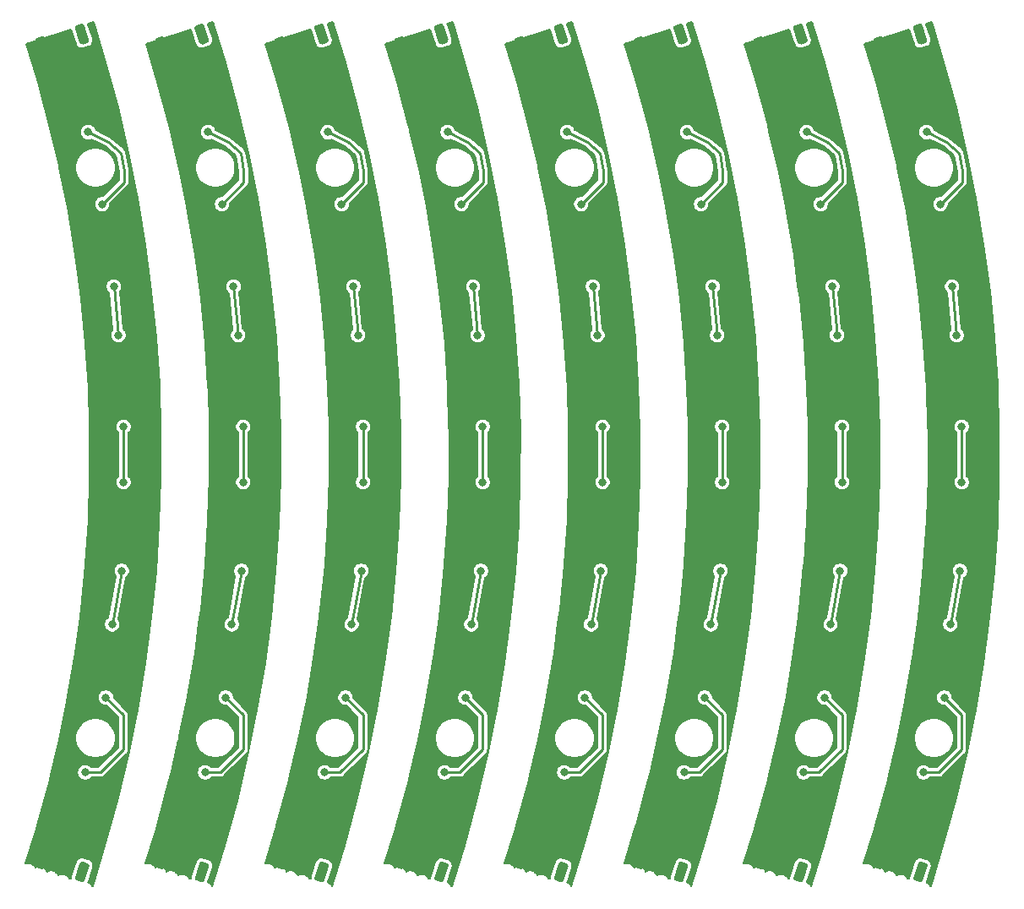
<source format=gbr>
%TF.GenerationSoftware,KiCad,Pcbnew,(5.1.9)-1*%
%TF.CreationDate,2021-02-05T18:08:36+10:00*%
%TF.ProjectId,PCB,5043422e-6b69-4636-9164-5f7063625858,rev?*%
%TF.SameCoordinates,Original*%
%TF.FileFunction,Copper,L2,Bot*%
%TF.FilePolarity,Positive*%
%FSLAX46Y46*%
G04 Gerber Fmt 4.6, Leading zero omitted, Abs format (unit mm)*
G04 Created by KiCad (PCBNEW (5.1.9)-1) date 2021-02-05 18:08:36*
%MOMM*%
%LPD*%
G01*
G04 APERTURE LIST*
%TA.AperFunction,ViaPad*%
%ADD10C,0.800000*%
%TD*%
%TA.AperFunction,ViaPad*%
%ADD11C,1.200000*%
%TD*%
%TA.AperFunction,Conductor*%
%ADD12C,0.250000*%
%TD*%
%TA.AperFunction,Conductor*%
%ADD13C,0.200000*%
%TD*%
%TA.AperFunction,Conductor*%
%ADD14C,0.100000*%
%TD*%
G04 APERTURE END LIST*
%TO.P,GND1,1*%
%TO.N,GND*%
%TA.AperFunction,ComponentPad*%
G36*
G01*
X179634909Y-120675384D02*
X180098435Y-119248799D01*
G75*
G02*
X180413453Y-119088289I237764J-77254D01*
G01*
X180888981Y-119242798D01*
G75*
G02*
X181049491Y-119557816I-77254J-237764D01*
G01*
X180585965Y-120984401D01*
G75*
G02*
X180270947Y-121144911I-237764J77254D01*
G01*
X179795419Y-120990402D01*
G75*
G02*
X179634909Y-120675384I77254J237764D01*
G01*
G37*
%TD.AperFunction*%
%TD*%
%TO.P,GND1,1*%
%TO.N,GND*%
%TA.AperFunction,ComponentPad*%
G36*
G01*
X167634909Y-120675384D02*
X168098435Y-119248799D01*
G75*
G02*
X168413453Y-119088289I237764J-77254D01*
G01*
X168888981Y-119242798D01*
G75*
G02*
X169049491Y-119557816I-77254J-237764D01*
G01*
X168585965Y-120984401D01*
G75*
G02*
X168270947Y-121144911I-237764J77254D01*
G01*
X167795419Y-120990402D01*
G75*
G02*
X167634909Y-120675384I77254J237764D01*
G01*
G37*
%TD.AperFunction*%
%TD*%
%TO.P,GND1,1*%
%TO.N,GND*%
%TA.AperFunction,ComponentPad*%
G36*
G01*
X155634909Y-120675384D02*
X156098435Y-119248799D01*
G75*
G02*
X156413453Y-119088289I237764J-77254D01*
G01*
X156888981Y-119242798D01*
G75*
G02*
X157049491Y-119557816I-77254J-237764D01*
G01*
X156585965Y-120984401D01*
G75*
G02*
X156270947Y-121144911I-237764J77254D01*
G01*
X155795419Y-120990402D01*
G75*
G02*
X155634909Y-120675384I77254J237764D01*
G01*
G37*
%TD.AperFunction*%
%TD*%
%TO.P,GND1,1*%
%TO.N,GND*%
%TA.AperFunction,ComponentPad*%
G36*
G01*
X143634909Y-120675384D02*
X144098435Y-119248799D01*
G75*
G02*
X144413453Y-119088289I237764J-77254D01*
G01*
X144888981Y-119242798D01*
G75*
G02*
X145049491Y-119557816I-77254J-237764D01*
G01*
X144585965Y-120984401D01*
G75*
G02*
X144270947Y-121144911I-237764J77254D01*
G01*
X143795419Y-120990402D01*
G75*
G02*
X143634909Y-120675384I77254J237764D01*
G01*
G37*
%TD.AperFunction*%
%TD*%
%TO.P,GND1,1*%
%TO.N,GND*%
%TA.AperFunction,ComponentPad*%
G36*
G01*
X131634909Y-120675384D02*
X132098435Y-119248799D01*
G75*
G02*
X132413453Y-119088289I237764J-77254D01*
G01*
X132888981Y-119242798D01*
G75*
G02*
X133049491Y-119557816I-77254J-237764D01*
G01*
X132585965Y-120984401D01*
G75*
G02*
X132270947Y-121144911I-237764J77254D01*
G01*
X131795419Y-120990402D01*
G75*
G02*
X131634909Y-120675384I77254J237764D01*
G01*
G37*
%TD.AperFunction*%
%TD*%
%TO.P,GND1,1*%
%TO.N,GND*%
%TA.AperFunction,ComponentPad*%
G36*
G01*
X119634909Y-120675384D02*
X120098435Y-119248799D01*
G75*
G02*
X120413453Y-119088289I237764J-77254D01*
G01*
X120888981Y-119242798D01*
G75*
G02*
X121049491Y-119557816I-77254J-237764D01*
G01*
X120585965Y-120984401D01*
G75*
G02*
X120270947Y-121144911I-237764J77254D01*
G01*
X119795419Y-120990402D01*
G75*
G02*
X119634909Y-120675384I77254J237764D01*
G01*
G37*
%TD.AperFunction*%
%TD*%
%TO.P,GND1,1*%
%TO.N,GND*%
%TA.AperFunction,ComponentPad*%
G36*
G01*
X107634909Y-120675384D02*
X108098435Y-119248799D01*
G75*
G02*
X108413453Y-119088289I237764J-77254D01*
G01*
X108888981Y-119242798D01*
G75*
G02*
X109049491Y-119557816I-77254J-237764D01*
G01*
X108585965Y-120984401D01*
G75*
G02*
X108270947Y-121144911I-237764J77254D01*
G01*
X107795419Y-120990402D01*
G75*
G02*
X107634909Y-120675384I77254J237764D01*
G01*
G37*
%TD.AperFunction*%
%TD*%
%TO.P,5V,1*%
%TO.N,+5V*%
%TA.AperFunction,ComponentPad*%
G36*
G01*
X184086235Y-38332801D02*
X183622709Y-36906216D01*
G75*
G02*
X183783219Y-36591198I237764J77254D01*
G01*
X184258747Y-36436689D01*
G75*
G02*
X184573765Y-36597199I77254J-237764D01*
G01*
X185037291Y-38023784D01*
G75*
G02*
X184876781Y-38338802I-237764J-77254D01*
G01*
X184401253Y-38493311D01*
G75*
G02*
X184086235Y-38332801I-77254J237764D01*
G01*
G37*
%TD.AperFunction*%
%TD*%
%TO.P,5V,1*%
%TO.N,+5V*%
%TA.AperFunction,ComponentPad*%
G36*
G01*
X172086235Y-38332801D02*
X171622709Y-36906216D01*
G75*
G02*
X171783219Y-36591198I237764J77254D01*
G01*
X172258747Y-36436689D01*
G75*
G02*
X172573765Y-36597199I77254J-237764D01*
G01*
X173037291Y-38023784D01*
G75*
G02*
X172876781Y-38338802I-237764J-77254D01*
G01*
X172401253Y-38493311D01*
G75*
G02*
X172086235Y-38332801I-77254J237764D01*
G01*
G37*
%TD.AperFunction*%
%TD*%
%TO.P,5V,1*%
%TO.N,+5V*%
%TA.AperFunction,ComponentPad*%
G36*
G01*
X160086235Y-38332801D02*
X159622709Y-36906216D01*
G75*
G02*
X159783219Y-36591198I237764J77254D01*
G01*
X160258747Y-36436689D01*
G75*
G02*
X160573765Y-36597199I77254J-237764D01*
G01*
X161037291Y-38023784D01*
G75*
G02*
X160876781Y-38338802I-237764J-77254D01*
G01*
X160401253Y-38493311D01*
G75*
G02*
X160086235Y-38332801I-77254J237764D01*
G01*
G37*
%TD.AperFunction*%
%TD*%
%TO.P,5V,1*%
%TO.N,+5V*%
%TA.AperFunction,ComponentPad*%
G36*
G01*
X148086235Y-38332801D02*
X147622709Y-36906216D01*
G75*
G02*
X147783219Y-36591198I237764J77254D01*
G01*
X148258747Y-36436689D01*
G75*
G02*
X148573765Y-36597199I77254J-237764D01*
G01*
X149037291Y-38023784D01*
G75*
G02*
X148876781Y-38338802I-237764J-77254D01*
G01*
X148401253Y-38493311D01*
G75*
G02*
X148086235Y-38332801I-77254J237764D01*
G01*
G37*
%TD.AperFunction*%
%TD*%
%TO.P,5V,1*%
%TO.N,+5V*%
%TA.AperFunction,ComponentPad*%
G36*
G01*
X136086235Y-38332801D02*
X135622709Y-36906216D01*
G75*
G02*
X135783219Y-36591198I237764J77254D01*
G01*
X136258747Y-36436689D01*
G75*
G02*
X136573765Y-36597199I77254J-237764D01*
G01*
X137037291Y-38023784D01*
G75*
G02*
X136876781Y-38338802I-237764J-77254D01*
G01*
X136401253Y-38493311D01*
G75*
G02*
X136086235Y-38332801I-77254J237764D01*
G01*
G37*
%TD.AperFunction*%
%TD*%
%TO.P,5V,1*%
%TO.N,+5V*%
%TA.AperFunction,ComponentPad*%
G36*
G01*
X124086235Y-38332801D02*
X123622709Y-36906216D01*
G75*
G02*
X123783219Y-36591198I237764J77254D01*
G01*
X124258747Y-36436689D01*
G75*
G02*
X124573765Y-36597199I77254J-237764D01*
G01*
X125037291Y-38023784D01*
G75*
G02*
X124876781Y-38338802I-237764J-77254D01*
G01*
X124401253Y-38493311D01*
G75*
G02*
X124086235Y-38332801I-77254J237764D01*
G01*
G37*
%TD.AperFunction*%
%TD*%
%TO.P,5V,1*%
%TO.N,+5V*%
%TA.AperFunction,ComponentPad*%
G36*
G01*
X112086235Y-38332801D02*
X111622709Y-36906216D01*
G75*
G02*
X111783219Y-36591198I237764J77254D01*
G01*
X112258747Y-36436689D01*
G75*
G02*
X112573765Y-36597199I77254J-237764D01*
G01*
X113037291Y-38023784D01*
G75*
G02*
X112876781Y-38338802I-237764J-77254D01*
G01*
X112401253Y-38493311D01*
G75*
G02*
X112086235Y-38332801I-77254J237764D01*
G01*
G37*
%TD.AperFunction*%
%TD*%
%TO.P,G,1*%
%TO.N,GND*%
%TA.AperFunction,ComponentPad*%
G36*
G01*
X180123835Y-39602801D02*
X179660309Y-38176216D01*
G75*
G02*
X179820819Y-37861198I237764J77254D01*
G01*
X180296347Y-37706689D01*
G75*
G02*
X180611365Y-37867199I77254J-237764D01*
G01*
X181074891Y-39293784D01*
G75*
G02*
X180914381Y-39608802I-237764J-77254D01*
G01*
X180438853Y-39763311D01*
G75*
G02*
X180123835Y-39602801I-77254J237764D01*
G01*
G37*
%TD.AperFunction*%
%TD*%
%TO.P,G,1*%
%TO.N,GND*%
%TA.AperFunction,ComponentPad*%
G36*
G01*
X168123835Y-39602801D02*
X167660309Y-38176216D01*
G75*
G02*
X167820819Y-37861198I237764J77254D01*
G01*
X168296347Y-37706689D01*
G75*
G02*
X168611365Y-37867199I77254J-237764D01*
G01*
X169074891Y-39293784D01*
G75*
G02*
X168914381Y-39608802I-237764J-77254D01*
G01*
X168438853Y-39763311D01*
G75*
G02*
X168123835Y-39602801I-77254J237764D01*
G01*
G37*
%TD.AperFunction*%
%TD*%
%TO.P,G,1*%
%TO.N,GND*%
%TA.AperFunction,ComponentPad*%
G36*
G01*
X156123835Y-39602801D02*
X155660309Y-38176216D01*
G75*
G02*
X155820819Y-37861198I237764J77254D01*
G01*
X156296347Y-37706689D01*
G75*
G02*
X156611365Y-37867199I77254J-237764D01*
G01*
X157074891Y-39293784D01*
G75*
G02*
X156914381Y-39608802I-237764J-77254D01*
G01*
X156438853Y-39763311D01*
G75*
G02*
X156123835Y-39602801I-77254J237764D01*
G01*
G37*
%TD.AperFunction*%
%TD*%
%TO.P,G,1*%
%TO.N,GND*%
%TA.AperFunction,ComponentPad*%
G36*
G01*
X144123835Y-39602801D02*
X143660309Y-38176216D01*
G75*
G02*
X143820819Y-37861198I237764J77254D01*
G01*
X144296347Y-37706689D01*
G75*
G02*
X144611365Y-37867199I77254J-237764D01*
G01*
X145074891Y-39293784D01*
G75*
G02*
X144914381Y-39608802I-237764J-77254D01*
G01*
X144438853Y-39763311D01*
G75*
G02*
X144123835Y-39602801I-77254J237764D01*
G01*
G37*
%TD.AperFunction*%
%TD*%
%TO.P,G,1*%
%TO.N,GND*%
%TA.AperFunction,ComponentPad*%
G36*
G01*
X132123835Y-39602801D02*
X131660309Y-38176216D01*
G75*
G02*
X131820819Y-37861198I237764J77254D01*
G01*
X132296347Y-37706689D01*
G75*
G02*
X132611365Y-37867199I77254J-237764D01*
G01*
X133074891Y-39293784D01*
G75*
G02*
X132914381Y-39608802I-237764J-77254D01*
G01*
X132438853Y-39763311D01*
G75*
G02*
X132123835Y-39602801I-77254J237764D01*
G01*
G37*
%TD.AperFunction*%
%TD*%
%TO.P,G,1*%
%TO.N,GND*%
%TA.AperFunction,ComponentPad*%
G36*
G01*
X120123835Y-39602801D02*
X119660309Y-38176216D01*
G75*
G02*
X119820819Y-37861198I237764J77254D01*
G01*
X120296347Y-37706689D01*
G75*
G02*
X120611365Y-37867199I77254J-237764D01*
G01*
X121074891Y-39293784D01*
G75*
G02*
X120914381Y-39608802I-237764J-77254D01*
G01*
X120438853Y-39763311D01*
G75*
G02*
X120123835Y-39602801I-77254J237764D01*
G01*
G37*
%TD.AperFunction*%
%TD*%
%TO.P,G,1*%
%TO.N,GND*%
%TA.AperFunction,ComponentPad*%
G36*
G01*
X108123835Y-39602801D02*
X107660309Y-38176216D01*
G75*
G02*
X107820819Y-37861198I237764J77254D01*
G01*
X108296347Y-37706689D01*
G75*
G02*
X108611365Y-37867199I77254J-237764D01*
G01*
X109074891Y-39293784D01*
G75*
G02*
X108914381Y-39608802I-237764J-77254D01*
G01*
X108438853Y-39763311D01*
G75*
G02*
X108123835Y-39602801I-77254J237764D01*
G01*
G37*
%TD.AperFunction*%
%TD*%
%TO.P,5V,1*%
%TO.N,+5V*%
%TA.AperFunction,ComponentPad*%
G36*
G01*
X183648109Y-121996184D02*
X184111635Y-120569599D01*
G75*
G02*
X184426653Y-120409089I237764J-77254D01*
G01*
X184902181Y-120563598D01*
G75*
G02*
X185062691Y-120878616I-77254J-237764D01*
G01*
X184599165Y-122305201D01*
G75*
G02*
X184284147Y-122465711I-237764J77254D01*
G01*
X183808619Y-122311202D01*
G75*
G02*
X183648109Y-121996184I77254J237764D01*
G01*
G37*
%TD.AperFunction*%
%TD*%
%TO.P,5V,1*%
%TO.N,+5V*%
%TA.AperFunction,ComponentPad*%
G36*
G01*
X171648109Y-121996184D02*
X172111635Y-120569599D01*
G75*
G02*
X172426653Y-120409089I237764J-77254D01*
G01*
X172902181Y-120563598D01*
G75*
G02*
X173062691Y-120878616I-77254J-237764D01*
G01*
X172599165Y-122305201D01*
G75*
G02*
X172284147Y-122465711I-237764J77254D01*
G01*
X171808619Y-122311202D01*
G75*
G02*
X171648109Y-121996184I77254J237764D01*
G01*
G37*
%TD.AperFunction*%
%TD*%
%TO.P,5V,1*%
%TO.N,+5V*%
%TA.AperFunction,ComponentPad*%
G36*
G01*
X159648109Y-121996184D02*
X160111635Y-120569599D01*
G75*
G02*
X160426653Y-120409089I237764J-77254D01*
G01*
X160902181Y-120563598D01*
G75*
G02*
X161062691Y-120878616I-77254J-237764D01*
G01*
X160599165Y-122305201D01*
G75*
G02*
X160284147Y-122465711I-237764J77254D01*
G01*
X159808619Y-122311202D01*
G75*
G02*
X159648109Y-121996184I77254J237764D01*
G01*
G37*
%TD.AperFunction*%
%TD*%
%TO.P,5V,1*%
%TO.N,+5V*%
%TA.AperFunction,ComponentPad*%
G36*
G01*
X147648109Y-121996184D02*
X148111635Y-120569599D01*
G75*
G02*
X148426653Y-120409089I237764J-77254D01*
G01*
X148902181Y-120563598D01*
G75*
G02*
X149062691Y-120878616I-77254J-237764D01*
G01*
X148599165Y-122305201D01*
G75*
G02*
X148284147Y-122465711I-237764J77254D01*
G01*
X147808619Y-122311202D01*
G75*
G02*
X147648109Y-121996184I77254J237764D01*
G01*
G37*
%TD.AperFunction*%
%TD*%
%TO.P,5V,1*%
%TO.N,+5V*%
%TA.AperFunction,ComponentPad*%
G36*
G01*
X135648109Y-121996184D02*
X136111635Y-120569599D01*
G75*
G02*
X136426653Y-120409089I237764J-77254D01*
G01*
X136902181Y-120563598D01*
G75*
G02*
X137062691Y-120878616I-77254J-237764D01*
G01*
X136599165Y-122305201D01*
G75*
G02*
X136284147Y-122465711I-237764J77254D01*
G01*
X135808619Y-122311202D01*
G75*
G02*
X135648109Y-121996184I77254J237764D01*
G01*
G37*
%TD.AperFunction*%
%TD*%
%TO.P,5V,1*%
%TO.N,+5V*%
%TA.AperFunction,ComponentPad*%
G36*
G01*
X123648109Y-121996184D02*
X124111635Y-120569599D01*
G75*
G02*
X124426653Y-120409089I237764J-77254D01*
G01*
X124902181Y-120563598D01*
G75*
G02*
X125062691Y-120878616I-77254J-237764D01*
G01*
X124599165Y-122305201D01*
G75*
G02*
X124284147Y-122465711I-237764J77254D01*
G01*
X123808619Y-122311202D01*
G75*
G02*
X123648109Y-121996184I77254J237764D01*
G01*
G37*
%TD.AperFunction*%
%TD*%
%TO.P,5V,1*%
%TO.N,+5V*%
%TA.AperFunction,ComponentPad*%
G36*
G01*
X111648109Y-121996184D02*
X112111635Y-120569599D01*
G75*
G02*
X112426653Y-120409089I237764J-77254D01*
G01*
X112902181Y-120563598D01*
G75*
G02*
X113062691Y-120878616I-77254J-237764D01*
G01*
X112599165Y-122305201D01*
G75*
G02*
X112284147Y-122465711I-237764J77254D01*
G01*
X111808619Y-122311202D01*
G75*
G02*
X111648109Y-121996184I77254J237764D01*
G01*
G37*
%TD.AperFunction*%
%TD*%
%TO.P,G,1*%
%TO.N,GND*%
%TA.AperFunction,ComponentPad*%
G36*
G01*
X96123835Y-39602801D02*
X95660309Y-38176216D01*
G75*
G02*
X95820819Y-37861198I237764J77254D01*
G01*
X96296347Y-37706689D01*
G75*
G02*
X96611365Y-37867199I77254J-237764D01*
G01*
X97074891Y-39293784D01*
G75*
G02*
X96914381Y-39608802I-237764J-77254D01*
G01*
X96438853Y-39763311D01*
G75*
G02*
X96123835Y-39602801I-77254J237764D01*
G01*
G37*
%TD.AperFunction*%
%TD*%
%TO.P,5V,1*%
%TO.N,+5V*%
%TA.AperFunction,ComponentPad*%
G36*
G01*
X100086235Y-38332801D02*
X99622709Y-36906216D01*
G75*
G02*
X99783219Y-36591198I237764J77254D01*
G01*
X100258747Y-36436689D01*
G75*
G02*
X100573765Y-36597199I77254J-237764D01*
G01*
X101037291Y-38023784D01*
G75*
G02*
X100876781Y-38338802I-237764J-77254D01*
G01*
X100401253Y-38493311D01*
G75*
G02*
X100086235Y-38332801I-77254J237764D01*
G01*
G37*
%TD.AperFunction*%
%TD*%
%TO.P,5V,1*%
%TO.N,+5V*%
%TA.AperFunction,ComponentPad*%
G36*
G01*
X99648109Y-121996184D02*
X100111635Y-120569599D01*
G75*
G02*
X100426653Y-120409089I237764J-77254D01*
G01*
X100902181Y-120563598D01*
G75*
G02*
X101062691Y-120878616I-77254J-237764D01*
G01*
X100599165Y-122305201D01*
G75*
G02*
X100284147Y-122465711I-237764J77254D01*
G01*
X99808619Y-122311202D01*
G75*
G02*
X99648109Y-121996184I77254J237764D01*
G01*
G37*
%TD.AperFunction*%
%TD*%
%TO.P,GND1,1*%
%TO.N,GND*%
%TA.AperFunction,ComponentPad*%
G36*
G01*
X95634909Y-120675384D02*
X96098435Y-119248799D01*
G75*
G02*
X96413453Y-119088289I237764J-77254D01*
G01*
X96888981Y-119242798D01*
G75*
G02*
X97049491Y-119557816I-77254J-237764D01*
G01*
X96585965Y-120984401D01*
G75*
G02*
X96270947Y-121144911I-237764J77254D01*
G01*
X95795419Y-120990402D01*
G75*
G02*
X95634909Y-120675384I77254J237764D01*
G01*
G37*
%TD.AperFunction*%
%TD*%
D10*
%TO.N,Net-(D3-Pad4)*%
X104495600Y-76809600D03*
%TO.N,Net-(D4-Pad4)*%
X103530400Y-62763400D03*
%TO.N,Net-(D1-Pad4)*%
X102743000Y-103962200D03*
X100660200Y-111455200D03*
X112660200Y-111455200D03*
X124660200Y-111455200D03*
X136660200Y-111455200D03*
X148660200Y-111455200D03*
X160660200Y-111455200D03*
X172660200Y-111455200D03*
X184660200Y-111455200D03*
X114743000Y-103962200D03*
X126743000Y-103962200D03*
X138743000Y-103962200D03*
X150743000Y-103962200D03*
X162743000Y-103962200D03*
X174743000Y-103962200D03*
X186743000Y-103962200D03*
D11*
%TO.N,GND*%
X101295200Y-101549200D03*
X98272600Y-115468400D03*
X96697800Y-118338600D03*
X98526600Y-45008800D03*
X96799400Y-40309800D03*
X99339400Y-104749600D03*
X102946200Y-72948800D03*
X102870000Y-71551800D03*
X102362000Y-79425800D03*
X98577400Y-114046000D03*
X98221800Y-43713400D03*
X101295200Y-57556400D03*
X101523800Y-58851800D03*
X102870000Y-87376000D03*
X102946200Y-86029800D03*
X101498400Y-100126800D03*
X101371400Y-65278000D03*
X98272600Y-48260000D03*
X101295200Y-62560200D03*
X102539800Y-76987400D03*
X101549200Y-93472000D03*
X101854000Y-90703400D03*
X113295200Y-101549200D03*
X125295200Y-101549200D03*
X137295200Y-101549200D03*
X149295200Y-101549200D03*
X161295200Y-101549200D03*
X173295200Y-101549200D03*
X185295200Y-101549200D03*
X108697800Y-118338600D03*
X120697800Y-118338600D03*
X132697800Y-118338600D03*
X144697800Y-118338600D03*
X156697800Y-118338600D03*
X168697800Y-118338600D03*
X180697800Y-118338600D03*
X110272600Y-115468400D03*
X122272600Y-115468400D03*
X134272600Y-115468400D03*
X146272600Y-115468400D03*
X158272600Y-115468400D03*
X170272600Y-115468400D03*
X182272600Y-115468400D03*
X110526600Y-45008800D03*
X122526600Y-45008800D03*
X134526600Y-45008800D03*
X146526600Y-45008800D03*
X158526600Y-45008800D03*
X170526600Y-45008800D03*
X182526600Y-45008800D03*
X111339400Y-104749600D03*
X123339400Y-104749600D03*
X135339400Y-104749600D03*
X147339400Y-104749600D03*
X159339400Y-104749600D03*
X171339400Y-104749600D03*
X183339400Y-104749600D03*
X114946200Y-72948800D03*
X126946200Y-72948800D03*
X138946200Y-72948800D03*
X150946200Y-72948800D03*
X162946200Y-72948800D03*
X174946200Y-72948800D03*
X186946200Y-72948800D03*
X108799400Y-40309800D03*
X120799400Y-40309800D03*
X132799400Y-40309800D03*
X144799400Y-40309800D03*
X156799400Y-40309800D03*
X168799400Y-40309800D03*
X180799400Y-40309800D03*
X114362000Y-79425800D03*
X126362000Y-79425800D03*
X138362000Y-79425800D03*
X150362000Y-79425800D03*
X162362000Y-79425800D03*
X174362000Y-79425800D03*
X186362000Y-79425800D03*
X110577400Y-114046000D03*
X122577400Y-114046000D03*
X134577400Y-114046000D03*
X146577400Y-114046000D03*
X158577400Y-114046000D03*
X170577400Y-114046000D03*
X182577400Y-114046000D03*
X114870000Y-71551800D03*
X126870000Y-71551800D03*
X138870000Y-71551800D03*
X150870000Y-71551800D03*
X162870000Y-71551800D03*
X174870000Y-71551800D03*
X186870000Y-71551800D03*
X110221800Y-43713400D03*
X122221800Y-43713400D03*
X134221800Y-43713400D03*
X146221800Y-43713400D03*
X158221800Y-43713400D03*
X170221800Y-43713400D03*
X182221800Y-43713400D03*
X113498400Y-100126800D03*
X125498400Y-100126800D03*
X137498400Y-100126800D03*
X149498400Y-100126800D03*
X161498400Y-100126800D03*
X173498400Y-100126800D03*
X185498400Y-100126800D03*
X113295200Y-57556400D03*
X125295200Y-57556400D03*
X137295200Y-57556400D03*
X149295200Y-57556400D03*
X161295200Y-57556400D03*
X173295200Y-57556400D03*
X185295200Y-57556400D03*
X113523800Y-58851800D03*
X125523800Y-58851800D03*
X137523800Y-58851800D03*
X149523800Y-58851800D03*
X161523800Y-58851800D03*
X173523800Y-58851800D03*
X185523800Y-58851800D03*
X114870000Y-87376000D03*
X126870000Y-87376000D03*
X138870000Y-87376000D03*
X150870000Y-87376000D03*
X162870000Y-87376000D03*
X174870000Y-87376000D03*
X186870000Y-87376000D03*
X113371400Y-65278000D03*
X125371400Y-65278000D03*
X137371400Y-65278000D03*
X149371400Y-65278000D03*
X161371400Y-65278000D03*
X173371400Y-65278000D03*
X185371400Y-65278000D03*
X110272600Y-48260000D03*
X122272600Y-48260000D03*
X134272600Y-48260000D03*
X146272600Y-48260000D03*
X158272600Y-48260000D03*
X170272600Y-48260000D03*
X182272600Y-48260000D03*
X113549200Y-93472000D03*
X125549200Y-93472000D03*
X137549200Y-93472000D03*
X149549200Y-93472000D03*
X161549200Y-93472000D03*
X173549200Y-93472000D03*
X185549200Y-93472000D03*
X113854000Y-90703400D03*
X125854000Y-90703400D03*
X137854000Y-90703400D03*
X149854000Y-90703400D03*
X161854000Y-90703400D03*
X173854000Y-90703400D03*
X185854000Y-90703400D03*
X114946200Y-86029800D03*
X126946200Y-86029800D03*
X138946200Y-86029800D03*
X150946200Y-86029800D03*
X162946200Y-86029800D03*
X174946200Y-86029800D03*
X186946200Y-86029800D03*
X114539800Y-76987400D03*
X126539800Y-76987400D03*
X138539800Y-76987400D03*
X150539800Y-76987400D03*
X162539800Y-76987400D03*
X174539800Y-76987400D03*
X186539800Y-76987400D03*
X113295200Y-62560200D03*
X125295200Y-62560200D03*
X137295200Y-62560200D03*
X149295200Y-62560200D03*
X161295200Y-62560200D03*
X173295200Y-62560200D03*
X185295200Y-62560200D03*
D10*
%TO.N,Net-(D2-Pad4)*%
X103352600Y-96621600D03*
X104317800Y-91262200D03*
X116317800Y-91262200D03*
X128317800Y-91262200D03*
X140317800Y-91262200D03*
X152317800Y-91262200D03*
X164317800Y-91262200D03*
X176317800Y-91262200D03*
X188317800Y-91262200D03*
X115352600Y-96621600D03*
X127352600Y-96621600D03*
X139352600Y-96621600D03*
X151352600Y-96621600D03*
X163352600Y-96621600D03*
X175352600Y-96621600D03*
X187352600Y-96621600D03*
%TO.N,Net-(D3-Pad4)*%
X104495600Y-82372200D03*
X116495600Y-76809600D03*
X128495600Y-76809600D03*
X140495600Y-76809600D03*
X152495600Y-76809600D03*
X164495600Y-76809600D03*
X176495600Y-76809600D03*
X188495600Y-76809600D03*
X116495600Y-82372200D03*
X128495600Y-82372200D03*
X140495600Y-82372200D03*
X152495600Y-82372200D03*
X164495600Y-82372200D03*
X176495600Y-82372200D03*
X188495600Y-82372200D03*
%TO.N,Net-(D4-Pad4)*%
X103987600Y-67640200D03*
X115987600Y-67640200D03*
X127987600Y-67640200D03*
X139987600Y-67640200D03*
X151987600Y-67640200D03*
X163987600Y-67640200D03*
X175987600Y-67640200D03*
X187987600Y-67640200D03*
X115530400Y-62763400D03*
X127530400Y-62763400D03*
X139530400Y-62763400D03*
X151530400Y-62763400D03*
X163530400Y-62763400D03*
X175530400Y-62763400D03*
X187530400Y-62763400D03*
%TO.N,Net-(D5-Pad4)*%
X100965000Y-47294800D03*
X102362000Y-54508400D03*
X114362000Y-54508400D03*
X126362000Y-54508400D03*
X138362000Y-54508400D03*
X150362000Y-54508400D03*
X162362000Y-54508400D03*
X174362000Y-54508400D03*
X186362000Y-54508400D03*
X112965000Y-47294800D03*
X124965000Y-47294800D03*
X136965000Y-47294800D03*
X148965000Y-47294800D03*
X160965000Y-47294800D03*
X172965000Y-47294800D03*
X184965000Y-47294800D03*
%TD*%
D12*
%TO.N,Net-(D1-Pad4)*%
X104495600Y-109156500D02*
X104495600Y-105714800D01*
X102196900Y-111455200D02*
X104495600Y-109156500D01*
X104495600Y-105714800D02*
X102743000Y-103962200D01*
X100660200Y-111455200D02*
X102196900Y-111455200D01*
X116495600Y-109156500D02*
X116495600Y-105714800D01*
X128495600Y-109156500D02*
X128495600Y-105714800D01*
X140495600Y-109156500D02*
X140495600Y-105714800D01*
X152495600Y-109156500D02*
X152495600Y-105714800D01*
X164495600Y-109156500D02*
X164495600Y-105714800D01*
X176495600Y-109156500D02*
X176495600Y-105714800D01*
X188495600Y-109156500D02*
X188495600Y-105714800D01*
X112660200Y-111455200D02*
X114196900Y-111455200D01*
X124660200Y-111455200D02*
X126196900Y-111455200D01*
X136660200Y-111455200D02*
X138196900Y-111455200D01*
X148660200Y-111455200D02*
X150196900Y-111455200D01*
X160660200Y-111455200D02*
X162196900Y-111455200D01*
X172660200Y-111455200D02*
X174196900Y-111455200D01*
X184660200Y-111455200D02*
X186196900Y-111455200D01*
X114196900Y-111455200D02*
X116495600Y-109156500D01*
X126196900Y-111455200D02*
X128495600Y-109156500D01*
X138196900Y-111455200D02*
X140495600Y-109156500D01*
X150196900Y-111455200D02*
X152495600Y-109156500D01*
X162196900Y-111455200D02*
X164495600Y-109156500D01*
X174196900Y-111455200D02*
X176495600Y-109156500D01*
X186196900Y-111455200D02*
X188495600Y-109156500D01*
X116495600Y-105714800D02*
X114743000Y-103962200D01*
X128495600Y-105714800D02*
X126743000Y-103962200D01*
X140495600Y-105714800D02*
X138743000Y-103962200D01*
X152495600Y-105714800D02*
X150743000Y-103962200D01*
X164495600Y-105714800D02*
X162743000Y-103962200D01*
X176495600Y-105714800D02*
X174743000Y-103962200D01*
X188495600Y-105714800D02*
X186743000Y-103962200D01*
%TO.N,Net-(D2-Pad4)*%
X103352600Y-96621600D02*
X104317800Y-91262200D01*
X115352600Y-96621600D02*
X116317800Y-91262200D01*
X127352600Y-96621600D02*
X128317800Y-91262200D01*
X139352600Y-96621600D02*
X140317800Y-91262200D01*
X151352600Y-96621600D02*
X152317800Y-91262200D01*
X163352600Y-96621600D02*
X164317800Y-91262200D01*
X175352600Y-96621600D02*
X176317800Y-91262200D01*
X187352600Y-96621600D02*
X188317800Y-91262200D01*
%TO.N,Net-(D3-Pad4)*%
X104495600Y-76809600D02*
X104495600Y-82372200D01*
X116495600Y-76809600D02*
X116495600Y-82372200D01*
X128495600Y-76809600D02*
X128495600Y-82372200D01*
X140495600Y-76809600D02*
X140495600Y-82372200D01*
X152495600Y-76809600D02*
X152495600Y-82372200D01*
X164495600Y-76809600D02*
X164495600Y-82372200D01*
X176495600Y-76809600D02*
X176495600Y-82372200D01*
X188495600Y-76809600D02*
X188495600Y-82372200D01*
%TO.N,Net-(D4-Pad4)*%
X103987600Y-67640200D02*
X103530400Y-62763400D01*
X115987600Y-67640200D02*
X115530400Y-62763400D01*
X127987600Y-67640200D02*
X127530400Y-62763400D01*
X139987600Y-67640200D02*
X139530400Y-62763400D01*
X151987600Y-67640200D02*
X151530400Y-62763400D01*
X163987600Y-67640200D02*
X163530400Y-62763400D01*
X175987600Y-67640200D02*
X175530400Y-62763400D01*
X187987600Y-67640200D02*
X187530400Y-62763400D01*
%TO.N,Net-(D5-Pad4)*%
X102971600Y-48285400D02*
X100965000Y-47294800D01*
X104216200Y-49377600D02*
X102971600Y-48285400D01*
X104546400Y-52324000D02*
X104546400Y-51155600D01*
X102362000Y-54508400D02*
X104546400Y-52324000D01*
X104546400Y-51155600D02*
X104216200Y-49377600D01*
X114971600Y-48285400D02*
X112965000Y-47294800D01*
X126971600Y-48285400D02*
X124965000Y-47294800D01*
X138971600Y-48285400D02*
X136965000Y-47294800D01*
X150971600Y-48285400D02*
X148965000Y-47294800D01*
X162971600Y-48285400D02*
X160965000Y-47294800D01*
X174971600Y-48285400D02*
X172965000Y-47294800D01*
X186971600Y-48285400D02*
X184965000Y-47294800D01*
X116546400Y-52324000D02*
X116546400Y-51155600D01*
X128546400Y-52324000D02*
X128546400Y-51155600D01*
X140546400Y-52324000D02*
X140546400Y-51155600D01*
X152546400Y-52324000D02*
X152546400Y-51155600D01*
X164546400Y-52324000D02*
X164546400Y-51155600D01*
X176546400Y-52324000D02*
X176546400Y-51155600D01*
X188546400Y-52324000D02*
X188546400Y-51155600D01*
X116216200Y-49377600D02*
X114971600Y-48285400D01*
X128216200Y-49377600D02*
X126971600Y-48285400D01*
X140216200Y-49377600D02*
X138971600Y-48285400D01*
X152216200Y-49377600D02*
X150971600Y-48285400D01*
X164216200Y-49377600D02*
X162971600Y-48285400D01*
X176216200Y-49377600D02*
X174971600Y-48285400D01*
X188216200Y-49377600D02*
X186971600Y-48285400D01*
X114362000Y-54508400D02*
X116546400Y-52324000D01*
X126362000Y-54508400D02*
X128546400Y-52324000D01*
X138362000Y-54508400D02*
X140546400Y-52324000D01*
X150362000Y-54508400D02*
X152546400Y-52324000D01*
X162362000Y-54508400D02*
X164546400Y-52324000D01*
X174362000Y-54508400D02*
X176546400Y-52324000D01*
X186362000Y-54508400D02*
X188546400Y-52324000D01*
X116546400Y-51155600D02*
X116216200Y-49377600D01*
X128546400Y-51155600D02*
X128216200Y-49377600D01*
X140546400Y-51155600D02*
X140216200Y-49377600D01*
X152546400Y-51155600D02*
X152216200Y-49377600D01*
X164546400Y-51155600D02*
X164216200Y-49377600D01*
X176546400Y-51155600D02*
X176216200Y-49377600D01*
X188546400Y-51155600D02*
X188216200Y-49377600D01*
%TD*%
D13*
%TO.N,GND*%
X102719339Y-40322659D02*
X103941703Y-44837271D01*
X105013723Y-49389976D01*
X105934194Y-53975656D01*
X106702125Y-58589357D01*
X107316667Y-63226002D01*
X107777140Y-67880446D01*
X108083045Y-72547648D01*
X108234037Y-77222343D01*
X108229955Y-81899556D01*
X108070804Y-86574010D01*
X107756757Y-91240615D01*
X107288158Y-95894278D01*
X106665528Y-100529818D01*
X105889540Y-105142207D01*
X104961065Y-109726280D01*
X103881108Y-114277078D01*
X102650816Y-118789733D01*
X101393031Y-122878229D01*
X101370252Y-122823235D01*
X101282702Y-122692207D01*
X101171271Y-122580776D01*
X101040243Y-122493226D01*
X100966816Y-122462812D01*
X100981428Y-122429406D01*
X101444954Y-121002821D01*
X101472343Y-120877989D01*
X101474852Y-120750212D01*
X101452385Y-120624401D01*
X101405806Y-120505390D01*
X101336903Y-120397754D01*
X101248325Y-120305627D01*
X101143477Y-120232552D01*
X101026387Y-120181335D01*
X100550859Y-120026826D01*
X100426026Y-119999437D01*
X100298249Y-119996928D01*
X100172438Y-120019395D01*
X100053427Y-120065975D01*
X99945790Y-120134877D01*
X99853664Y-120223455D01*
X99780588Y-120328304D01*
X99729372Y-120445394D01*
X99265846Y-121871979D01*
X99238457Y-121996811D01*
X99236769Y-122082774D01*
X99141093Y-122122404D01*
X99112528Y-122141490D01*
X99087718Y-122081594D01*
X99000168Y-121950566D01*
X98888737Y-121839135D01*
X98757709Y-121751585D01*
X98612118Y-121691279D01*
X98457560Y-121660536D01*
X98299974Y-121660536D01*
X98145416Y-121691279D01*
X97999825Y-121751585D01*
X97971260Y-121770672D01*
X97946449Y-121710774D01*
X97858899Y-121579746D01*
X97747468Y-121468315D01*
X97616440Y-121380765D01*
X97470849Y-121320459D01*
X97316291Y-121289716D01*
X97158705Y-121289716D01*
X97004147Y-121320459D01*
X96858556Y-121380765D01*
X96829991Y-121399852D01*
X96805180Y-121339953D01*
X96717630Y-121208925D01*
X96606199Y-121097494D01*
X96475171Y-121009944D01*
X96329580Y-120949638D01*
X96175022Y-120918895D01*
X96017436Y-120918895D01*
X95862878Y-120949638D01*
X95717287Y-121009944D01*
X95688723Y-121029030D01*
X95663913Y-120969132D01*
X95576363Y-120838104D01*
X95464932Y-120726673D01*
X95333904Y-120639123D01*
X95188313Y-120578817D01*
X95033755Y-120548074D01*
X94876169Y-120548074D01*
X94721611Y-120578817D01*
X94665980Y-120601860D01*
X95830814Y-116815508D01*
X95831305Y-116813812D01*
X95831840Y-116812126D01*
X95834861Y-116801554D01*
X95834954Y-116801215D01*
X95834965Y-116801175D01*
X95834974Y-116801139D01*
X96999254Y-112530609D01*
X96999736Y-112528719D01*
X97000271Y-112526815D01*
X97002940Y-112516150D01*
X97273414Y-111376407D01*
X99860200Y-111376407D01*
X99860200Y-111533993D01*
X99890943Y-111688551D01*
X99951249Y-111834142D01*
X100038799Y-111965170D01*
X100150230Y-112076601D01*
X100281258Y-112164151D01*
X100426849Y-112224457D01*
X100581407Y-112255200D01*
X100738993Y-112255200D01*
X100893551Y-112224457D01*
X101039142Y-112164151D01*
X101170170Y-112076601D01*
X101266571Y-111980200D01*
X102171120Y-111980200D01*
X102196900Y-111982739D01*
X102222680Y-111980200D01*
X102222688Y-111980200D01*
X102299818Y-111972603D01*
X102398781Y-111942583D01*
X102489986Y-111893833D01*
X102569927Y-111828227D01*
X102586371Y-111808190D01*
X104848596Y-109545966D01*
X104868627Y-109529527D01*
X104934233Y-109449586D01*
X104982983Y-109358381D01*
X105013003Y-109259418D01*
X105020600Y-109182288D01*
X105020600Y-109182287D01*
X105023140Y-109156500D01*
X105020600Y-109130712D01*
X105020600Y-105740588D01*
X105023140Y-105714800D01*
X105013003Y-105611882D01*
X104982983Y-105512919D01*
X104970211Y-105489025D01*
X104934233Y-105421714D01*
X104868627Y-105341773D01*
X104848596Y-105325334D01*
X103543000Y-104019739D01*
X103543000Y-103883407D01*
X103512257Y-103728849D01*
X103451951Y-103583258D01*
X103364401Y-103452230D01*
X103252970Y-103340799D01*
X103121942Y-103253249D01*
X102976351Y-103192943D01*
X102821793Y-103162200D01*
X102664207Y-103162200D01*
X102509649Y-103192943D01*
X102364058Y-103253249D01*
X102233030Y-103340799D01*
X102121599Y-103452230D01*
X102034049Y-103583258D01*
X101973743Y-103728849D01*
X101943000Y-103883407D01*
X101943000Y-104040993D01*
X101973743Y-104195551D01*
X102034049Y-104341142D01*
X102121599Y-104472170D01*
X102233030Y-104583601D01*
X102364058Y-104671151D01*
X102509649Y-104731457D01*
X102664207Y-104762200D01*
X102800539Y-104762200D01*
X103970601Y-105932263D01*
X103970600Y-108939038D01*
X101979439Y-110930200D01*
X101266571Y-110930200D01*
X101170170Y-110833799D01*
X101039142Y-110746249D01*
X100893551Y-110685943D01*
X100738993Y-110655200D01*
X100581407Y-110655200D01*
X100426849Y-110685943D01*
X100281258Y-110746249D01*
X100150230Y-110833799D01*
X100038799Y-110945230D01*
X99951249Y-111076258D01*
X99890943Y-111221849D01*
X99860200Y-111376407D01*
X97273414Y-111376407D01*
X98025089Y-108208947D01*
X98025512Y-108207024D01*
X98025979Y-108205122D01*
X98028257Y-108194543D01*
X98028294Y-108194373D01*
X98028303Y-108194327D01*
X98102347Y-107828752D01*
X99696795Y-107828752D01*
X99696795Y-108222718D01*
X99773654Y-108609113D01*
X99924418Y-108973090D01*
X100143294Y-109300661D01*
X100421869Y-109579236D01*
X100749440Y-109798112D01*
X101113417Y-109948876D01*
X101499812Y-110025735D01*
X101893778Y-110025735D01*
X102280173Y-109948876D01*
X102644150Y-109798112D01*
X102971721Y-109579236D01*
X103250296Y-109300661D01*
X103469172Y-108973090D01*
X103619936Y-108609113D01*
X103696795Y-108222718D01*
X103696795Y-107828752D01*
X103619936Y-107442357D01*
X103469172Y-107078380D01*
X103250296Y-106750809D01*
X102971721Y-106472234D01*
X102644150Y-106253358D01*
X102280173Y-106102594D01*
X101893778Y-106025735D01*
X101499812Y-106025735D01*
X101113417Y-106102594D01*
X100749440Y-106253358D01*
X100421869Y-106472234D01*
X100143294Y-106750809D01*
X99924418Y-107078380D01*
X99773654Y-107442357D01*
X99696795Y-107828752D01*
X98102347Y-107828752D01*
X98907074Y-103855651D01*
X98907432Y-103853720D01*
X98907837Y-103851798D01*
X98909794Y-103840979D01*
X99644241Y-99475504D01*
X99644532Y-99473578D01*
X99644876Y-99471629D01*
X99646472Y-99460751D01*
X100038400Y-96542807D01*
X102552600Y-96542807D01*
X102552600Y-96700393D01*
X102583343Y-96854951D01*
X102643649Y-97000542D01*
X102731199Y-97131570D01*
X102842630Y-97243001D01*
X102973658Y-97330551D01*
X103119249Y-97390857D01*
X103273807Y-97421600D01*
X103431393Y-97421600D01*
X103585951Y-97390857D01*
X103731542Y-97330551D01*
X103862570Y-97243001D01*
X103974001Y-97131570D01*
X104061551Y-97000542D01*
X104121857Y-96854951D01*
X104152600Y-96700393D01*
X104152600Y-96542807D01*
X104121857Y-96388249D01*
X104061551Y-96242658D01*
X103977063Y-96116212D01*
X104727237Y-91950775D01*
X104827770Y-91883601D01*
X104939201Y-91772170D01*
X105026751Y-91641142D01*
X105087057Y-91495551D01*
X105117800Y-91340993D01*
X105117800Y-91183407D01*
X105087057Y-91028849D01*
X105026751Y-90883258D01*
X104939201Y-90752230D01*
X104827770Y-90640799D01*
X104696742Y-90553249D01*
X104551151Y-90492943D01*
X104396593Y-90462200D01*
X104239007Y-90462200D01*
X104084449Y-90492943D01*
X103938858Y-90553249D01*
X103807830Y-90640799D01*
X103696399Y-90752230D01*
X103608849Y-90883258D01*
X103548543Y-91028849D01*
X103517800Y-91183407D01*
X103517800Y-91340993D01*
X103548543Y-91495551D01*
X103608849Y-91641142D01*
X103693337Y-91767587D01*
X102943163Y-95933025D01*
X102842630Y-96000199D01*
X102731199Y-96111630D01*
X102643649Y-96242658D01*
X102583343Y-96388249D01*
X102552600Y-96542807D01*
X100038400Y-96542807D01*
X100235777Y-95073325D01*
X100236005Y-95071383D01*
X100236283Y-95069431D01*
X100237518Y-95058506D01*
X100681033Y-90653954D01*
X100681196Y-90652013D01*
X100681410Y-90650044D01*
X100682263Y-90639305D01*
X100682282Y-90639084D01*
X100682285Y-90639024D01*
X100979518Y-86222250D01*
X100979617Y-86220298D01*
X100979765Y-86218330D01*
X100980263Y-86207570D01*
X100980274Y-86207347D01*
X100980275Y-86207287D01*
X101130906Y-81783086D01*
X101130940Y-81781140D01*
X101131023Y-81779161D01*
X101131167Y-81768167D01*
X101135030Y-77341343D01*
X101134999Y-77339367D01*
X101135016Y-77337416D01*
X101134800Y-77326649D01*
X101134796Y-77326423D01*
X101134793Y-77326363D01*
X101115557Y-76730807D01*
X103695600Y-76730807D01*
X103695600Y-76888393D01*
X103726343Y-77042951D01*
X103786649Y-77188542D01*
X103874199Y-77319570D01*
X103970600Y-77415971D01*
X103970601Y-81765828D01*
X103874199Y-81862230D01*
X103786649Y-81993258D01*
X103726343Y-82138849D01*
X103695600Y-82293407D01*
X103695600Y-82450993D01*
X103726343Y-82605551D01*
X103786649Y-82751142D01*
X103874199Y-82882170D01*
X103985630Y-82993601D01*
X104116658Y-83081151D01*
X104262249Y-83141457D01*
X104416807Y-83172200D01*
X104574393Y-83172200D01*
X104728951Y-83141457D01*
X104874542Y-83081151D01*
X105005570Y-82993601D01*
X105117001Y-82882170D01*
X105204551Y-82751142D01*
X105264857Y-82605551D01*
X105295600Y-82450993D01*
X105295600Y-82293407D01*
X105264857Y-82138849D01*
X105204551Y-81993258D01*
X105117001Y-81862230D01*
X105020600Y-81765829D01*
X105020600Y-77415971D01*
X105117001Y-77319570D01*
X105204551Y-77188542D01*
X105264857Y-77042951D01*
X105295600Y-76888393D01*
X105295600Y-76730807D01*
X105264857Y-76576249D01*
X105204551Y-76430658D01*
X105117001Y-76299630D01*
X105005570Y-76188199D01*
X104874542Y-76100649D01*
X104728951Y-76040343D01*
X104574393Y-76009600D01*
X104416807Y-76009600D01*
X104262249Y-76040343D01*
X104116658Y-76100649D01*
X103985630Y-76188199D01*
X103874199Y-76299630D01*
X103786649Y-76430658D01*
X103726343Y-76576249D01*
X103695600Y-76730807D01*
X101115557Y-76730807D01*
X100991884Y-72901906D01*
X100991790Y-72899974D01*
X100991741Y-72897981D01*
X100991156Y-72887001D01*
X100701628Y-68469656D01*
X100701467Y-68467699D01*
X100701354Y-68465738D01*
X100700405Y-68454784D01*
X100264578Y-64049465D01*
X100264351Y-64047506D01*
X100264174Y-64045558D01*
X100262863Y-64034642D01*
X100083929Y-62684607D01*
X102730400Y-62684607D01*
X102730400Y-62842193D01*
X102761143Y-62996751D01*
X102821449Y-63142342D01*
X102908999Y-63273370D01*
X103020430Y-63384801D01*
X103064089Y-63413973D01*
X103408521Y-67087908D01*
X103366199Y-67130230D01*
X103278649Y-67261258D01*
X103218343Y-67406849D01*
X103187600Y-67561407D01*
X103187600Y-67718993D01*
X103218343Y-67873551D01*
X103278649Y-68019142D01*
X103366199Y-68150170D01*
X103477630Y-68261601D01*
X103608658Y-68349151D01*
X103754249Y-68409457D01*
X103908807Y-68440200D01*
X104066393Y-68440200D01*
X104220951Y-68409457D01*
X104366542Y-68349151D01*
X104497570Y-68261601D01*
X104609001Y-68150170D01*
X104696551Y-68019142D01*
X104756857Y-67873551D01*
X104787600Y-67718993D01*
X104787600Y-67561407D01*
X104756857Y-67406849D01*
X104696551Y-67261258D01*
X104609001Y-67130230D01*
X104497570Y-67018799D01*
X104453911Y-66989627D01*
X104109479Y-63315692D01*
X104151801Y-63273370D01*
X104239351Y-63142342D01*
X104299657Y-62996751D01*
X104330400Y-62842193D01*
X104330400Y-62684607D01*
X104299657Y-62530049D01*
X104239351Y-62384458D01*
X104151801Y-62253430D01*
X104040370Y-62141999D01*
X103909342Y-62054449D01*
X103763751Y-61994143D01*
X103609193Y-61963400D01*
X103451607Y-61963400D01*
X103297049Y-61994143D01*
X103151458Y-62054449D01*
X103020430Y-62141999D01*
X102908999Y-62253430D01*
X102821449Y-62384458D01*
X102761143Y-62530049D01*
X102730400Y-62684607D01*
X100083929Y-62684607D01*
X99681217Y-59646195D01*
X99680927Y-59644252D01*
X99680684Y-59642303D01*
X99679040Y-59631623D01*
X99679012Y-59631437D01*
X99679003Y-59631388D01*
X98952184Y-55264688D01*
X98951835Y-55262784D01*
X98951523Y-55260816D01*
X98949530Y-55250225D01*
X98949491Y-55250011D01*
X98949478Y-55249953D01*
X98078283Y-50909760D01*
X98077871Y-50907872D01*
X98077494Y-50905912D01*
X98075105Y-50895180D01*
X98018088Y-50653037D01*
X99696795Y-50653037D01*
X99696795Y-51047003D01*
X99773654Y-51433398D01*
X99924418Y-51797375D01*
X100143294Y-52124946D01*
X100421869Y-52403521D01*
X100749440Y-52622397D01*
X101113417Y-52773161D01*
X101499812Y-52850020D01*
X101893778Y-52850020D01*
X102280173Y-52773161D01*
X102644150Y-52622397D01*
X102971721Y-52403521D01*
X103250296Y-52124946D01*
X103469172Y-51797375D01*
X103619936Y-51433398D01*
X103696795Y-51047003D01*
X103696795Y-50653037D01*
X103619936Y-50266642D01*
X103469172Y-49902665D01*
X103250296Y-49575094D01*
X102971721Y-49296519D01*
X102644150Y-49077643D01*
X102280173Y-48926879D01*
X101893778Y-48850020D01*
X101499812Y-48850020D01*
X101113417Y-48926879D01*
X100749440Y-49077643D01*
X100421869Y-49296519D01*
X100143294Y-49575094D01*
X99924418Y-49902665D01*
X99773654Y-50266642D01*
X99696795Y-50653037D01*
X98018088Y-50653037D01*
X97208775Y-47216007D01*
X100165000Y-47216007D01*
X100165000Y-47373593D01*
X100195743Y-47528151D01*
X100256049Y-47673742D01*
X100343599Y-47804770D01*
X100455030Y-47916201D01*
X100586058Y-48003751D01*
X100731649Y-48064057D01*
X100886207Y-48094800D01*
X101043793Y-48094800D01*
X101198351Y-48064057D01*
X101273878Y-48032773D01*
X102677249Y-48725576D01*
X103733232Y-49652256D01*
X104021401Y-51203939D01*
X104021400Y-52106538D01*
X102419539Y-53708400D01*
X102283207Y-53708400D01*
X102128649Y-53739143D01*
X101983058Y-53799449D01*
X101852030Y-53886999D01*
X101740599Y-53998430D01*
X101653049Y-54129458D01*
X101592743Y-54275049D01*
X101562000Y-54429607D01*
X101562000Y-54587193D01*
X101592743Y-54741751D01*
X101653049Y-54887342D01*
X101740599Y-55018370D01*
X101852030Y-55129801D01*
X101983058Y-55217351D01*
X102128649Y-55277657D01*
X102283207Y-55308400D01*
X102440793Y-55308400D01*
X102595351Y-55277657D01*
X102740942Y-55217351D01*
X102871970Y-55129801D01*
X102983401Y-55018370D01*
X103070951Y-54887342D01*
X103131257Y-54741751D01*
X103162000Y-54587193D01*
X103162000Y-54450861D01*
X104899396Y-52713466D01*
X104919427Y-52697027D01*
X104985033Y-52617086D01*
X105033783Y-52525881D01*
X105063803Y-52426918D01*
X105071400Y-52349788D01*
X105071400Y-52349781D01*
X105073939Y-52324001D01*
X105071400Y-52298221D01*
X105071400Y-51184729D01*
X105073896Y-51162314D01*
X105071400Y-51133173D01*
X105071400Y-51129812D01*
X105069193Y-51107403D01*
X105067282Y-51085094D01*
X105066672Y-51081809D01*
X105063803Y-51052682D01*
X105057252Y-51031086D01*
X104733344Y-49286963D01*
X104725808Y-49241228D01*
X104714804Y-49211963D01*
X104706112Y-49181939D01*
X104696651Y-49163684D01*
X104689411Y-49144428D01*
X104672908Y-49117870D01*
X104658527Y-49090121D01*
X104645685Y-49074061D01*
X104634829Y-49056590D01*
X104613459Y-49033758D01*
X104593943Y-49009351D01*
X104558535Y-48979530D01*
X103324375Y-47896494D01*
X103292922Y-47867010D01*
X103263579Y-47848746D01*
X103235517Y-47828623D01*
X103196315Y-47810845D01*
X101740350Y-47092079D01*
X101734257Y-47061449D01*
X101673951Y-46915858D01*
X101586401Y-46784830D01*
X101474970Y-46673399D01*
X101343942Y-46585849D01*
X101198351Y-46525543D01*
X101043793Y-46494800D01*
X100886207Y-46494800D01*
X100731649Y-46525543D01*
X100586058Y-46585849D01*
X100455030Y-46673399D01*
X100343599Y-46784830D01*
X100256049Y-46915858D01*
X100195743Y-47061449D01*
X100165000Y-47216007D01*
X97208775Y-47216007D01*
X97060475Y-46586202D01*
X97059991Y-46584290D01*
X97059558Y-46582383D01*
X97056869Y-46571948D01*
X97056815Y-46571736D01*
X97056799Y-46571680D01*
X95899877Y-42298766D01*
X95899342Y-42296912D01*
X95898835Y-42294979D01*
X95895799Y-42284633D01*
X95895740Y-42284429D01*
X95895722Y-42284374D01*
X94727540Y-38475312D01*
X99236055Y-37010407D01*
X99240446Y-37030421D01*
X99703972Y-38457006D01*
X99755189Y-38574097D01*
X99828264Y-38678945D01*
X99920391Y-38767523D01*
X100028027Y-38836426D01*
X100147038Y-38883005D01*
X100272849Y-38905472D01*
X100400626Y-38902963D01*
X100525459Y-38875574D01*
X101000987Y-38721065D01*
X101118076Y-38669849D01*
X101222925Y-38596773D01*
X101311503Y-38504647D01*
X101380405Y-38397010D01*
X101426985Y-38277999D01*
X101449452Y-38152188D01*
X101446943Y-38024411D01*
X101419554Y-37899579D01*
X100956028Y-36472994D01*
X100947817Y-36454222D01*
X101479923Y-36281330D01*
X102719339Y-40322659D01*
%TA.AperFunction,Conductor*%
D14*
G36*
X102719339Y-40322659D02*
G01*
X103941703Y-44837271D01*
X105013723Y-49389976D01*
X105934194Y-53975656D01*
X106702125Y-58589357D01*
X107316667Y-63226002D01*
X107777140Y-67880446D01*
X108083045Y-72547648D01*
X108234037Y-77222343D01*
X108229955Y-81899556D01*
X108070804Y-86574010D01*
X107756757Y-91240615D01*
X107288158Y-95894278D01*
X106665528Y-100529818D01*
X105889540Y-105142207D01*
X104961065Y-109726280D01*
X103881108Y-114277078D01*
X102650816Y-118789733D01*
X101393031Y-122878229D01*
X101370252Y-122823235D01*
X101282702Y-122692207D01*
X101171271Y-122580776D01*
X101040243Y-122493226D01*
X100966816Y-122462812D01*
X100981428Y-122429406D01*
X101444954Y-121002821D01*
X101472343Y-120877989D01*
X101474852Y-120750212D01*
X101452385Y-120624401D01*
X101405806Y-120505390D01*
X101336903Y-120397754D01*
X101248325Y-120305627D01*
X101143477Y-120232552D01*
X101026387Y-120181335D01*
X100550859Y-120026826D01*
X100426026Y-119999437D01*
X100298249Y-119996928D01*
X100172438Y-120019395D01*
X100053427Y-120065975D01*
X99945790Y-120134877D01*
X99853664Y-120223455D01*
X99780588Y-120328304D01*
X99729372Y-120445394D01*
X99265846Y-121871979D01*
X99238457Y-121996811D01*
X99236769Y-122082774D01*
X99141093Y-122122404D01*
X99112528Y-122141490D01*
X99087718Y-122081594D01*
X99000168Y-121950566D01*
X98888737Y-121839135D01*
X98757709Y-121751585D01*
X98612118Y-121691279D01*
X98457560Y-121660536D01*
X98299974Y-121660536D01*
X98145416Y-121691279D01*
X97999825Y-121751585D01*
X97971260Y-121770672D01*
X97946449Y-121710774D01*
X97858899Y-121579746D01*
X97747468Y-121468315D01*
X97616440Y-121380765D01*
X97470849Y-121320459D01*
X97316291Y-121289716D01*
X97158705Y-121289716D01*
X97004147Y-121320459D01*
X96858556Y-121380765D01*
X96829991Y-121399852D01*
X96805180Y-121339953D01*
X96717630Y-121208925D01*
X96606199Y-121097494D01*
X96475171Y-121009944D01*
X96329580Y-120949638D01*
X96175022Y-120918895D01*
X96017436Y-120918895D01*
X95862878Y-120949638D01*
X95717287Y-121009944D01*
X95688723Y-121029030D01*
X95663913Y-120969132D01*
X95576363Y-120838104D01*
X95464932Y-120726673D01*
X95333904Y-120639123D01*
X95188313Y-120578817D01*
X95033755Y-120548074D01*
X94876169Y-120548074D01*
X94721611Y-120578817D01*
X94665980Y-120601860D01*
X95830814Y-116815508D01*
X95831305Y-116813812D01*
X95831840Y-116812126D01*
X95834861Y-116801554D01*
X95834954Y-116801215D01*
X95834965Y-116801175D01*
X95834974Y-116801139D01*
X96999254Y-112530609D01*
X96999736Y-112528719D01*
X97000271Y-112526815D01*
X97002940Y-112516150D01*
X97273414Y-111376407D01*
X99860200Y-111376407D01*
X99860200Y-111533993D01*
X99890943Y-111688551D01*
X99951249Y-111834142D01*
X100038799Y-111965170D01*
X100150230Y-112076601D01*
X100281258Y-112164151D01*
X100426849Y-112224457D01*
X100581407Y-112255200D01*
X100738993Y-112255200D01*
X100893551Y-112224457D01*
X101039142Y-112164151D01*
X101170170Y-112076601D01*
X101266571Y-111980200D01*
X102171120Y-111980200D01*
X102196900Y-111982739D01*
X102222680Y-111980200D01*
X102222688Y-111980200D01*
X102299818Y-111972603D01*
X102398781Y-111942583D01*
X102489986Y-111893833D01*
X102569927Y-111828227D01*
X102586371Y-111808190D01*
X104848596Y-109545966D01*
X104868627Y-109529527D01*
X104934233Y-109449586D01*
X104982983Y-109358381D01*
X105013003Y-109259418D01*
X105020600Y-109182288D01*
X105020600Y-109182287D01*
X105023140Y-109156500D01*
X105020600Y-109130712D01*
X105020600Y-105740588D01*
X105023140Y-105714800D01*
X105013003Y-105611882D01*
X104982983Y-105512919D01*
X104970211Y-105489025D01*
X104934233Y-105421714D01*
X104868627Y-105341773D01*
X104848596Y-105325334D01*
X103543000Y-104019739D01*
X103543000Y-103883407D01*
X103512257Y-103728849D01*
X103451951Y-103583258D01*
X103364401Y-103452230D01*
X103252970Y-103340799D01*
X103121942Y-103253249D01*
X102976351Y-103192943D01*
X102821793Y-103162200D01*
X102664207Y-103162200D01*
X102509649Y-103192943D01*
X102364058Y-103253249D01*
X102233030Y-103340799D01*
X102121599Y-103452230D01*
X102034049Y-103583258D01*
X101973743Y-103728849D01*
X101943000Y-103883407D01*
X101943000Y-104040993D01*
X101973743Y-104195551D01*
X102034049Y-104341142D01*
X102121599Y-104472170D01*
X102233030Y-104583601D01*
X102364058Y-104671151D01*
X102509649Y-104731457D01*
X102664207Y-104762200D01*
X102800539Y-104762200D01*
X103970601Y-105932263D01*
X103970600Y-108939038D01*
X101979439Y-110930200D01*
X101266571Y-110930200D01*
X101170170Y-110833799D01*
X101039142Y-110746249D01*
X100893551Y-110685943D01*
X100738993Y-110655200D01*
X100581407Y-110655200D01*
X100426849Y-110685943D01*
X100281258Y-110746249D01*
X100150230Y-110833799D01*
X100038799Y-110945230D01*
X99951249Y-111076258D01*
X99890943Y-111221849D01*
X99860200Y-111376407D01*
X97273414Y-111376407D01*
X98025089Y-108208947D01*
X98025512Y-108207024D01*
X98025979Y-108205122D01*
X98028257Y-108194543D01*
X98028294Y-108194373D01*
X98028303Y-108194327D01*
X98102347Y-107828752D01*
X99696795Y-107828752D01*
X99696795Y-108222718D01*
X99773654Y-108609113D01*
X99924418Y-108973090D01*
X100143294Y-109300661D01*
X100421869Y-109579236D01*
X100749440Y-109798112D01*
X101113417Y-109948876D01*
X101499812Y-110025735D01*
X101893778Y-110025735D01*
X102280173Y-109948876D01*
X102644150Y-109798112D01*
X102971721Y-109579236D01*
X103250296Y-109300661D01*
X103469172Y-108973090D01*
X103619936Y-108609113D01*
X103696795Y-108222718D01*
X103696795Y-107828752D01*
X103619936Y-107442357D01*
X103469172Y-107078380D01*
X103250296Y-106750809D01*
X102971721Y-106472234D01*
X102644150Y-106253358D01*
X102280173Y-106102594D01*
X101893778Y-106025735D01*
X101499812Y-106025735D01*
X101113417Y-106102594D01*
X100749440Y-106253358D01*
X100421869Y-106472234D01*
X100143294Y-106750809D01*
X99924418Y-107078380D01*
X99773654Y-107442357D01*
X99696795Y-107828752D01*
X98102347Y-107828752D01*
X98907074Y-103855651D01*
X98907432Y-103853720D01*
X98907837Y-103851798D01*
X98909794Y-103840979D01*
X99644241Y-99475504D01*
X99644532Y-99473578D01*
X99644876Y-99471629D01*
X99646472Y-99460751D01*
X100038400Y-96542807D01*
X102552600Y-96542807D01*
X102552600Y-96700393D01*
X102583343Y-96854951D01*
X102643649Y-97000542D01*
X102731199Y-97131570D01*
X102842630Y-97243001D01*
X102973658Y-97330551D01*
X103119249Y-97390857D01*
X103273807Y-97421600D01*
X103431393Y-97421600D01*
X103585951Y-97390857D01*
X103731542Y-97330551D01*
X103862570Y-97243001D01*
X103974001Y-97131570D01*
X104061551Y-97000542D01*
X104121857Y-96854951D01*
X104152600Y-96700393D01*
X104152600Y-96542807D01*
X104121857Y-96388249D01*
X104061551Y-96242658D01*
X103977063Y-96116212D01*
X104727237Y-91950775D01*
X104827770Y-91883601D01*
X104939201Y-91772170D01*
X105026751Y-91641142D01*
X105087057Y-91495551D01*
X105117800Y-91340993D01*
X105117800Y-91183407D01*
X105087057Y-91028849D01*
X105026751Y-90883258D01*
X104939201Y-90752230D01*
X104827770Y-90640799D01*
X104696742Y-90553249D01*
X104551151Y-90492943D01*
X104396593Y-90462200D01*
X104239007Y-90462200D01*
X104084449Y-90492943D01*
X103938858Y-90553249D01*
X103807830Y-90640799D01*
X103696399Y-90752230D01*
X103608849Y-90883258D01*
X103548543Y-91028849D01*
X103517800Y-91183407D01*
X103517800Y-91340993D01*
X103548543Y-91495551D01*
X103608849Y-91641142D01*
X103693337Y-91767587D01*
X102943163Y-95933025D01*
X102842630Y-96000199D01*
X102731199Y-96111630D01*
X102643649Y-96242658D01*
X102583343Y-96388249D01*
X102552600Y-96542807D01*
X100038400Y-96542807D01*
X100235777Y-95073325D01*
X100236005Y-95071383D01*
X100236283Y-95069431D01*
X100237518Y-95058506D01*
X100681033Y-90653954D01*
X100681196Y-90652013D01*
X100681410Y-90650044D01*
X100682263Y-90639305D01*
X100682282Y-90639084D01*
X100682285Y-90639024D01*
X100979518Y-86222250D01*
X100979617Y-86220298D01*
X100979765Y-86218330D01*
X100980263Y-86207570D01*
X100980274Y-86207347D01*
X100980275Y-86207287D01*
X101130906Y-81783086D01*
X101130940Y-81781140D01*
X101131023Y-81779161D01*
X101131167Y-81768167D01*
X101135030Y-77341343D01*
X101134999Y-77339367D01*
X101135016Y-77337416D01*
X101134800Y-77326649D01*
X101134796Y-77326423D01*
X101134793Y-77326363D01*
X101115557Y-76730807D01*
X103695600Y-76730807D01*
X103695600Y-76888393D01*
X103726343Y-77042951D01*
X103786649Y-77188542D01*
X103874199Y-77319570D01*
X103970600Y-77415971D01*
X103970601Y-81765828D01*
X103874199Y-81862230D01*
X103786649Y-81993258D01*
X103726343Y-82138849D01*
X103695600Y-82293407D01*
X103695600Y-82450993D01*
X103726343Y-82605551D01*
X103786649Y-82751142D01*
X103874199Y-82882170D01*
X103985630Y-82993601D01*
X104116658Y-83081151D01*
X104262249Y-83141457D01*
X104416807Y-83172200D01*
X104574393Y-83172200D01*
X104728951Y-83141457D01*
X104874542Y-83081151D01*
X105005570Y-82993601D01*
X105117001Y-82882170D01*
X105204551Y-82751142D01*
X105264857Y-82605551D01*
X105295600Y-82450993D01*
X105295600Y-82293407D01*
X105264857Y-82138849D01*
X105204551Y-81993258D01*
X105117001Y-81862230D01*
X105020600Y-81765829D01*
X105020600Y-77415971D01*
X105117001Y-77319570D01*
X105204551Y-77188542D01*
X105264857Y-77042951D01*
X105295600Y-76888393D01*
X105295600Y-76730807D01*
X105264857Y-76576249D01*
X105204551Y-76430658D01*
X105117001Y-76299630D01*
X105005570Y-76188199D01*
X104874542Y-76100649D01*
X104728951Y-76040343D01*
X104574393Y-76009600D01*
X104416807Y-76009600D01*
X104262249Y-76040343D01*
X104116658Y-76100649D01*
X103985630Y-76188199D01*
X103874199Y-76299630D01*
X103786649Y-76430658D01*
X103726343Y-76576249D01*
X103695600Y-76730807D01*
X101115557Y-76730807D01*
X100991884Y-72901906D01*
X100991790Y-72899974D01*
X100991741Y-72897981D01*
X100991156Y-72887001D01*
X100701628Y-68469656D01*
X100701467Y-68467699D01*
X100701354Y-68465738D01*
X100700405Y-68454784D01*
X100264578Y-64049465D01*
X100264351Y-64047506D01*
X100264174Y-64045558D01*
X100262863Y-64034642D01*
X100083929Y-62684607D01*
X102730400Y-62684607D01*
X102730400Y-62842193D01*
X102761143Y-62996751D01*
X102821449Y-63142342D01*
X102908999Y-63273370D01*
X103020430Y-63384801D01*
X103064089Y-63413973D01*
X103408521Y-67087908D01*
X103366199Y-67130230D01*
X103278649Y-67261258D01*
X103218343Y-67406849D01*
X103187600Y-67561407D01*
X103187600Y-67718993D01*
X103218343Y-67873551D01*
X103278649Y-68019142D01*
X103366199Y-68150170D01*
X103477630Y-68261601D01*
X103608658Y-68349151D01*
X103754249Y-68409457D01*
X103908807Y-68440200D01*
X104066393Y-68440200D01*
X104220951Y-68409457D01*
X104366542Y-68349151D01*
X104497570Y-68261601D01*
X104609001Y-68150170D01*
X104696551Y-68019142D01*
X104756857Y-67873551D01*
X104787600Y-67718993D01*
X104787600Y-67561407D01*
X104756857Y-67406849D01*
X104696551Y-67261258D01*
X104609001Y-67130230D01*
X104497570Y-67018799D01*
X104453911Y-66989627D01*
X104109479Y-63315692D01*
X104151801Y-63273370D01*
X104239351Y-63142342D01*
X104299657Y-62996751D01*
X104330400Y-62842193D01*
X104330400Y-62684607D01*
X104299657Y-62530049D01*
X104239351Y-62384458D01*
X104151801Y-62253430D01*
X104040370Y-62141999D01*
X103909342Y-62054449D01*
X103763751Y-61994143D01*
X103609193Y-61963400D01*
X103451607Y-61963400D01*
X103297049Y-61994143D01*
X103151458Y-62054449D01*
X103020430Y-62141999D01*
X102908999Y-62253430D01*
X102821449Y-62384458D01*
X102761143Y-62530049D01*
X102730400Y-62684607D01*
X100083929Y-62684607D01*
X99681217Y-59646195D01*
X99680927Y-59644252D01*
X99680684Y-59642303D01*
X99679040Y-59631623D01*
X99679012Y-59631437D01*
X99679003Y-59631388D01*
X98952184Y-55264688D01*
X98951835Y-55262784D01*
X98951523Y-55260816D01*
X98949530Y-55250225D01*
X98949491Y-55250011D01*
X98949478Y-55249953D01*
X98078283Y-50909760D01*
X98077871Y-50907872D01*
X98077494Y-50905912D01*
X98075105Y-50895180D01*
X98018088Y-50653037D01*
X99696795Y-50653037D01*
X99696795Y-51047003D01*
X99773654Y-51433398D01*
X99924418Y-51797375D01*
X100143294Y-52124946D01*
X100421869Y-52403521D01*
X100749440Y-52622397D01*
X101113417Y-52773161D01*
X101499812Y-52850020D01*
X101893778Y-52850020D01*
X102280173Y-52773161D01*
X102644150Y-52622397D01*
X102971721Y-52403521D01*
X103250296Y-52124946D01*
X103469172Y-51797375D01*
X103619936Y-51433398D01*
X103696795Y-51047003D01*
X103696795Y-50653037D01*
X103619936Y-50266642D01*
X103469172Y-49902665D01*
X103250296Y-49575094D01*
X102971721Y-49296519D01*
X102644150Y-49077643D01*
X102280173Y-48926879D01*
X101893778Y-48850020D01*
X101499812Y-48850020D01*
X101113417Y-48926879D01*
X100749440Y-49077643D01*
X100421869Y-49296519D01*
X100143294Y-49575094D01*
X99924418Y-49902665D01*
X99773654Y-50266642D01*
X99696795Y-50653037D01*
X98018088Y-50653037D01*
X97208775Y-47216007D01*
X100165000Y-47216007D01*
X100165000Y-47373593D01*
X100195743Y-47528151D01*
X100256049Y-47673742D01*
X100343599Y-47804770D01*
X100455030Y-47916201D01*
X100586058Y-48003751D01*
X100731649Y-48064057D01*
X100886207Y-48094800D01*
X101043793Y-48094800D01*
X101198351Y-48064057D01*
X101273878Y-48032773D01*
X102677249Y-48725576D01*
X103733232Y-49652256D01*
X104021401Y-51203939D01*
X104021400Y-52106538D01*
X102419539Y-53708400D01*
X102283207Y-53708400D01*
X102128649Y-53739143D01*
X101983058Y-53799449D01*
X101852030Y-53886999D01*
X101740599Y-53998430D01*
X101653049Y-54129458D01*
X101592743Y-54275049D01*
X101562000Y-54429607D01*
X101562000Y-54587193D01*
X101592743Y-54741751D01*
X101653049Y-54887342D01*
X101740599Y-55018370D01*
X101852030Y-55129801D01*
X101983058Y-55217351D01*
X102128649Y-55277657D01*
X102283207Y-55308400D01*
X102440793Y-55308400D01*
X102595351Y-55277657D01*
X102740942Y-55217351D01*
X102871970Y-55129801D01*
X102983401Y-55018370D01*
X103070951Y-54887342D01*
X103131257Y-54741751D01*
X103162000Y-54587193D01*
X103162000Y-54450861D01*
X104899396Y-52713466D01*
X104919427Y-52697027D01*
X104985033Y-52617086D01*
X105033783Y-52525881D01*
X105063803Y-52426918D01*
X105071400Y-52349788D01*
X105071400Y-52349781D01*
X105073939Y-52324001D01*
X105071400Y-52298221D01*
X105071400Y-51184729D01*
X105073896Y-51162314D01*
X105071400Y-51133173D01*
X105071400Y-51129812D01*
X105069193Y-51107403D01*
X105067282Y-51085094D01*
X105066672Y-51081809D01*
X105063803Y-51052682D01*
X105057252Y-51031086D01*
X104733344Y-49286963D01*
X104725808Y-49241228D01*
X104714804Y-49211963D01*
X104706112Y-49181939D01*
X104696651Y-49163684D01*
X104689411Y-49144428D01*
X104672908Y-49117870D01*
X104658527Y-49090121D01*
X104645685Y-49074061D01*
X104634829Y-49056590D01*
X104613459Y-49033758D01*
X104593943Y-49009351D01*
X104558535Y-48979530D01*
X103324375Y-47896494D01*
X103292922Y-47867010D01*
X103263579Y-47848746D01*
X103235517Y-47828623D01*
X103196315Y-47810845D01*
X101740350Y-47092079D01*
X101734257Y-47061449D01*
X101673951Y-46915858D01*
X101586401Y-46784830D01*
X101474970Y-46673399D01*
X101343942Y-46585849D01*
X101198351Y-46525543D01*
X101043793Y-46494800D01*
X100886207Y-46494800D01*
X100731649Y-46525543D01*
X100586058Y-46585849D01*
X100455030Y-46673399D01*
X100343599Y-46784830D01*
X100256049Y-46915858D01*
X100195743Y-47061449D01*
X100165000Y-47216007D01*
X97208775Y-47216007D01*
X97060475Y-46586202D01*
X97059991Y-46584290D01*
X97059558Y-46582383D01*
X97056869Y-46571948D01*
X97056815Y-46571736D01*
X97056799Y-46571680D01*
X95899877Y-42298766D01*
X95899342Y-42296912D01*
X95898835Y-42294979D01*
X95895799Y-42284633D01*
X95895740Y-42284429D01*
X95895722Y-42284374D01*
X94727540Y-38475312D01*
X99236055Y-37010407D01*
X99240446Y-37030421D01*
X99703972Y-38457006D01*
X99755189Y-38574097D01*
X99828264Y-38678945D01*
X99920391Y-38767523D01*
X100028027Y-38836426D01*
X100147038Y-38883005D01*
X100272849Y-38905472D01*
X100400626Y-38902963D01*
X100525459Y-38875574D01*
X101000987Y-38721065D01*
X101118076Y-38669849D01*
X101222925Y-38596773D01*
X101311503Y-38504647D01*
X101380405Y-38397010D01*
X101426985Y-38277999D01*
X101449452Y-38152188D01*
X101446943Y-38024411D01*
X101419554Y-37899579D01*
X100956028Y-36472994D01*
X100947817Y-36454222D01*
X101479923Y-36281330D01*
X102719339Y-40322659D01*
G37*
%TD.AperFunction*%
%TD*%
D13*
%TO.N,GND*%
X114719339Y-40322659D02*
X115941703Y-44837271D01*
X117013723Y-49389976D01*
X117934194Y-53975656D01*
X118702125Y-58589357D01*
X119316667Y-63226002D01*
X119777140Y-67880446D01*
X120083045Y-72547648D01*
X120234037Y-77222343D01*
X120229955Y-81899556D01*
X120070804Y-86574010D01*
X119756757Y-91240615D01*
X119288158Y-95894278D01*
X118665528Y-100529818D01*
X117889540Y-105142207D01*
X116961065Y-109726280D01*
X115881108Y-114277078D01*
X114650816Y-118789733D01*
X113393031Y-122878229D01*
X113370252Y-122823235D01*
X113282702Y-122692207D01*
X113171271Y-122580776D01*
X113040243Y-122493226D01*
X112966816Y-122462812D01*
X112981428Y-122429406D01*
X113444954Y-121002821D01*
X113472343Y-120877989D01*
X113474852Y-120750212D01*
X113452385Y-120624401D01*
X113405806Y-120505390D01*
X113336903Y-120397754D01*
X113248325Y-120305627D01*
X113143477Y-120232552D01*
X113026387Y-120181335D01*
X112550859Y-120026826D01*
X112426026Y-119999437D01*
X112298249Y-119996928D01*
X112172438Y-120019395D01*
X112053427Y-120065975D01*
X111945790Y-120134877D01*
X111853664Y-120223455D01*
X111780588Y-120328304D01*
X111729372Y-120445394D01*
X111265846Y-121871979D01*
X111238457Y-121996811D01*
X111236769Y-122082774D01*
X111141093Y-122122404D01*
X111112528Y-122141490D01*
X111087718Y-122081594D01*
X111000168Y-121950566D01*
X110888737Y-121839135D01*
X110757709Y-121751585D01*
X110612118Y-121691279D01*
X110457560Y-121660536D01*
X110299974Y-121660536D01*
X110145416Y-121691279D01*
X109999825Y-121751585D01*
X109971260Y-121770672D01*
X109946449Y-121710774D01*
X109858899Y-121579746D01*
X109747468Y-121468315D01*
X109616440Y-121380765D01*
X109470849Y-121320459D01*
X109316291Y-121289716D01*
X109158705Y-121289716D01*
X109004147Y-121320459D01*
X108858556Y-121380765D01*
X108829991Y-121399852D01*
X108805180Y-121339953D01*
X108717630Y-121208925D01*
X108606199Y-121097494D01*
X108475171Y-121009944D01*
X108329580Y-120949638D01*
X108175022Y-120918895D01*
X108017436Y-120918895D01*
X107862878Y-120949638D01*
X107717287Y-121009944D01*
X107688723Y-121029030D01*
X107663913Y-120969132D01*
X107576363Y-120838104D01*
X107464932Y-120726673D01*
X107333904Y-120639123D01*
X107188313Y-120578817D01*
X107033755Y-120548074D01*
X106876169Y-120548074D01*
X106721611Y-120578817D01*
X106665980Y-120601860D01*
X107830814Y-116815508D01*
X107831305Y-116813812D01*
X107831840Y-116812126D01*
X107834861Y-116801554D01*
X107834954Y-116801215D01*
X107834965Y-116801175D01*
X107834974Y-116801139D01*
X108999254Y-112530609D01*
X108999736Y-112528719D01*
X109000271Y-112526815D01*
X109002940Y-112516150D01*
X109273414Y-111376407D01*
X111860200Y-111376407D01*
X111860200Y-111533993D01*
X111890943Y-111688551D01*
X111951249Y-111834142D01*
X112038799Y-111965170D01*
X112150230Y-112076601D01*
X112281258Y-112164151D01*
X112426849Y-112224457D01*
X112581407Y-112255200D01*
X112738993Y-112255200D01*
X112893551Y-112224457D01*
X113039142Y-112164151D01*
X113170170Y-112076601D01*
X113266571Y-111980200D01*
X114171120Y-111980200D01*
X114196900Y-111982739D01*
X114222680Y-111980200D01*
X114222688Y-111980200D01*
X114299818Y-111972603D01*
X114398781Y-111942583D01*
X114489986Y-111893833D01*
X114569927Y-111828227D01*
X114586371Y-111808190D01*
X116848596Y-109545966D01*
X116868627Y-109529527D01*
X116934233Y-109449586D01*
X116982983Y-109358381D01*
X117013003Y-109259418D01*
X117020600Y-109182288D01*
X117020600Y-109182287D01*
X117023140Y-109156500D01*
X117020600Y-109130712D01*
X117020600Y-105740588D01*
X117023140Y-105714800D01*
X117013003Y-105611882D01*
X116982983Y-105512919D01*
X116970211Y-105489025D01*
X116934233Y-105421714D01*
X116868627Y-105341773D01*
X116848596Y-105325334D01*
X115543000Y-104019739D01*
X115543000Y-103883407D01*
X115512257Y-103728849D01*
X115451951Y-103583258D01*
X115364401Y-103452230D01*
X115252970Y-103340799D01*
X115121942Y-103253249D01*
X114976351Y-103192943D01*
X114821793Y-103162200D01*
X114664207Y-103162200D01*
X114509649Y-103192943D01*
X114364058Y-103253249D01*
X114233030Y-103340799D01*
X114121599Y-103452230D01*
X114034049Y-103583258D01*
X113973743Y-103728849D01*
X113943000Y-103883407D01*
X113943000Y-104040993D01*
X113973743Y-104195551D01*
X114034049Y-104341142D01*
X114121599Y-104472170D01*
X114233030Y-104583601D01*
X114364058Y-104671151D01*
X114509649Y-104731457D01*
X114664207Y-104762200D01*
X114800539Y-104762200D01*
X115970601Y-105932263D01*
X115970600Y-108939038D01*
X113979439Y-110930200D01*
X113266571Y-110930200D01*
X113170170Y-110833799D01*
X113039142Y-110746249D01*
X112893551Y-110685943D01*
X112738993Y-110655200D01*
X112581407Y-110655200D01*
X112426849Y-110685943D01*
X112281258Y-110746249D01*
X112150230Y-110833799D01*
X112038799Y-110945230D01*
X111951249Y-111076258D01*
X111890943Y-111221849D01*
X111860200Y-111376407D01*
X109273414Y-111376407D01*
X110025089Y-108208947D01*
X110025512Y-108207024D01*
X110025979Y-108205122D01*
X110028257Y-108194543D01*
X110028294Y-108194373D01*
X110028303Y-108194327D01*
X110102347Y-107828752D01*
X111696795Y-107828752D01*
X111696795Y-108222718D01*
X111773654Y-108609113D01*
X111924418Y-108973090D01*
X112143294Y-109300661D01*
X112421869Y-109579236D01*
X112749440Y-109798112D01*
X113113417Y-109948876D01*
X113499812Y-110025735D01*
X113893778Y-110025735D01*
X114280173Y-109948876D01*
X114644150Y-109798112D01*
X114971721Y-109579236D01*
X115250296Y-109300661D01*
X115469172Y-108973090D01*
X115619936Y-108609113D01*
X115696795Y-108222718D01*
X115696795Y-107828752D01*
X115619936Y-107442357D01*
X115469172Y-107078380D01*
X115250296Y-106750809D01*
X114971721Y-106472234D01*
X114644150Y-106253358D01*
X114280173Y-106102594D01*
X113893778Y-106025735D01*
X113499812Y-106025735D01*
X113113417Y-106102594D01*
X112749440Y-106253358D01*
X112421869Y-106472234D01*
X112143294Y-106750809D01*
X111924418Y-107078380D01*
X111773654Y-107442357D01*
X111696795Y-107828752D01*
X110102347Y-107828752D01*
X110907074Y-103855651D01*
X110907432Y-103853720D01*
X110907837Y-103851798D01*
X110909794Y-103840979D01*
X111644241Y-99475504D01*
X111644532Y-99473578D01*
X111644876Y-99471629D01*
X111646472Y-99460751D01*
X112038400Y-96542807D01*
X114552600Y-96542807D01*
X114552600Y-96700393D01*
X114583343Y-96854951D01*
X114643649Y-97000542D01*
X114731199Y-97131570D01*
X114842630Y-97243001D01*
X114973658Y-97330551D01*
X115119249Y-97390857D01*
X115273807Y-97421600D01*
X115431393Y-97421600D01*
X115585951Y-97390857D01*
X115731542Y-97330551D01*
X115862570Y-97243001D01*
X115974001Y-97131570D01*
X116061551Y-97000542D01*
X116121857Y-96854951D01*
X116152600Y-96700393D01*
X116152600Y-96542807D01*
X116121857Y-96388249D01*
X116061551Y-96242658D01*
X115977063Y-96116212D01*
X116727237Y-91950775D01*
X116827770Y-91883601D01*
X116939201Y-91772170D01*
X117026751Y-91641142D01*
X117087057Y-91495551D01*
X117117800Y-91340993D01*
X117117800Y-91183407D01*
X117087057Y-91028849D01*
X117026751Y-90883258D01*
X116939201Y-90752230D01*
X116827770Y-90640799D01*
X116696742Y-90553249D01*
X116551151Y-90492943D01*
X116396593Y-90462200D01*
X116239007Y-90462200D01*
X116084449Y-90492943D01*
X115938858Y-90553249D01*
X115807830Y-90640799D01*
X115696399Y-90752230D01*
X115608849Y-90883258D01*
X115548543Y-91028849D01*
X115517800Y-91183407D01*
X115517800Y-91340993D01*
X115548543Y-91495551D01*
X115608849Y-91641142D01*
X115693337Y-91767587D01*
X114943163Y-95933025D01*
X114842630Y-96000199D01*
X114731199Y-96111630D01*
X114643649Y-96242658D01*
X114583343Y-96388249D01*
X114552600Y-96542807D01*
X112038400Y-96542807D01*
X112235777Y-95073325D01*
X112236005Y-95071383D01*
X112236283Y-95069431D01*
X112237518Y-95058506D01*
X112681033Y-90653954D01*
X112681196Y-90652013D01*
X112681410Y-90650044D01*
X112682263Y-90639305D01*
X112682282Y-90639084D01*
X112682285Y-90639024D01*
X112979518Y-86222250D01*
X112979617Y-86220298D01*
X112979765Y-86218330D01*
X112980263Y-86207570D01*
X112980274Y-86207347D01*
X112980275Y-86207287D01*
X113130906Y-81783086D01*
X113130940Y-81781140D01*
X113131023Y-81779161D01*
X113131167Y-81768167D01*
X113135030Y-77341343D01*
X113134999Y-77339367D01*
X113135016Y-77337416D01*
X113134800Y-77326649D01*
X113134796Y-77326423D01*
X113134793Y-77326363D01*
X113115557Y-76730807D01*
X115695600Y-76730807D01*
X115695600Y-76888393D01*
X115726343Y-77042951D01*
X115786649Y-77188542D01*
X115874199Y-77319570D01*
X115970600Y-77415971D01*
X115970601Y-81765828D01*
X115874199Y-81862230D01*
X115786649Y-81993258D01*
X115726343Y-82138849D01*
X115695600Y-82293407D01*
X115695600Y-82450993D01*
X115726343Y-82605551D01*
X115786649Y-82751142D01*
X115874199Y-82882170D01*
X115985630Y-82993601D01*
X116116658Y-83081151D01*
X116262249Y-83141457D01*
X116416807Y-83172200D01*
X116574393Y-83172200D01*
X116728951Y-83141457D01*
X116874542Y-83081151D01*
X117005570Y-82993601D01*
X117117001Y-82882170D01*
X117204551Y-82751142D01*
X117264857Y-82605551D01*
X117295600Y-82450993D01*
X117295600Y-82293407D01*
X117264857Y-82138849D01*
X117204551Y-81993258D01*
X117117001Y-81862230D01*
X117020600Y-81765829D01*
X117020600Y-77415971D01*
X117117001Y-77319570D01*
X117204551Y-77188542D01*
X117264857Y-77042951D01*
X117295600Y-76888393D01*
X117295600Y-76730807D01*
X117264857Y-76576249D01*
X117204551Y-76430658D01*
X117117001Y-76299630D01*
X117005570Y-76188199D01*
X116874542Y-76100649D01*
X116728951Y-76040343D01*
X116574393Y-76009600D01*
X116416807Y-76009600D01*
X116262249Y-76040343D01*
X116116658Y-76100649D01*
X115985630Y-76188199D01*
X115874199Y-76299630D01*
X115786649Y-76430658D01*
X115726343Y-76576249D01*
X115695600Y-76730807D01*
X113115557Y-76730807D01*
X112991884Y-72901906D01*
X112991790Y-72899974D01*
X112991741Y-72897981D01*
X112991156Y-72887001D01*
X112701628Y-68469656D01*
X112701467Y-68467699D01*
X112701354Y-68465738D01*
X112700405Y-68454784D01*
X112264578Y-64049465D01*
X112264351Y-64047506D01*
X112264174Y-64045558D01*
X112262863Y-64034642D01*
X112083929Y-62684607D01*
X114730400Y-62684607D01*
X114730400Y-62842193D01*
X114761143Y-62996751D01*
X114821449Y-63142342D01*
X114908999Y-63273370D01*
X115020430Y-63384801D01*
X115064089Y-63413973D01*
X115408521Y-67087908D01*
X115366199Y-67130230D01*
X115278649Y-67261258D01*
X115218343Y-67406849D01*
X115187600Y-67561407D01*
X115187600Y-67718993D01*
X115218343Y-67873551D01*
X115278649Y-68019142D01*
X115366199Y-68150170D01*
X115477630Y-68261601D01*
X115608658Y-68349151D01*
X115754249Y-68409457D01*
X115908807Y-68440200D01*
X116066393Y-68440200D01*
X116220951Y-68409457D01*
X116366542Y-68349151D01*
X116497570Y-68261601D01*
X116609001Y-68150170D01*
X116696551Y-68019142D01*
X116756857Y-67873551D01*
X116787600Y-67718993D01*
X116787600Y-67561407D01*
X116756857Y-67406849D01*
X116696551Y-67261258D01*
X116609001Y-67130230D01*
X116497570Y-67018799D01*
X116453911Y-66989627D01*
X116109479Y-63315692D01*
X116151801Y-63273370D01*
X116239351Y-63142342D01*
X116299657Y-62996751D01*
X116330400Y-62842193D01*
X116330400Y-62684607D01*
X116299657Y-62530049D01*
X116239351Y-62384458D01*
X116151801Y-62253430D01*
X116040370Y-62141999D01*
X115909342Y-62054449D01*
X115763751Y-61994143D01*
X115609193Y-61963400D01*
X115451607Y-61963400D01*
X115297049Y-61994143D01*
X115151458Y-62054449D01*
X115020430Y-62141999D01*
X114908999Y-62253430D01*
X114821449Y-62384458D01*
X114761143Y-62530049D01*
X114730400Y-62684607D01*
X112083929Y-62684607D01*
X111681217Y-59646195D01*
X111680927Y-59644252D01*
X111680684Y-59642303D01*
X111679040Y-59631623D01*
X111679012Y-59631437D01*
X111679003Y-59631388D01*
X110952184Y-55264688D01*
X110951835Y-55262784D01*
X110951523Y-55260816D01*
X110949530Y-55250225D01*
X110949491Y-55250011D01*
X110949478Y-55249953D01*
X110078283Y-50909760D01*
X110077871Y-50907872D01*
X110077494Y-50905912D01*
X110075105Y-50895180D01*
X110018088Y-50653037D01*
X111696795Y-50653037D01*
X111696795Y-51047003D01*
X111773654Y-51433398D01*
X111924418Y-51797375D01*
X112143294Y-52124946D01*
X112421869Y-52403521D01*
X112749440Y-52622397D01*
X113113417Y-52773161D01*
X113499812Y-52850020D01*
X113893778Y-52850020D01*
X114280173Y-52773161D01*
X114644150Y-52622397D01*
X114971721Y-52403521D01*
X115250296Y-52124946D01*
X115469172Y-51797375D01*
X115619936Y-51433398D01*
X115696795Y-51047003D01*
X115696795Y-50653037D01*
X115619936Y-50266642D01*
X115469172Y-49902665D01*
X115250296Y-49575094D01*
X114971721Y-49296519D01*
X114644150Y-49077643D01*
X114280173Y-48926879D01*
X113893778Y-48850020D01*
X113499812Y-48850020D01*
X113113417Y-48926879D01*
X112749440Y-49077643D01*
X112421869Y-49296519D01*
X112143294Y-49575094D01*
X111924418Y-49902665D01*
X111773654Y-50266642D01*
X111696795Y-50653037D01*
X110018088Y-50653037D01*
X109208775Y-47216007D01*
X112165000Y-47216007D01*
X112165000Y-47373593D01*
X112195743Y-47528151D01*
X112256049Y-47673742D01*
X112343599Y-47804770D01*
X112455030Y-47916201D01*
X112586058Y-48003751D01*
X112731649Y-48064057D01*
X112886207Y-48094800D01*
X113043793Y-48094800D01*
X113198351Y-48064057D01*
X113273878Y-48032773D01*
X114677249Y-48725576D01*
X115733232Y-49652256D01*
X116021401Y-51203939D01*
X116021400Y-52106538D01*
X114419539Y-53708400D01*
X114283207Y-53708400D01*
X114128649Y-53739143D01*
X113983058Y-53799449D01*
X113852030Y-53886999D01*
X113740599Y-53998430D01*
X113653049Y-54129458D01*
X113592743Y-54275049D01*
X113562000Y-54429607D01*
X113562000Y-54587193D01*
X113592743Y-54741751D01*
X113653049Y-54887342D01*
X113740599Y-55018370D01*
X113852030Y-55129801D01*
X113983058Y-55217351D01*
X114128649Y-55277657D01*
X114283207Y-55308400D01*
X114440793Y-55308400D01*
X114595351Y-55277657D01*
X114740942Y-55217351D01*
X114871970Y-55129801D01*
X114983401Y-55018370D01*
X115070951Y-54887342D01*
X115131257Y-54741751D01*
X115162000Y-54587193D01*
X115162000Y-54450861D01*
X116899396Y-52713466D01*
X116919427Y-52697027D01*
X116985033Y-52617086D01*
X117033783Y-52525881D01*
X117063803Y-52426918D01*
X117071400Y-52349788D01*
X117071400Y-52349781D01*
X117073939Y-52324001D01*
X117071400Y-52298221D01*
X117071400Y-51184729D01*
X117073896Y-51162314D01*
X117071400Y-51133173D01*
X117071400Y-51129812D01*
X117069193Y-51107403D01*
X117067282Y-51085094D01*
X117066672Y-51081809D01*
X117063803Y-51052682D01*
X117057252Y-51031086D01*
X116733344Y-49286963D01*
X116725808Y-49241228D01*
X116714804Y-49211963D01*
X116706112Y-49181939D01*
X116696651Y-49163684D01*
X116689411Y-49144428D01*
X116672908Y-49117870D01*
X116658527Y-49090121D01*
X116645685Y-49074061D01*
X116634829Y-49056590D01*
X116613459Y-49033758D01*
X116593943Y-49009351D01*
X116558535Y-48979530D01*
X115324375Y-47896494D01*
X115292922Y-47867010D01*
X115263579Y-47848746D01*
X115235517Y-47828623D01*
X115196315Y-47810845D01*
X113740350Y-47092079D01*
X113734257Y-47061449D01*
X113673951Y-46915858D01*
X113586401Y-46784830D01*
X113474970Y-46673399D01*
X113343942Y-46585849D01*
X113198351Y-46525543D01*
X113043793Y-46494800D01*
X112886207Y-46494800D01*
X112731649Y-46525543D01*
X112586058Y-46585849D01*
X112455030Y-46673399D01*
X112343599Y-46784830D01*
X112256049Y-46915858D01*
X112195743Y-47061449D01*
X112165000Y-47216007D01*
X109208775Y-47216007D01*
X109060475Y-46586202D01*
X109059991Y-46584290D01*
X109059558Y-46582383D01*
X109056869Y-46571948D01*
X109056815Y-46571736D01*
X109056799Y-46571680D01*
X107899877Y-42298766D01*
X107899342Y-42296912D01*
X107898835Y-42294979D01*
X107895799Y-42284633D01*
X107895740Y-42284429D01*
X107895722Y-42284374D01*
X106727540Y-38475312D01*
X111236055Y-37010407D01*
X111240446Y-37030421D01*
X111703972Y-38457006D01*
X111755189Y-38574097D01*
X111828264Y-38678945D01*
X111920391Y-38767523D01*
X112028027Y-38836426D01*
X112147038Y-38883005D01*
X112272849Y-38905472D01*
X112400626Y-38902963D01*
X112525459Y-38875574D01*
X113000987Y-38721065D01*
X113118076Y-38669849D01*
X113222925Y-38596773D01*
X113311503Y-38504647D01*
X113380405Y-38397010D01*
X113426985Y-38277999D01*
X113449452Y-38152188D01*
X113446943Y-38024411D01*
X113419554Y-37899579D01*
X112956028Y-36472994D01*
X112947817Y-36454222D01*
X113479923Y-36281330D01*
X114719339Y-40322659D01*
%TA.AperFunction,Conductor*%
D14*
G36*
X114719339Y-40322659D02*
G01*
X115941703Y-44837271D01*
X117013723Y-49389976D01*
X117934194Y-53975656D01*
X118702125Y-58589357D01*
X119316667Y-63226002D01*
X119777140Y-67880446D01*
X120083045Y-72547648D01*
X120234037Y-77222343D01*
X120229955Y-81899556D01*
X120070804Y-86574010D01*
X119756757Y-91240615D01*
X119288158Y-95894278D01*
X118665528Y-100529818D01*
X117889540Y-105142207D01*
X116961065Y-109726280D01*
X115881108Y-114277078D01*
X114650816Y-118789733D01*
X113393031Y-122878229D01*
X113370252Y-122823235D01*
X113282702Y-122692207D01*
X113171271Y-122580776D01*
X113040243Y-122493226D01*
X112966816Y-122462812D01*
X112981428Y-122429406D01*
X113444954Y-121002821D01*
X113472343Y-120877989D01*
X113474852Y-120750212D01*
X113452385Y-120624401D01*
X113405806Y-120505390D01*
X113336903Y-120397754D01*
X113248325Y-120305627D01*
X113143477Y-120232552D01*
X113026387Y-120181335D01*
X112550859Y-120026826D01*
X112426026Y-119999437D01*
X112298249Y-119996928D01*
X112172438Y-120019395D01*
X112053427Y-120065975D01*
X111945790Y-120134877D01*
X111853664Y-120223455D01*
X111780588Y-120328304D01*
X111729372Y-120445394D01*
X111265846Y-121871979D01*
X111238457Y-121996811D01*
X111236769Y-122082774D01*
X111141093Y-122122404D01*
X111112528Y-122141490D01*
X111087718Y-122081594D01*
X111000168Y-121950566D01*
X110888737Y-121839135D01*
X110757709Y-121751585D01*
X110612118Y-121691279D01*
X110457560Y-121660536D01*
X110299974Y-121660536D01*
X110145416Y-121691279D01*
X109999825Y-121751585D01*
X109971260Y-121770672D01*
X109946449Y-121710774D01*
X109858899Y-121579746D01*
X109747468Y-121468315D01*
X109616440Y-121380765D01*
X109470849Y-121320459D01*
X109316291Y-121289716D01*
X109158705Y-121289716D01*
X109004147Y-121320459D01*
X108858556Y-121380765D01*
X108829991Y-121399852D01*
X108805180Y-121339953D01*
X108717630Y-121208925D01*
X108606199Y-121097494D01*
X108475171Y-121009944D01*
X108329580Y-120949638D01*
X108175022Y-120918895D01*
X108017436Y-120918895D01*
X107862878Y-120949638D01*
X107717287Y-121009944D01*
X107688723Y-121029030D01*
X107663913Y-120969132D01*
X107576363Y-120838104D01*
X107464932Y-120726673D01*
X107333904Y-120639123D01*
X107188313Y-120578817D01*
X107033755Y-120548074D01*
X106876169Y-120548074D01*
X106721611Y-120578817D01*
X106665980Y-120601860D01*
X107830814Y-116815508D01*
X107831305Y-116813812D01*
X107831840Y-116812126D01*
X107834861Y-116801554D01*
X107834954Y-116801215D01*
X107834965Y-116801175D01*
X107834974Y-116801139D01*
X108999254Y-112530609D01*
X108999736Y-112528719D01*
X109000271Y-112526815D01*
X109002940Y-112516150D01*
X109273414Y-111376407D01*
X111860200Y-111376407D01*
X111860200Y-111533993D01*
X111890943Y-111688551D01*
X111951249Y-111834142D01*
X112038799Y-111965170D01*
X112150230Y-112076601D01*
X112281258Y-112164151D01*
X112426849Y-112224457D01*
X112581407Y-112255200D01*
X112738993Y-112255200D01*
X112893551Y-112224457D01*
X113039142Y-112164151D01*
X113170170Y-112076601D01*
X113266571Y-111980200D01*
X114171120Y-111980200D01*
X114196900Y-111982739D01*
X114222680Y-111980200D01*
X114222688Y-111980200D01*
X114299818Y-111972603D01*
X114398781Y-111942583D01*
X114489986Y-111893833D01*
X114569927Y-111828227D01*
X114586371Y-111808190D01*
X116848596Y-109545966D01*
X116868627Y-109529527D01*
X116934233Y-109449586D01*
X116982983Y-109358381D01*
X117013003Y-109259418D01*
X117020600Y-109182288D01*
X117020600Y-109182287D01*
X117023140Y-109156500D01*
X117020600Y-109130712D01*
X117020600Y-105740588D01*
X117023140Y-105714800D01*
X117013003Y-105611882D01*
X116982983Y-105512919D01*
X116970211Y-105489025D01*
X116934233Y-105421714D01*
X116868627Y-105341773D01*
X116848596Y-105325334D01*
X115543000Y-104019739D01*
X115543000Y-103883407D01*
X115512257Y-103728849D01*
X115451951Y-103583258D01*
X115364401Y-103452230D01*
X115252970Y-103340799D01*
X115121942Y-103253249D01*
X114976351Y-103192943D01*
X114821793Y-103162200D01*
X114664207Y-103162200D01*
X114509649Y-103192943D01*
X114364058Y-103253249D01*
X114233030Y-103340799D01*
X114121599Y-103452230D01*
X114034049Y-103583258D01*
X113973743Y-103728849D01*
X113943000Y-103883407D01*
X113943000Y-104040993D01*
X113973743Y-104195551D01*
X114034049Y-104341142D01*
X114121599Y-104472170D01*
X114233030Y-104583601D01*
X114364058Y-104671151D01*
X114509649Y-104731457D01*
X114664207Y-104762200D01*
X114800539Y-104762200D01*
X115970601Y-105932263D01*
X115970600Y-108939038D01*
X113979439Y-110930200D01*
X113266571Y-110930200D01*
X113170170Y-110833799D01*
X113039142Y-110746249D01*
X112893551Y-110685943D01*
X112738993Y-110655200D01*
X112581407Y-110655200D01*
X112426849Y-110685943D01*
X112281258Y-110746249D01*
X112150230Y-110833799D01*
X112038799Y-110945230D01*
X111951249Y-111076258D01*
X111890943Y-111221849D01*
X111860200Y-111376407D01*
X109273414Y-111376407D01*
X110025089Y-108208947D01*
X110025512Y-108207024D01*
X110025979Y-108205122D01*
X110028257Y-108194543D01*
X110028294Y-108194373D01*
X110028303Y-108194327D01*
X110102347Y-107828752D01*
X111696795Y-107828752D01*
X111696795Y-108222718D01*
X111773654Y-108609113D01*
X111924418Y-108973090D01*
X112143294Y-109300661D01*
X112421869Y-109579236D01*
X112749440Y-109798112D01*
X113113417Y-109948876D01*
X113499812Y-110025735D01*
X113893778Y-110025735D01*
X114280173Y-109948876D01*
X114644150Y-109798112D01*
X114971721Y-109579236D01*
X115250296Y-109300661D01*
X115469172Y-108973090D01*
X115619936Y-108609113D01*
X115696795Y-108222718D01*
X115696795Y-107828752D01*
X115619936Y-107442357D01*
X115469172Y-107078380D01*
X115250296Y-106750809D01*
X114971721Y-106472234D01*
X114644150Y-106253358D01*
X114280173Y-106102594D01*
X113893778Y-106025735D01*
X113499812Y-106025735D01*
X113113417Y-106102594D01*
X112749440Y-106253358D01*
X112421869Y-106472234D01*
X112143294Y-106750809D01*
X111924418Y-107078380D01*
X111773654Y-107442357D01*
X111696795Y-107828752D01*
X110102347Y-107828752D01*
X110907074Y-103855651D01*
X110907432Y-103853720D01*
X110907837Y-103851798D01*
X110909794Y-103840979D01*
X111644241Y-99475504D01*
X111644532Y-99473578D01*
X111644876Y-99471629D01*
X111646472Y-99460751D01*
X112038400Y-96542807D01*
X114552600Y-96542807D01*
X114552600Y-96700393D01*
X114583343Y-96854951D01*
X114643649Y-97000542D01*
X114731199Y-97131570D01*
X114842630Y-97243001D01*
X114973658Y-97330551D01*
X115119249Y-97390857D01*
X115273807Y-97421600D01*
X115431393Y-97421600D01*
X115585951Y-97390857D01*
X115731542Y-97330551D01*
X115862570Y-97243001D01*
X115974001Y-97131570D01*
X116061551Y-97000542D01*
X116121857Y-96854951D01*
X116152600Y-96700393D01*
X116152600Y-96542807D01*
X116121857Y-96388249D01*
X116061551Y-96242658D01*
X115977063Y-96116212D01*
X116727237Y-91950775D01*
X116827770Y-91883601D01*
X116939201Y-91772170D01*
X117026751Y-91641142D01*
X117087057Y-91495551D01*
X117117800Y-91340993D01*
X117117800Y-91183407D01*
X117087057Y-91028849D01*
X117026751Y-90883258D01*
X116939201Y-90752230D01*
X116827770Y-90640799D01*
X116696742Y-90553249D01*
X116551151Y-90492943D01*
X116396593Y-90462200D01*
X116239007Y-90462200D01*
X116084449Y-90492943D01*
X115938858Y-90553249D01*
X115807830Y-90640799D01*
X115696399Y-90752230D01*
X115608849Y-90883258D01*
X115548543Y-91028849D01*
X115517800Y-91183407D01*
X115517800Y-91340993D01*
X115548543Y-91495551D01*
X115608849Y-91641142D01*
X115693337Y-91767587D01*
X114943163Y-95933025D01*
X114842630Y-96000199D01*
X114731199Y-96111630D01*
X114643649Y-96242658D01*
X114583343Y-96388249D01*
X114552600Y-96542807D01*
X112038400Y-96542807D01*
X112235777Y-95073325D01*
X112236005Y-95071383D01*
X112236283Y-95069431D01*
X112237518Y-95058506D01*
X112681033Y-90653954D01*
X112681196Y-90652013D01*
X112681410Y-90650044D01*
X112682263Y-90639305D01*
X112682282Y-90639084D01*
X112682285Y-90639024D01*
X112979518Y-86222250D01*
X112979617Y-86220298D01*
X112979765Y-86218330D01*
X112980263Y-86207570D01*
X112980274Y-86207347D01*
X112980275Y-86207287D01*
X113130906Y-81783086D01*
X113130940Y-81781140D01*
X113131023Y-81779161D01*
X113131167Y-81768167D01*
X113135030Y-77341343D01*
X113134999Y-77339367D01*
X113135016Y-77337416D01*
X113134800Y-77326649D01*
X113134796Y-77326423D01*
X113134793Y-77326363D01*
X113115557Y-76730807D01*
X115695600Y-76730807D01*
X115695600Y-76888393D01*
X115726343Y-77042951D01*
X115786649Y-77188542D01*
X115874199Y-77319570D01*
X115970600Y-77415971D01*
X115970601Y-81765828D01*
X115874199Y-81862230D01*
X115786649Y-81993258D01*
X115726343Y-82138849D01*
X115695600Y-82293407D01*
X115695600Y-82450993D01*
X115726343Y-82605551D01*
X115786649Y-82751142D01*
X115874199Y-82882170D01*
X115985630Y-82993601D01*
X116116658Y-83081151D01*
X116262249Y-83141457D01*
X116416807Y-83172200D01*
X116574393Y-83172200D01*
X116728951Y-83141457D01*
X116874542Y-83081151D01*
X117005570Y-82993601D01*
X117117001Y-82882170D01*
X117204551Y-82751142D01*
X117264857Y-82605551D01*
X117295600Y-82450993D01*
X117295600Y-82293407D01*
X117264857Y-82138849D01*
X117204551Y-81993258D01*
X117117001Y-81862230D01*
X117020600Y-81765829D01*
X117020600Y-77415971D01*
X117117001Y-77319570D01*
X117204551Y-77188542D01*
X117264857Y-77042951D01*
X117295600Y-76888393D01*
X117295600Y-76730807D01*
X117264857Y-76576249D01*
X117204551Y-76430658D01*
X117117001Y-76299630D01*
X117005570Y-76188199D01*
X116874542Y-76100649D01*
X116728951Y-76040343D01*
X116574393Y-76009600D01*
X116416807Y-76009600D01*
X116262249Y-76040343D01*
X116116658Y-76100649D01*
X115985630Y-76188199D01*
X115874199Y-76299630D01*
X115786649Y-76430658D01*
X115726343Y-76576249D01*
X115695600Y-76730807D01*
X113115557Y-76730807D01*
X112991884Y-72901906D01*
X112991790Y-72899974D01*
X112991741Y-72897981D01*
X112991156Y-72887001D01*
X112701628Y-68469656D01*
X112701467Y-68467699D01*
X112701354Y-68465738D01*
X112700405Y-68454784D01*
X112264578Y-64049465D01*
X112264351Y-64047506D01*
X112264174Y-64045558D01*
X112262863Y-64034642D01*
X112083929Y-62684607D01*
X114730400Y-62684607D01*
X114730400Y-62842193D01*
X114761143Y-62996751D01*
X114821449Y-63142342D01*
X114908999Y-63273370D01*
X115020430Y-63384801D01*
X115064089Y-63413973D01*
X115408521Y-67087908D01*
X115366199Y-67130230D01*
X115278649Y-67261258D01*
X115218343Y-67406849D01*
X115187600Y-67561407D01*
X115187600Y-67718993D01*
X115218343Y-67873551D01*
X115278649Y-68019142D01*
X115366199Y-68150170D01*
X115477630Y-68261601D01*
X115608658Y-68349151D01*
X115754249Y-68409457D01*
X115908807Y-68440200D01*
X116066393Y-68440200D01*
X116220951Y-68409457D01*
X116366542Y-68349151D01*
X116497570Y-68261601D01*
X116609001Y-68150170D01*
X116696551Y-68019142D01*
X116756857Y-67873551D01*
X116787600Y-67718993D01*
X116787600Y-67561407D01*
X116756857Y-67406849D01*
X116696551Y-67261258D01*
X116609001Y-67130230D01*
X116497570Y-67018799D01*
X116453911Y-66989627D01*
X116109479Y-63315692D01*
X116151801Y-63273370D01*
X116239351Y-63142342D01*
X116299657Y-62996751D01*
X116330400Y-62842193D01*
X116330400Y-62684607D01*
X116299657Y-62530049D01*
X116239351Y-62384458D01*
X116151801Y-62253430D01*
X116040370Y-62141999D01*
X115909342Y-62054449D01*
X115763751Y-61994143D01*
X115609193Y-61963400D01*
X115451607Y-61963400D01*
X115297049Y-61994143D01*
X115151458Y-62054449D01*
X115020430Y-62141999D01*
X114908999Y-62253430D01*
X114821449Y-62384458D01*
X114761143Y-62530049D01*
X114730400Y-62684607D01*
X112083929Y-62684607D01*
X111681217Y-59646195D01*
X111680927Y-59644252D01*
X111680684Y-59642303D01*
X111679040Y-59631623D01*
X111679012Y-59631437D01*
X111679003Y-59631388D01*
X110952184Y-55264688D01*
X110951835Y-55262784D01*
X110951523Y-55260816D01*
X110949530Y-55250225D01*
X110949491Y-55250011D01*
X110949478Y-55249953D01*
X110078283Y-50909760D01*
X110077871Y-50907872D01*
X110077494Y-50905912D01*
X110075105Y-50895180D01*
X110018088Y-50653037D01*
X111696795Y-50653037D01*
X111696795Y-51047003D01*
X111773654Y-51433398D01*
X111924418Y-51797375D01*
X112143294Y-52124946D01*
X112421869Y-52403521D01*
X112749440Y-52622397D01*
X113113417Y-52773161D01*
X113499812Y-52850020D01*
X113893778Y-52850020D01*
X114280173Y-52773161D01*
X114644150Y-52622397D01*
X114971721Y-52403521D01*
X115250296Y-52124946D01*
X115469172Y-51797375D01*
X115619936Y-51433398D01*
X115696795Y-51047003D01*
X115696795Y-50653037D01*
X115619936Y-50266642D01*
X115469172Y-49902665D01*
X115250296Y-49575094D01*
X114971721Y-49296519D01*
X114644150Y-49077643D01*
X114280173Y-48926879D01*
X113893778Y-48850020D01*
X113499812Y-48850020D01*
X113113417Y-48926879D01*
X112749440Y-49077643D01*
X112421869Y-49296519D01*
X112143294Y-49575094D01*
X111924418Y-49902665D01*
X111773654Y-50266642D01*
X111696795Y-50653037D01*
X110018088Y-50653037D01*
X109208775Y-47216007D01*
X112165000Y-47216007D01*
X112165000Y-47373593D01*
X112195743Y-47528151D01*
X112256049Y-47673742D01*
X112343599Y-47804770D01*
X112455030Y-47916201D01*
X112586058Y-48003751D01*
X112731649Y-48064057D01*
X112886207Y-48094800D01*
X113043793Y-48094800D01*
X113198351Y-48064057D01*
X113273878Y-48032773D01*
X114677249Y-48725576D01*
X115733232Y-49652256D01*
X116021401Y-51203939D01*
X116021400Y-52106538D01*
X114419539Y-53708400D01*
X114283207Y-53708400D01*
X114128649Y-53739143D01*
X113983058Y-53799449D01*
X113852030Y-53886999D01*
X113740599Y-53998430D01*
X113653049Y-54129458D01*
X113592743Y-54275049D01*
X113562000Y-54429607D01*
X113562000Y-54587193D01*
X113592743Y-54741751D01*
X113653049Y-54887342D01*
X113740599Y-55018370D01*
X113852030Y-55129801D01*
X113983058Y-55217351D01*
X114128649Y-55277657D01*
X114283207Y-55308400D01*
X114440793Y-55308400D01*
X114595351Y-55277657D01*
X114740942Y-55217351D01*
X114871970Y-55129801D01*
X114983401Y-55018370D01*
X115070951Y-54887342D01*
X115131257Y-54741751D01*
X115162000Y-54587193D01*
X115162000Y-54450861D01*
X116899396Y-52713466D01*
X116919427Y-52697027D01*
X116985033Y-52617086D01*
X117033783Y-52525881D01*
X117063803Y-52426918D01*
X117071400Y-52349788D01*
X117071400Y-52349781D01*
X117073939Y-52324001D01*
X117071400Y-52298221D01*
X117071400Y-51184729D01*
X117073896Y-51162314D01*
X117071400Y-51133173D01*
X117071400Y-51129812D01*
X117069193Y-51107403D01*
X117067282Y-51085094D01*
X117066672Y-51081809D01*
X117063803Y-51052682D01*
X117057252Y-51031086D01*
X116733344Y-49286963D01*
X116725808Y-49241228D01*
X116714804Y-49211963D01*
X116706112Y-49181939D01*
X116696651Y-49163684D01*
X116689411Y-49144428D01*
X116672908Y-49117870D01*
X116658527Y-49090121D01*
X116645685Y-49074061D01*
X116634829Y-49056590D01*
X116613459Y-49033758D01*
X116593943Y-49009351D01*
X116558535Y-48979530D01*
X115324375Y-47896494D01*
X115292922Y-47867010D01*
X115263579Y-47848746D01*
X115235517Y-47828623D01*
X115196315Y-47810845D01*
X113740350Y-47092079D01*
X113734257Y-47061449D01*
X113673951Y-46915858D01*
X113586401Y-46784830D01*
X113474970Y-46673399D01*
X113343942Y-46585849D01*
X113198351Y-46525543D01*
X113043793Y-46494800D01*
X112886207Y-46494800D01*
X112731649Y-46525543D01*
X112586058Y-46585849D01*
X112455030Y-46673399D01*
X112343599Y-46784830D01*
X112256049Y-46915858D01*
X112195743Y-47061449D01*
X112165000Y-47216007D01*
X109208775Y-47216007D01*
X109060475Y-46586202D01*
X109059991Y-46584290D01*
X109059558Y-46582383D01*
X109056869Y-46571948D01*
X109056815Y-46571736D01*
X109056799Y-46571680D01*
X107899877Y-42298766D01*
X107899342Y-42296912D01*
X107898835Y-42294979D01*
X107895799Y-42284633D01*
X107895740Y-42284429D01*
X107895722Y-42284374D01*
X106727540Y-38475312D01*
X111236055Y-37010407D01*
X111240446Y-37030421D01*
X111703972Y-38457006D01*
X111755189Y-38574097D01*
X111828264Y-38678945D01*
X111920391Y-38767523D01*
X112028027Y-38836426D01*
X112147038Y-38883005D01*
X112272849Y-38905472D01*
X112400626Y-38902963D01*
X112525459Y-38875574D01*
X113000987Y-38721065D01*
X113118076Y-38669849D01*
X113222925Y-38596773D01*
X113311503Y-38504647D01*
X113380405Y-38397010D01*
X113426985Y-38277999D01*
X113449452Y-38152188D01*
X113446943Y-38024411D01*
X113419554Y-37899579D01*
X112956028Y-36472994D01*
X112947817Y-36454222D01*
X113479923Y-36281330D01*
X114719339Y-40322659D01*
G37*
%TD.AperFunction*%
%TD*%
D13*
%TO.N,GND*%
X126719339Y-40322659D02*
X127941703Y-44837271D01*
X129013723Y-49389976D01*
X129934194Y-53975656D01*
X130702125Y-58589357D01*
X131316667Y-63226002D01*
X131777140Y-67880446D01*
X132083045Y-72547648D01*
X132234037Y-77222343D01*
X132229955Y-81899556D01*
X132070804Y-86574010D01*
X131756757Y-91240615D01*
X131288158Y-95894278D01*
X130665528Y-100529818D01*
X129889540Y-105142207D01*
X128961065Y-109726280D01*
X127881108Y-114277078D01*
X126650816Y-118789733D01*
X125393031Y-122878229D01*
X125370252Y-122823235D01*
X125282702Y-122692207D01*
X125171271Y-122580776D01*
X125040243Y-122493226D01*
X124966816Y-122462812D01*
X124981428Y-122429406D01*
X125444954Y-121002821D01*
X125472343Y-120877989D01*
X125474852Y-120750212D01*
X125452385Y-120624401D01*
X125405806Y-120505390D01*
X125336903Y-120397754D01*
X125248325Y-120305627D01*
X125143477Y-120232552D01*
X125026387Y-120181335D01*
X124550859Y-120026826D01*
X124426026Y-119999437D01*
X124298249Y-119996928D01*
X124172438Y-120019395D01*
X124053427Y-120065975D01*
X123945790Y-120134877D01*
X123853664Y-120223455D01*
X123780588Y-120328304D01*
X123729372Y-120445394D01*
X123265846Y-121871979D01*
X123238457Y-121996811D01*
X123236769Y-122082774D01*
X123141093Y-122122404D01*
X123112528Y-122141490D01*
X123087718Y-122081594D01*
X123000168Y-121950566D01*
X122888737Y-121839135D01*
X122757709Y-121751585D01*
X122612118Y-121691279D01*
X122457560Y-121660536D01*
X122299974Y-121660536D01*
X122145416Y-121691279D01*
X121999825Y-121751585D01*
X121971260Y-121770672D01*
X121946449Y-121710774D01*
X121858899Y-121579746D01*
X121747468Y-121468315D01*
X121616440Y-121380765D01*
X121470849Y-121320459D01*
X121316291Y-121289716D01*
X121158705Y-121289716D01*
X121004147Y-121320459D01*
X120858556Y-121380765D01*
X120829991Y-121399852D01*
X120805180Y-121339953D01*
X120717630Y-121208925D01*
X120606199Y-121097494D01*
X120475171Y-121009944D01*
X120329580Y-120949638D01*
X120175022Y-120918895D01*
X120017436Y-120918895D01*
X119862878Y-120949638D01*
X119717287Y-121009944D01*
X119688723Y-121029030D01*
X119663913Y-120969132D01*
X119576363Y-120838104D01*
X119464932Y-120726673D01*
X119333904Y-120639123D01*
X119188313Y-120578817D01*
X119033755Y-120548074D01*
X118876169Y-120548074D01*
X118721611Y-120578817D01*
X118665980Y-120601860D01*
X119830814Y-116815508D01*
X119831305Y-116813812D01*
X119831840Y-116812126D01*
X119834861Y-116801554D01*
X119834954Y-116801215D01*
X119834965Y-116801175D01*
X119834974Y-116801139D01*
X120999254Y-112530609D01*
X120999736Y-112528719D01*
X121000271Y-112526815D01*
X121002940Y-112516150D01*
X121273414Y-111376407D01*
X123860200Y-111376407D01*
X123860200Y-111533993D01*
X123890943Y-111688551D01*
X123951249Y-111834142D01*
X124038799Y-111965170D01*
X124150230Y-112076601D01*
X124281258Y-112164151D01*
X124426849Y-112224457D01*
X124581407Y-112255200D01*
X124738993Y-112255200D01*
X124893551Y-112224457D01*
X125039142Y-112164151D01*
X125170170Y-112076601D01*
X125266571Y-111980200D01*
X126171120Y-111980200D01*
X126196900Y-111982739D01*
X126222680Y-111980200D01*
X126222688Y-111980200D01*
X126299818Y-111972603D01*
X126398781Y-111942583D01*
X126489986Y-111893833D01*
X126569927Y-111828227D01*
X126586371Y-111808190D01*
X128848596Y-109545966D01*
X128868627Y-109529527D01*
X128934233Y-109449586D01*
X128982983Y-109358381D01*
X129013003Y-109259418D01*
X129020600Y-109182288D01*
X129020600Y-109182287D01*
X129023140Y-109156500D01*
X129020600Y-109130712D01*
X129020600Y-105740588D01*
X129023140Y-105714800D01*
X129013003Y-105611882D01*
X128982983Y-105512919D01*
X128970211Y-105489025D01*
X128934233Y-105421714D01*
X128868627Y-105341773D01*
X128848596Y-105325334D01*
X127543000Y-104019739D01*
X127543000Y-103883407D01*
X127512257Y-103728849D01*
X127451951Y-103583258D01*
X127364401Y-103452230D01*
X127252970Y-103340799D01*
X127121942Y-103253249D01*
X126976351Y-103192943D01*
X126821793Y-103162200D01*
X126664207Y-103162200D01*
X126509649Y-103192943D01*
X126364058Y-103253249D01*
X126233030Y-103340799D01*
X126121599Y-103452230D01*
X126034049Y-103583258D01*
X125973743Y-103728849D01*
X125943000Y-103883407D01*
X125943000Y-104040993D01*
X125973743Y-104195551D01*
X126034049Y-104341142D01*
X126121599Y-104472170D01*
X126233030Y-104583601D01*
X126364058Y-104671151D01*
X126509649Y-104731457D01*
X126664207Y-104762200D01*
X126800539Y-104762200D01*
X127970601Y-105932263D01*
X127970600Y-108939038D01*
X125979439Y-110930200D01*
X125266571Y-110930200D01*
X125170170Y-110833799D01*
X125039142Y-110746249D01*
X124893551Y-110685943D01*
X124738993Y-110655200D01*
X124581407Y-110655200D01*
X124426849Y-110685943D01*
X124281258Y-110746249D01*
X124150230Y-110833799D01*
X124038799Y-110945230D01*
X123951249Y-111076258D01*
X123890943Y-111221849D01*
X123860200Y-111376407D01*
X121273414Y-111376407D01*
X122025089Y-108208947D01*
X122025512Y-108207024D01*
X122025979Y-108205122D01*
X122028257Y-108194543D01*
X122028294Y-108194373D01*
X122028303Y-108194327D01*
X122102347Y-107828752D01*
X123696795Y-107828752D01*
X123696795Y-108222718D01*
X123773654Y-108609113D01*
X123924418Y-108973090D01*
X124143294Y-109300661D01*
X124421869Y-109579236D01*
X124749440Y-109798112D01*
X125113417Y-109948876D01*
X125499812Y-110025735D01*
X125893778Y-110025735D01*
X126280173Y-109948876D01*
X126644150Y-109798112D01*
X126971721Y-109579236D01*
X127250296Y-109300661D01*
X127469172Y-108973090D01*
X127619936Y-108609113D01*
X127696795Y-108222718D01*
X127696795Y-107828752D01*
X127619936Y-107442357D01*
X127469172Y-107078380D01*
X127250296Y-106750809D01*
X126971721Y-106472234D01*
X126644150Y-106253358D01*
X126280173Y-106102594D01*
X125893778Y-106025735D01*
X125499812Y-106025735D01*
X125113417Y-106102594D01*
X124749440Y-106253358D01*
X124421869Y-106472234D01*
X124143294Y-106750809D01*
X123924418Y-107078380D01*
X123773654Y-107442357D01*
X123696795Y-107828752D01*
X122102347Y-107828752D01*
X122907074Y-103855651D01*
X122907432Y-103853720D01*
X122907837Y-103851798D01*
X122909794Y-103840979D01*
X123644241Y-99475504D01*
X123644532Y-99473578D01*
X123644876Y-99471629D01*
X123646472Y-99460751D01*
X124038400Y-96542807D01*
X126552600Y-96542807D01*
X126552600Y-96700393D01*
X126583343Y-96854951D01*
X126643649Y-97000542D01*
X126731199Y-97131570D01*
X126842630Y-97243001D01*
X126973658Y-97330551D01*
X127119249Y-97390857D01*
X127273807Y-97421600D01*
X127431393Y-97421600D01*
X127585951Y-97390857D01*
X127731542Y-97330551D01*
X127862570Y-97243001D01*
X127974001Y-97131570D01*
X128061551Y-97000542D01*
X128121857Y-96854951D01*
X128152600Y-96700393D01*
X128152600Y-96542807D01*
X128121857Y-96388249D01*
X128061551Y-96242658D01*
X127977063Y-96116212D01*
X128727237Y-91950775D01*
X128827770Y-91883601D01*
X128939201Y-91772170D01*
X129026751Y-91641142D01*
X129087057Y-91495551D01*
X129117800Y-91340993D01*
X129117800Y-91183407D01*
X129087057Y-91028849D01*
X129026751Y-90883258D01*
X128939201Y-90752230D01*
X128827770Y-90640799D01*
X128696742Y-90553249D01*
X128551151Y-90492943D01*
X128396593Y-90462200D01*
X128239007Y-90462200D01*
X128084449Y-90492943D01*
X127938858Y-90553249D01*
X127807830Y-90640799D01*
X127696399Y-90752230D01*
X127608849Y-90883258D01*
X127548543Y-91028849D01*
X127517800Y-91183407D01*
X127517800Y-91340993D01*
X127548543Y-91495551D01*
X127608849Y-91641142D01*
X127693337Y-91767587D01*
X126943163Y-95933025D01*
X126842630Y-96000199D01*
X126731199Y-96111630D01*
X126643649Y-96242658D01*
X126583343Y-96388249D01*
X126552600Y-96542807D01*
X124038400Y-96542807D01*
X124235777Y-95073325D01*
X124236005Y-95071383D01*
X124236283Y-95069431D01*
X124237518Y-95058506D01*
X124681033Y-90653954D01*
X124681196Y-90652013D01*
X124681410Y-90650044D01*
X124682263Y-90639305D01*
X124682282Y-90639084D01*
X124682285Y-90639024D01*
X124979518Y-86222250D01*
X124979617Y-86220298D01*
X124979765Y-86218330D01*
X124980263Y-86207570D01*
X124980274Y-86207347D01*
X124980275Y-86207287D01*
X125130906Y-81783086D01*
X125130940Y-81781140D01*
X125131023Y-81779161D01*
X125131167Y-81768167D01*
X125135030Y-77341343D01*
X125134999Y-77339367D01*
X125135016Y-77337416D01*
X125134800Y-77326649D01*
X125134796Y-77326423D01*
X125134793Y-77326363D01*
X125115557Y-76730807D01*
X127695600Y-76730807D01*
X127695600Y-76888393D01*
X127726343Y-77042951D01*
X127786649Y-77188542D01*
X127874199Y-77319570D01*
X127970600Y-77415971D01*
X127970601Y-81765828D01*
X127874199Y-81862230D01*
X127786649Y-81993258D01*
X127726343Y-82138849D01*
X127695600Y-82293407D01*
X127695600Y-82450993D01*
X127726343Y-82605551D01*
X127786649Y-82751142D01*
X127874199Y-82882170D01*
X127985630Y-82993601D01*
X128116658Y-83081151D01*
X128262249Y-83141457D01*
X128416807Y-83172200D01*
X128574393Y-83172200D01*
X128728951Y-83141457D01*
X128874542Y-83081151D01*
X129005570Y-82993601D01*
X129117001Y-82882170D01*
X129204551Y-82751142D01*
X129264857Y-82605551D01*
X129295600Y-82450993D01*
X129295600Y-82293407D01*
X129264857Y-82138849D01*
X129204551Y-81993258D01*
X129117001Y-81862230D01*
X129020600Y-81765829D01*
X129020600Y-77415971D01*
X129117001Y-77319570D01*
X129204551Y-77188542D01*
X129264857Y-77042951D01*
X129295600Y-76888393D01*
X129295600Y-76730807D01*
X129264857Y-76576249D01*
X129204551Y-76430658D01*
X129117001Y-76299630D01*
X129005570Y-76188199D01*
X128874542Y-76100649D01*
X128728951Y-76040343D01*
X128574393Y-76009600D01*
X128416807Y-76009600D01*
X128262249Y-76040343D01*
X128116658Y-76100649D01*
X127985630Y-76188199D01*
X127874199Y-76299630D01*
X127786649Y-76430658D01*
X127726343Y-76576249D01*
X127695600Y-76730807D01*
X125115557Y-76730807D01*
X124991884Y-72901906D01*
X124991790Y-72899974D01*
X124991741Y-72897981D01*
X124991156Y-72887001D01*
X124701628Y-68469656D01*
X124701467Y-68467699D01*
X124701354Y-68465738D01*
X124700405Y-68454784D01*
X124264578Y-64049465D01*
X124264351Y-64047506D01*
X124264174Y-64045558D01*
X124262863Y-64034642D01*
X124083929Y-62684607D01*
X126730400Y-62684607D01*
X126730400Y-62842193D01*
X126761143Y-62996751D01*
X126821449Y-63142342D01*
X126908999Y-63273370D01*
X127020430Y-63384801D01*
X127064089Y-63413973D01*
X127408521Y-67087908D01*
X127366199Y-67130230D01*
X127278649Y-67261258D01*
X127218343Y-67406849D01*
X127187600Y-67561407D01*
X127187600Y-67718993D01*
X127218343Y-67873551D01*
X127278649Y-68019142D01*
X127366199Y-68150170D01*
X127477630Y-68261601D01*
X127608658Y-68349151D01*
X127754249Y-68409457D01*
X127908807Y-68440200D01*
X128066393Y-68440200D01*
X128220951Y-68409457D01*
X128366542Y-68349151D01*
X128497570Y-68261601D01*
X128609001Y-68150170D01*
X128696551Y-68019142D01*
X128756857Y-67873551D01*
X128787600Y-67718993D01*
X128787600Y-67561407D01*
X128756857Y-67406849D01*
X128696551Y-67261258D01*
X128609001Y-67130230D01*
X128497570Y-67018799D01*
X128453911Y-66989627D01*
X128109479Y-63315692D01*
X128151801Y-63273370D01*
X128239351Y-63142342D01*
X128299657Y-62996751D01*
X128330400Y-62842193D01*
X128330400Y-62684607D01*
X128299657Y-62530049D01*
X128239351Y-62384458D01*
X128151801Y-62253430D01*
X128040370Y-62141999D01*
X127909342Y-62054449D01*
X127763751Y-61994143D01*
X127609193Y-61963400D01*
X127451607Y-61963400D01*
X127297049Y-61994143D01*
X127151458Y-62054449D01*
X127020430Y-62141999D01*
X126908999Y-62253430D01*
X126821449Y-62384458D01*
X126761143Y-62530049D01*
X126730400Y-62684607D01*
X124083929Y-62684607D01*
X123681217Y-59646195D01*
X123680927Y-59644252D01*
X123680684Y-59642303D01*
X123679040Y-59631623D01*
X123679012Y-59631437D01*
X123679003Y-59631388D01*
X122952184Y-55264688D01*
X122951835Y-55262784D01*
X122951523Y-55260816D01*
X122949530Y-55250225D01*
X122949491Y-55250011D01*
X122949478Y-55249953D01*
X122078283Y-50909760D01*
X122077871Y-50907872D01*
X122077494Y-50905912D01*
X122075105Y-50895180D01*
X122018088Y-50653037D01*
X123696795Y-50653037D01*
X123696795Y-51047003D01*
X123773654Y-51433398D01*
X123924418Y-51797375D01*
X124143294Y-52124946D01*
X124421869Y-52403521D01*
X124749440Y-52622397D01*
X125113417Y-52773161D01*
X125499812Y-52850020D01*
X125893778Y-52850020D01*
X126280173Y-52773161D01*
X126644150Y-52622397D01*
X126971721Y-52403521D01*
X127250296Y-52124946D01*
X127469172Y-51797375D01*
X127619936Y-51433398D01*
X127696795Y-51047003D01*
X127696795Y-50653037D01*
X127619936Y-50266642D01*
X127469172Y-49902665D01*
X127250296Y-49575094D01*
X126971721Y-49296519D01*
X126644150Y-49077643D01*
X126280173Y-48926879D01*
X125893778Y-48850020D01*
X125499812Y-48850020D01*
X125113417Y-48926879D01*
X124749440Y-49077643D01*
X124421869Y-49296519D01*
X124143294Y-49575094D01*
X123924418Y-49902665D01*
X123773654Y-50266642D01*
X123696795Y-50653037D01*
X122018088Y-50653037D01*
X121208775Y-47216007D01*
X124165000Y-47216007D01*
X124165000Y-47373593D01*
X124195743Y-47528151D01*
X124256049Y-47673742D01*
X124343599Y-47804770D01*
X124455030Y-47916201D01*
X124586058Y-48003751D01*
X124731649Y-48064057D01*
X124886207Y-48094800D01*
X125043793Y-48094800D01*
X125198351Y-48064057D01*
X125273878Y-48032773D01*
X126677249Y-48725576D01*
X127733232Y-49652256D01*
X128021401Y-51203939D01*
X128021400Y-52106538D01*
X126419539Y-53708400D01*
X126283207Y-53708400D01*
X126128649Y-53739143D01*
X125983058Y-53799449D01*
X125852030Y-53886999D01*
X125740599Y-53998430D01*
X125653049Y-54129458D01*
X125592743Y-54275049D01*
X125562000Y-54429607D01*
X125562000Y-54587193D01*
X125592743Y-54741751D01*
X125653049Y-54887342D01*
X125740599Y-55018370D01*
X125852030Y-55129801D01*
X125983058Y-55217351D01*
X126128649Y-55277657D01*
X126283207Y-55308400D01*
X126440793Y-55308400D01*
X126595351Y-55277657D01*
X126740942Y-55217351D01*
X126871970Y-55129801D01*
X126983401Y-55018370D01*
X127070951Y-54887342D01*
X127131257Y-54741751D01*
X127162000Y-54587193D01*
X127162000Y-54450861D01*
X128899396Y-52713466D01*
X128919427Y-52697027D01*
X128985033Y-52617086D01*
X129033783Y-52525881D01*
X129063803Y-52426918D01*
X129071400Y-52349788D01*
X129071400Y-52349781D01*
X129073939Y-52324001D01*
X129071400Y-52298221D01*
X129071400Y-51184729D01*
X129073896Y-51162314D01*
X129071400Y-51133173D01*
X129071400Y-51129812D01*
X129069193Y-51107403D01*
X129067282Y-51085094D01*
X129066672Y-51081809D01*
X129063803Y-51052682D01*
X129057252Y-51031086D01*
X128733344Y-49286963D01*
X128725808Y-49241228D01*
X128714804Y-49211963D01*
X128706112Y-49181939D01*
X128696651Y-49163684D01*
X128689411Y-49144428D01*
X128672908Y-49117870D01*
X128658527Y-49090121D01*
X128645685Y-49074061D01*
X128634829Y-49056590D01*
X128613459Y-49033758D01*
X128593943Y-49009351D01*
X128558535Y-48979530D01*
X127324375Y-47896494D01*
X127292922Y-47867010D01*
X127263579Y-47848746D01*
X127235517Y-47828623D01*
X127196315Y-47810845D01*
X125740350Y-47092079D01*
X125734257Y-47061449D01*
X125673951Y-46915858D01*
X125586401Y-46784830D01*
X125474970Y-46673399D01*
X125343942Y-46585849D01*
X125198351Y-46525543D01*
X125043793Y-46494800D01*
X124886207Y-46494800D01*
X124731649Y-46525543D01*
X124586058Y-46585849D01*
X124455030Y-46673399D01*
X124343599Y-46784830D01*
X124256049Y-46915858D01*
X124195743Y-47061449D01*
X124165000Y-47216007D01*
X121208775Y-47216007D01*
X121060475Y-46586202D01*
X121059991Y-46584290D01*
X121059558Y-46582383D01*
X121056869Y-46571948D01*
X121056815Y-46571736D01*
X121056799Y-46571680D01*
X119899877Y-42298766D01*
X119899342Y-42296912D01*
X119898835Y-42294979D01*
X119895799Y-42284633D01*
X119895740Y-42284429D01*
X119895722Y-42284374D01*
X118727540Y-38475312D01*
X123236055Y-37010407D01*
X123240446Y-37030421D01*
X123703972Y-38457006D01*
X123755189Y-38574097D01*
X123828264Y-38678945D01*
X123920391Y-38767523D01*
X124028027Y-38836426D01*
X124147038Y-38883005D01*
X124272849Y-38905472D01*
X124400626Y-38902963D01*
X124525459Y-38875574D01*
X125000987Y-38721065D01*
X125118076Y-38669849D01*
X125222925Y-38596773D01*
X125311503Y-38504647D01*
X125380405Y-38397010D01*
X125426985Y-38277999D01*
X125449452Y-38152188D01*
X125446943Y-38024411D01*
X125419554Y-37899579D01*
X124956028Y-36472994D01*
X124947817Y-36454222D01*
X125479923Y-36281330D01*
X126719339Y-40322659D01*
%TA.AperFunction,Conductor*%
D14*
G36*
X126719339Y-40322659D02*
G01*
X127941703Y-44837271D01*
X129013723Y-49389976D01*
X129934194Y-53975656D01*
X130702125Y-58589357D01*
X131316667Y-63226002D01*
X131777140Y-67880446D01*
X132083045Y-72547648D01*
X132234037Y-77222343D01*
X132229955Y-81899556D01*
X132070804Y-86574010D01*
X131756757Y-91240615D01*
X131288158Y-95894278D01*
X130665528Y-100529818D01*
X129889540Y-105142207D01*
X128961065Y-109726280D01*
X127881108Y-114277078D01*
X126650816Y-118789733D01*
X125393031Y-122878229D01*
X125370252Y-122823235D01*
X125282702Y-122692207D01*
X125171271Y-122580776D01*
X125040243Y-122493226D01*
X124966816Y-122462812D01*
X124981428Y-122429406D01*
X125444954Y-121002821D01*
X125472343Y-120877989D01*
X125474852Y-120750212D01*
X125452385Y-120624401D01*
X125405806Y-120505390D01*
X125336903Y-120397754D01*
X125248325Y-120305627D01*
X125143477Y-120232552D01*
X125026387Y-120181335D01*
X124550859Y-120026826D01*
X124426026Y-119999437D01*
X124298249Y-119996928D01*
X124172438Y-120019395D01*
X124053427Y-120065975D01*
X123945790Y-120134877D01*
X123853664Y-120223455D01*
X123780588Y-120328304D01*
X123729372Y-120445394D01*
X123265846Y-121871979D01*
X123238457Y-121996811D01*
X123236769Y-122082774D01*
X123141093Y-122122404D01*
X123112528Y-122141490D01*
X123087718Y-122081594D01*
X123000168Y-121950566D01*
X122888737Y-121839135D01*
X122757709Y-121751585D01*
X122612118Y-121691279D01*
X122457560Y-121660536D01*
X122299974Y-121660536D01*
X122145416Y-121691279D01*
X121999825Y-121751585D01*
X121971260Y-121770672D01*
X121946449Y-121710774D01*
X121858899Y-121579746D01*
X121747468Y-121468315D01*
X121616440Y-121380765D01*
X121470849Y-121320459D01*
X121316291Y-121289716D01*
X121158705Y-121289716D01*
X121004147Y-121320459D01*
X120858556Y-121380765D01*
X120829991Y-121399852D01*
X120805180Y-121339953D01*
X120717630Y-121208925D01*
X120606199Y-121097494D01*
X120475171Y-121009944D01*
X120329580Y-120949638D01*
X120175022Y-120918895D01*
X120017436Y-120918895D01*
X119862878Y-120949638D01*
X119717287Y-121009944D01*
X119688723Y-121029030D01*
X119663913Y-120969132D01*
X119576363Y-120838104D01*
X119464932Y-120726673D01*
X119333904Y-120639123D01*
X119188313Y-120578817D01*
X119033755Y-120548074D01*
X118876169Y-120548074D01*
X118721611Y-120578817D01*
X118665980Y-120601860D01*
X119830814Y-116815508D01*
X119831305Y-116813812D01*
X119831840Y-116812126D01*
X119834861Y-116801554D01*
X119834954Y-116801215D01*
X119834965Y-116801175D01*
X119834974Y-116801139D01*
X120999254Y-112530609D01*
X120999736Y-112528719D01*
X121000271Y-112526815D01*
X121002940Y-112516150D01*
X121273414Y-111376407D01*
X123860200Y-111376407D01*
X123860200Y-111533993D01*
X123890943Y-111688551D01*
X123951249Y-111834142D01*
X124038799Y-111965170D01*
X124150230Y-112076601D01*
X124281258Y-112164151D01*
X124426849Y-112224457D01*
X124581407Y-112255200D01*
X124738993Y-112255200D01*
X124893551Y-112224457D01*
X125039142Y-112164151D01*
X125170170Y-112076601D01*
X125266571Y-111980200D01*
X126171120Y-111980200D01*
X126196900Y-111982739D01*
X126222680Y-111980200D01*
X126222688Y-111980200D01*
X126299818Y-111972603D01*
X126398781Y-111942583D01*
X126489986Y-111893833D01*
X126569927Y-111828227D01*
X126586371Y-111808190D01*
X128848596Y-109545966D01*
X128868627Y-109529527D01*
X128934233Y-109449586D01*
X128982983Y-109358381D01*
X129013003Y-109259418D01*
X129020600Y-109182288D01*
X129020600Y-109182287D01*
X129023140Y-109156500D01*
X129020600Y-109130712D01*
X129020600Y-105740588D01*
X129023140Y-105714800D01*
X129013003Y-105611882D01*
X128982983Y-105512919D01*
X128970211Y-105489025D01*
X128934233Y-105421714D01*
X128868627Y-105341773D01*
X128848596Y-105325334D01*
X127543000Y-104019739D01*
X127543000Y-103883407D01*
X127512257Y-103728849D01*
X127451951Y-103583258D01*
X127364401Y-103452230D01*
X127252970Y-103340799D01*
X127121942Y-103253249D01*
X126976351Y-103192943D01*
X126821793Y-103162200D01*
X126664207Y-103162200D01*
X126509649Y-103192943D01*
X126364058Y-103253249D01*
X126233030Y-103340799D01*
X126121599Y-103452230D01*
X126034049Y-103583258D01*
X125973743Y-103728849D01*
X125943000Y-103883407D01*
X125943000Y-104040993D01*
X125973743Y-104195551D01*
X126034049Y-104341142D01*
X126121599Y-104472170D01*
X126233030Y-104583601D01*
X126364058Y-104671151D01*
X126509649Y-104731457D01*
X126664207Y-104762200D01*
X126800539Y-104762200D01*
X127970601Y-105932263D01*
X127970600Y-108939038D01*
X125979439Y-110930200D01*
X125266571Y-110930200D01*
X125170170Y-110833799D01*
X125039142Y-110746249D01*
X124893551Y-110685943D01*
X124738993Y-110655200D01*
X124581407Y-110655200D01*
X124426849Y-110685943D01*
X124281258Y-110746249D01*
X124150230Y-110833799D01*
X124038799Y-110945230D01*
X123951249Y-111076258D01*
X123890943Y-111221849D01*
X123860200Y-111376407D01*
X121273414Y-111376407D01*
X122025089Y-108208947D01*
X122025512Y-108207024D01*
X122025979Y-108205122D01*
X122028257Y-108194543D01*
X122028294Y-108194373D01*
X122028303Y-108194327D01*
X122102347Y-107828752D01*
X123696795Y-107828752D01*
X123696795Y-108222718D01*
X123773654Y-108609113D01*
X123924418Y-108973090D01*
X124143294Y-109300661D01*
X124421869Y-109579236D01*
X124749440Y-109798112D01*
X125113417Y-109948876D01*
X125499812Y-110025735D01*
X125893778Y-110025735D01*
X126280173Y-109948876D01*
X126644150Y-109798112D01*
X126971721Y-109579236D01*
X127250296Y-109300661D01*
X127469172Y-108973090D01*
X127619936Y-108609113D01*
X127696795Y-108222718D01*
X127696795Y-107828752D01*
X127619936Y-107442357D01*
X127469172Y-107078380D01*
X127250296Y-106750809D01*
X126971721Y-106472234D01*
X126644150Y-106253358D01*
X126280173Y-106102594D01*
X125893778Y-106025735D01*
X125499812Y-106025735D01*
X125113417Y-106102594D01*
X124749440Y-106253358D01*
X124421869Y-106472234D01*
X124143294Y-106750809D01*
X123924418Y-107078380D01*
X123773654Y-107442357D01*
X123696795Y-107828752D01*
X122102347Y-107828752D01*
X122907074Y-103855651D01*
X122907432Y-103853720D01*
X122907837Y-103851798D01*
X122909794Y-103840979D01*
X123644241Y-99475504D01*
X123644532Y-99473578D01*
X123644876Y-99471629D01*
X123646472Y-99460751D01*
X124038400Y-96542807D01*
X126552600Y-96542807D01*
X126552600Y-96700393D01*
X126583343Y-96854951D01*
X126643649Y-97000542D01*
X126731199Y-97131570D01*
X126842630Y-97243001D01*
X126973658Y-97330551D01*
X127119249Y-97390857D01*
X127273807Y-97421600D01*
X127431393Y-97421600D01*
X127585951Y-97390857D01*
X127731542Y-97330551D01*
X127862570Y-97243001D01*
X127974001Y-97131570D01*
X128061551Y-97000542D01*
X128121857Y-96854951D01*
X128152600Y-96700393D01*
X128152600Y-96542807D01*
X128121857Y-96388249D01*
X128061551Y-96242658D01*
X127977063Y-96116212D01*
X128727237Y-91950775D01*
X128827770Y-91883601D01*
X128939201Y-91772170D01*
X129026751Y-91641142D01*
X129087057Y-91495551D01*
X129117800Y-91340993D01*
X129117800Y-91183407D01*
X129087057Y-91028849D01*
X129026751Y-90883258D01*
X128939201Y-90752230D01*
X128827770Y-90640799D01*
X128696742Y-90553249D01*
X128551151Y-90492943D01*
X128396593Y-90462200D01*
X128239007Y-90462200D01*
X128084449Y-90492943D01*
X127938858Y-90553249D01*
X127807830Y-90640799D01*
X127696399Y-90752230D01*
X127608849Y-90883258D01*
X127548543Y-91028849D01*
X127517800Y-91183407D01*
X127517800Y-91340993D01*
X127548543Y-91495551D01*
X127608849Y-91641142D01*
X127693337Y-91767587D01*
X126943163Y-95933025D01*
X126842630Y-96000199D01*
X126731199Y-96111630D01*
X126643649Y-96242658D01*
X126583343Y-96388249D01*
X126552600Y-96542807D01*
X124038400Y-96542807D01*
X124235777Y-95073325D01*
X124236005Y-95071383D01*
X124236283Y-95069431D01*
X124237518Y-95058506D01*
X124681033Y-90653954D01*
X124681196Y-90652013D01*
X124681410Y-90650044D01*
X124682263Y-90639305D01*
X124682282Y-90639084D01*
X124682285Y-90639024D01*
X124979518Y-86222250D01*
X124979617Y-86220298D01*
X124979765Y-86218330D01*
X124980263Y-86207570D01*
X124980274Y-86207347D01*
X124980275Y-86207287D01*
X125130906Y-81783086D01*
X125130940Y-81781140D01*
X125131023Y-81779161D01*
X125131167Y-81768167D01*
X125135030Y-77341343D01*
X125134999Y-77339367D01*
X125135016Y-77337416D01*
X125134800Y-77326649D01*
X125134796Y-77326423D01*
X125134793Y-77326363D01*
X125115557Y-76730807D01*
X127695600Y-76730807D01*
X127695600Y-76888393D01*
X127726343Y-77042951D01*
X127786649Y-77188542D01*
X127874199Y-77319570D01*
X127970600Y-77415971D01*
X127970601Y-81765828D01*
X127874199Y-81862230D01*
X127786649Y-81993258D01*
X127726343Y-82138849D01*
X127695600Y-82293407D01*
X127695600Y-82450993D01*
X127726343Y-82605551D01*
X127786649Y-82751142D01*
X127874199Y-82882170D01*
X127985630Y-82993601D01*
X128116658Y-83081151D01*
X128262249Y-83141457D01*
X128416807Y-83172200D01*
X128574393Y-83172200D01*
X128728951Y-83141457D01*
X128874542Y-83081151D01*
X129005570Y-82993601D01*
X129117001Y-82882170D01*
X129204551Y-82751142D01*
X129264857Y-82605551D01*
X129295600Y-82450993D01*
X129295600Y-82293407D01*
X129264857Y-82138849D01*
X129204551Y-81993258D01*
X129117001Y-81862230D01*
X129020600Y-81765829D01*
X129020600Y-77415971D01*
X129117001Y-77319570D01*
X129204551Y-77188542D01*
X129264857Y-77042951D01*
X129295600Y-76888393D01*
X129295600Y-76730807D01*
X129264857Y-76576249D01*
X129204551Y-76430658D01*
X129117001Y-76299630D01*
X129005570Y-76188199D01*
X128874542Y-76100649D01*
X128728951Y-76040343D01*
X128574393Y-76009600D01*
X128416807Y-76009600D01*
X128262249Y-76040343D01*
X128116658Y-76100649D01*
X127985630Y-76188199D01*
X127874199Y-76299630D01*
X127786649Y-76430658D01*
X127726343Y-76576249D01*
X127695600Y-76730807D01*
X125115557Y-76730807D01*
X124991884Y-72901906D01*
X124991790Y-72899974D01*
X124991741Y-72897981D01*
X124991156Y-72887001D01*
X124701628Y-68469656D01*
X124701467Y-68467699D01*
X124701354Y-68465738D01*
X124700405Y-68454784D01*
X124264578Y-64049465D01*
X124264351Y-64047506D01*
X124264174Y-64045558D01*
X124262863Y-64034642D01*
X124083929Y-62684607D01*
X126730400Y-62684607D01*
X126730400Y-62842193D01*
X126761143Y-62996751D01*
X126821449Y-63142342D01*
X126908999Y-63273370D01*
X127020430Y-63384801D01*
X127064089Y-63413973D01*
X127408521Y-67087908D01*
X127366199Y-67130230D01*
X127278649Y-67261258D01*
X127218343Y-67406849D01*
X127187600Y-67561407D01*
X127187600Y-67718993D01*
X127218343Y-67873551D01*
X127278649Y-68019142D01*
X127366199Y-68150170D01*
X127477630Y-68261601D01*
X127608658Y-68349151D01*
X127754249Y-68409457D01*
X127908807Y-68440200D01*
X128066393Y-68440200D01*
X128220951Y-68409457D01*
X128366542Y-68349151D01*
X128497570Y-68261601D01*
X128609001Y-68150170D01*
X128696551Y-68019142D01*
X128756857Y-67873551D01*
X128787600Y-67718993D01*
X128787600Y-67561407D01*
X128756857Y-67406849D01*
X128696551Y-67261258D01*
X128609001Y-67130230D01*
X128497570Y-67018799D01*
X128453911Y-66989627D01*
X128109479Y-63315692D01*
X128151801Y-63273370D01*
X128239351Y-63142342D01*
X128299657Y-62996751D01*
X128330400Y-62842193D01*
X128330400Y-62684607D01*
X128299657Y-62530049D01*
X128239351Y-62384458D01*
X128151801Y-62253430D01*
X128040370Y-62141999D01*
X127909342Y-62054449D01*
X127763751Y-61994143D01*
X127609193Y-61963400D01*
X127451607Y-61963400D01*
X127297049Y-61994143D01*
X127151458Y-62054449D01*
X127020430Y-62141999D01*
X126908999Y-62253430D01*
X126821449Y-62384458D01*
X126761143Y-62530049D01*
X126730400Y-62684607D01*
X124083929Y-62684607D01*
X123681217Y-59646195D01*
X123680927Y-59644252D01*
X123680684Y-59642303D01*
X123679040Y-59631623D01*
X123679012Y-59631437D01*
X123679003Y-59631388D01*
X122952184Y-55264688D01*
X122951835Y-55262784D01*
X122951523Y-55260816D01*
X122949530Y-55250225D01*
X122949491Y-55250011D01*
X122949478Y-55249953D01*
X122078283Y-50909760D01*
X122077871Y-50907872D01*
X122077494Y-50905912D01*
X122075105Y-50895180D01*
X122018088Y-50653037D01*
X123696795Y-50653037D01*
X123696795Y-51047003D01*
X123773654Y-51433398D01*
X123924418Y-51797375D01*
X124143294Y-52124946D01*
X124421869Y-52403521D01*
X124749440Y-52622397D01*
X125113417Y-52773161D01*
X125499812Y-52850020D01*
X125893778Y-52850020D01*
X126280173Y-52773161D01*
X126644150Y-52622397D01*
X126971721Y-52403521D01*
X127250296Y-52124946D01*
X127469172Y-51797375D01*
X127619936Y-51433398D01*
X127696795Y-51047003D01*
X127696795Y-50653037D01*
X127619936Y-50266642D01*
X127469172Y-49902665D01*
X127250296Y-49575094D01*
X126971721Y-49296519D01*
X126644150Y-49077643D01*
X126280173Y-48926879D01*
X125893778Y-48850020D01*
X125499812Y-48850020D01*
X125113417Y-48926879D01*
X124749440Y-49077643D01*
X124421869Y-49296519D01*
X124143294Y-49575094D01*
X123924418Y-49902665D01*
X123773654Y-50266642D01*
X123696795Y-50653037D01*
X122018088Y-50653037D01*
X121208775Y-47216007D01*
X124165000Y-47216007D01*
X124165000Y-47373593D01*
X124195743Y-47528151D01*
X124256049Y-47673742D01*
X124343599Y-47804770D01*
X124455030Y-47916201D01*
X124586058Y-48003751D01*
X124731649Y-48064057D01*
X124886207Y-48094800D01*
X125043793Y-48094800D01*
X125198351Y-48064057D01*
X125273878Y-48032773D01*
X126677249Y-48725576D01*
X127733232Y-49652256D01*
X128021401Y-51203939D01*
X128021400Y-52106538D01*
X126419539Y-53708400D01*
X126283207Y-53708400D01*
X126128649Y-53739143D01*
X125983058Y-53799449D01*
X125852030Y-53886999D01*
X125740599Y-53998430D01*
X125653049Y-54129458D01*
X125592743Y-54275049D01*
X125562000Y-54429607D01*
X125562000Y-54587193D01*
X125592743Y-54741751D01*
X125653049Y-54887342D01*
X125740599Y-55018370D01*
X125852030Y-55129801D01*
X125983058Y-55217351D01*
X126128649Y-55277657D01*
X126283207Y-55308400D01*
X126440793Y-55308400D01*
X126595351Y-55277657D01*
X126740942Y-55217351D01*
X126871970Y-55129801D01*
X126983401Y-55018370D01*
X127070951Y-54887342D01*
X127131257Y-54741751D01*
X127162000Y-54587193D01*
X127162000Y-54450861D01*
X128899396Y-52713466D01*
X128919427Y-52697027D01*
X128985033Y-52617086D01*
X129033783Y-52525881D01*
X129063803Y-52426918D01*
X129071400Y-52349788D01*
X129071400Y-52349781D01*
X129073939Y-52324001D01*
X129071400Y-52298221D01*
X129071400Y-51184729D01*
X129073896Y-51162314D01*
X129071400Y-51133173D01*
X129071400Y-51129812D01*
X129069193Y-51107403D01*
X129067282Y-51085094D01*
X129066672Y-51081809D01*
X129063803Y-51052682D01*
X129057252Y-51031086D01*
X128733344Y-49286963D01*
X128725808Y-49241228D01*
X128714804Y-49211963D01*
X128706112Y-49181939D01*
X128696651Y-49163684D01*
X128689411Y-49144428D01*
X128672908Y-49117870D01*
X128658527Y-49090121D01*
X128645685Y-49074061D01*
X128634829Y-49056590D01*
X128613459Y-49033758D01*
X128593943Y-49009351D01*
X128558535Y-48979530D01*
X127324375Y-47896494D01*
X127292922Y-47867010D01*
X127263579Y-47848746D01*
X127235517Y-47828623D01*
X127196315Y-47810845D01*
X125740350Y-47092079D01*
X125734257Y-47061449D01*
X125673951Y-46915858D01*
X125586401Y-46784830D01*
X125474970Y-46673399D01*
X125343942Y-46585849D01*
X125198351Y-46525543D01*
X125043793Y-46494800D01*
X124886207Y-46494800D01*
X124731649Y-46525543D01*
X124586058Y-46585849D01*
X124455030Y-46673399D01*
X124343599Y-46784830D01*
X124256049Y-46915858D01*
X124195743Y-47061449D01*
X124165000Y-47216007D01*
X121208775Y-47216007D01*
X121060475Y-46586202D01*
X121059991Y-46584290D01*
X121059558Y-46582383D01*
X121056869Y-46571948D01*
X121056815Y-46571736D01*
X121056799Y-46571680D01*
X119899877Y-42298766D01*
X119899342Y-42296912D01*
X119898835Y-42294979D01*
X119895799Y-42284633D01*
X119895740Y-42284429D01*
X119895722Y-42284374D01*
X118727540Y-38475312D01*
X123236055Y-37010407D01*
X123240446Y-37030421D01*
X123703972Y-38457006D01*
X123755189Y-38574097D01*
X123828264Y-38678945D01*
X123920391Y-38767523D01*
X124028027Y-38836426D01*
X124147038Y-38883005D01*
X124272849Y-38905472D01*
X124400626Y-38902963D01*
X124525459Y-38875574D01*
X125000987Y-38721065D01*
X125118076Y-38669849D01*
X125222925Y-38596773D01*
X125311503Y-38504647D01*
X125380405Y-38397010D01*
X125426985Y-38277999D01*
X125449452Y-38152188D01*
X125446943Y-38024411D01*
X125419554Y-37899579D01*
X124956028Y-36472994D01*
X124947817Y-36454222D01*
X125479923Y-36281330D01*
X126719339Y-40322659D01*
G37*
%TD.AperFunction*%
%TD*%
D13*
%TO.N,GND*%
X138719339Y-40322659D02*
X139941703Y-44837271D01*
X141013723Y-49389976D01*
X141934194Y-53975656D01*
X142702125Y-58589357D01*
X143316667Y-63226002D01*
X143777140Y-67880446D01*
X144083045Y-72547648D01*
X144234037Y-77222343D01*
X144229955Y-81899556D01*
X144070804Y-86574010D01*
X143756757Y-91240615D01*
X143288158Y-95894278D01*
X142665528Y-100529818D01*
X141889540Y-105142207D01*
X140961065Y-109726280D01*
X139881108Y-114277078D01*
X138650816Y-118789733D01*
X137393031Y-122878229D01*
X137370252Y-122823235D01*
X137282702Y-122692207D01*
X137171271Y-122580776D01*
X137040243Y-122493226D01*
X136966816Y-122462812D01*
X136981428Y-122429406D01*
X137444954Y-121002821D01*
X137472343Y-120877989D01*
X137474852Y-120750212D01*
X137452385Y-120624401D01*
X137405806Y-120505390D01*
X137336903Y-120397754D01*
X137248325Y-120305627D01*
X137143477Y-120232552D01*
X137026387Y-120181335D01*
X136550859Y-120026826D01*
X136426026Y-119999437D01*
X136298249Y-119996928D01*
X136172438Y-120019395D01*
X136053427Y-120065975D01*
X135945790Y-120134877D01*
X135853664Y-120223455D01*
X135780588Y-120328304D01*
X135729372Y-120445394D01*
X135265846Y-121871979D01*
X135238457Y-121996811D01*
X135236769Y-122082774D01*
X135141093Y-122122404D01*
X135112528Y-122141490D01*
X135087718Y-122081594D01*
X135000168Y-121950566D01*
X134888737Y-121839135D01*
X134757709Y-121751585D01*
X134612118Y-121691279D01*
X134457560Y-121660536D01*
X134299974Y-121660536D01*
X134145416Y-121691279D01*
X133999825Y-121751585D01*
X133971260Y-121770672D01*
X133946449Y-121710774D01*
X133858899Y-121579746D01*
X133747468Y-121468315D01*
X133616440Y-121380765D01*
X133470849Y-121320459D01*
X133316291Y-121289716D01*
X133158705Y-121289716D01*
X133004147Y-121320459D01*
X132858556Y-121380765D01*
X132829991Y-121399852D01*
X132805180Y-121339953D01*
X132717630Y-121208925D01*
X132606199Y-121097494D01*
X132475171Y-121009944D01*
X132329580Y-120949638D01*
X132175022Y-120918895D01*
X132017436Y-120918895D01*
X131862878Y-120949638D01*
X131717287Y-121009944D01*
X131688723Y-121029030D01*
X131663913Y-120969132D01*
X131576363Y-120838104D01*
X131464932Y-120726673D01*
X131333904Y-120639123D01*
X131188313Y-120578817D01*
X131033755Y-120548074D01*
X130876169Y-120548074D01*
X130721611Y-120578817D01*
X130665980Y-120601860D01*
X131830814Y-116815508D01*
X131831305Y-116813812D01*
X131831840Y-116812126D01*
X131834861Y-116801554D01*
X131834954Y-116801215D01*
X131834965Y-116801175D01*
X131834974Y-116801139D01*
X132999254Y-112530609D01*
X132999736Y-112528719D01*
X133000271Y-112526815D01*
X133002940Y-112516150D01*
X133273414Y-111376407D01*
X135860200Y-111376407D01*
X135860200Y-111533993D01*
X135890943Y-111688551D01*
X135951249Y-111834142D01*
X136038799Y-111965170D01*
X136150230Y-112076601D01*
X136281258Y-112164151D01*
X136426849Y-112224457D01*
X136581407Y-112255200D01*
X136738993Y-112255200D01*
X136893551Y-112224457D01*
X137039142Y-112164151D01*
X137170170Y-112076601D01*
X137266571Y-111980200D01*
X138171120Y-111980200D01*
X138196900Y-111982739D01*
X138222680Y-111980200D01*
X138222688Y-111980200D01*
X138299818Y-111972603D01*
X138398781Y-111942583D01*
X138489986Y-111893833D01*
X138569927Y-111828227D01*
X138586371Y-111808190D01*
X140848596Y-109545966D01*
X140868627Y-109529527D01*
X140934233Y-109449586D01*
X140982983Y-109358381D01*
X141013003Y-109259418D01*
X141020600Y-109182288D01*
X141020600Y-109182287D01*
X141023140Y-109156500D01*
X141020600Y-109130712D01*
X141020600Y-105740588D01*
X141023140Y-105714800D01*
X141013003Y-105611882D01*
X140982983Y-105512919D01*
X140970211Y-105489025D01*
X140934233Y-105421714D01*
X140868627Y-105341773D01*
X140848596Y-105325334D01*
X139543000Y-104019739D01*
X139543000Y-103883407D01*
X139512257Y-103728849D01*
X139451951Y-103583258D01*
X139364401Y-103452230D01*
X139252970Y-103340799D01*
X139121942Y-103253249D01*
X138976351Y-103192943D01*
X138821793Y-103162200D01*
X138664207Y-103162200D01*
X138509649Y-103192943D01*
X138364058Y-103253249D01*
X138233030Y-103340799D01*
X138121599Y-103452230D01*
X138034049Y-103583258D01*
X137973743Y-103728849D01*
X137943000Y-103883407D01*
X137943000Y-104040993D01*
X137973743Y-104195551D01*
X138034049Y-104341142D01*
X138121599Y-104472170D01*
X138233030Y-104583601D01*
X138364058Y-104671151D01*
X138509649Y-104731457D01*
X138664207Y-104762200D01*
X138800539Y-104762200D01*
X139970601Y-105932263D01*
X139970600Y-108939038D01*
X137979439Y-110930200D01*
X137266571Y-110930200D01*
X137170170Y-110833799D01*
X137039142Y-110746249D01*
X136893551Y-110685943D01*
X136738993Y-110655200D01*
X136581407Y-110655200D01*
X136426849Y-110685943D01*
X136281258Y-110746249D01*
X136150230Y-110833799D01*
X136038799Y-110945230D01*
X135951249Y-111076258D01*
X135890943Y-111221849D01*
X135860200Y-111376407D01*
X133273414Y-111376407D01*
X134025089Y-108208947D01*
X134025512Y-108207024D01*
X134025979Y-108205122D01*
X134028257Y-108194543D01*
X134028294Y-108194373D01*
X134028303Y-108194327D01*
X134102347Y-107828752D01*
X135696795Y-107828752D01*
X135696795Y-108222718D01*
X135773654Y-108609113D01*
X135924418Y-108973090D01*
X136143294Y-109300661D01*
X136421869Y-109579236D01*
X136749440Y-109798112D01*
X137113417Y-109948876D01*
X137499812Y-110025735D01*
X137893778Y-110025735D01*
X138280173Y-109948876D01*
X138644150Y-109798112D01*
X138971721Y-109579236D01*
X139250296Y-109300661D01*
X139469172Y-108973090D01*
X139619936Y-108609113D01*
X139696795Y-108222718D01*
X139696795Y-107828752D01*
X139619936Y-107442357D01*
X139469172Y-107078380D01*
X139250296Y-106750809D01*
X138971721Y-106472234D01*
X138644150Y-106253358D01*
X138280173Y-106102594D01*
X137893778Y-106025735D01*
X137499812Y-106025735D01*
X137113417Y-106102594D01*
X136749440Y-106253358D01*
X136421869Y-106472234D01*
X136143294Y-106750809D01*
X135924418Y-107078380D01*
X135773654Y-107442357D01*
X135696795Y-107828752D01*
X134102347Y-107828752D01*
X134907074Y-103855651D01*
X134907432Y-103853720D01*
X134907837Y-103851798D01*
X134909794Y-103840979D01*
X135644241Y-99475504D01*
X135644532Y-99473578D01*
X135644876Y-99471629D01*
X135646472Y-99460751D01*
X136038400Y-96542807D01*
X138552600Y-96542807D01*
X138552600Y-96700393D01*
X138583343Y-96854951D01*
X138643649Y-97000542D01*
X138731199Y-97131570D01*
X138842630Y-97243001D01*
X138973658Y-97330551D01*
X139119249Y-97390857D01*
X139273807Y-97421600D01*
X139431393Y-97421600D01*
X139585951Y-97390857D01*
X139731542Y-97330551D01*
X139862570Y-97243001D01*
X139974001Y-97131570D01*
X140061551Y-97000542D01*
X140121857Y-96854951D01*
X140152600Y-96700393D01*
X140152600Y-96542807D01*
X140121857Y-96388249D01*
X140061551Y-96242658D01*
X139977063Y-96116212D01*
X140727237Y-91950775D01*
X140827770Y-91883601D01*
X140939201Y-91772170D01*
X141026751Y-91641142D01*
X141087057Y-91495551D01*
X141117800Y-91340993D01*
X141117800Y-91183407D01*
X141087057Y-91028849D01*
X141026751Y-90883258D01*
X140939201Y-90752230D01*
X140827770Y-90640799D01*
X140696742Y-90553249D01*
X140551151Y-90492943D01*
X140396593Y-90462200D01*
X140239007Y-90462200D01*
X140084449Y-90492943D01*
X139938858Y-90553249D01*
X139807830Y-90640799D01*
X139696399Y-90752230D01*
X139608849Y-90883258D01*
X139548543Y-91028849D01*
X139517800Y-91183407D01*
X139517800Y-91340993D01*
X139548543Y-91495551D01*
X139608849Y-91641142D01*
X139693337Y-91767587D01*
X138943163Y-95933025D01*
X138842630Y-96000199D01*
X138731199Y-96111630D01*
X138643649Y-96242658D01*
X138583343Y-96388249D01*
X138552600Y-96542807D01*
X136038400Y-96542807D01*
X136235777Y-95073325D01*
X136236005Y-95071383D01*
X136236283Y-95069431D01*
X136237518Y-95058506D01*
X136681033Y-90653954D01*
X136681196Y-90652013D01*
X136681410Y-90650044D01*
X136682263Y-90639305D01*
X136682282Y-90639084D01*
X136682285Y-90639024D01*
X136979518Y-86222250D01*
X136979617Y-86220298D01*
X136979765Y-86218330D01*
X136980263Y-86207570D01*
X136980274Y-86207347D01*
X136980275Y-86207287D01*
X137130906Y-81783086D01*
X137130940Y-81781140D01*
X137131023Y-81779161D01*
X137131167Y-81768167D01*
X137135030Y-77341343D01*
X137134999Y-77339367D01*
X137135016Y-77337416D01*
X137134800Y-77326649D01*
X137134796Y-77326423D01*
X137134793Y-77326363D01*
X137115557Y-76730807D01*
X139695600Y-76730807D01*
X139695600Y-76888393D01*
X139726343Y-77042951D01*
X139786649Y-77188542D01*
X139874199Y-77319570D01*
X139970600Y-77415971D01*
X139970601Y-81765828D01*
X139874199Y-81862230D01*
X139786649Y-81993258D01*
X139726343Y-82138849D01*
X139695600Y-82293407D01*
X139695600Y-82450993D01*
X139726343Y-82605551D01*
X139786649Y-82751142D01*
X139874199Y-82882170D01*
X139985630Y-82993601D01*
X140116658Y-83081151D01*
X140262249Y-83141457D01*
X140416807Y-83172200D01*
X140574393Y-83172200D01*
X140728951Y-83141457D01*
X140874542Y-83081151D01*
X141005570Y-82993601D01*
X141117001Y-82882170D01*
X141204551Y-82751142D01*
X141264857Y-82605551D01*
X141295600Y-82450993D01*
X141295600Y-82293407D01*
X141264857Y-82138849D01*
X141204551Y-81993258D01*
X141117001Y-81862230D01*
X141020600Y-81765829D01*
X141020600Y-77415971D01*
X141117001Y-77319570D01*
X141204551Y-77188542D01*
X141264857Y-77042951D01*
X141295600Y-76888393D01*
X141295600Y-76730807D01*
X141264857Y-76576249D01*
X141204551Y-76430658D01*
X141117001Y-76299630D01*
X141005570Y-76188199D01*
X140874542Y-76100649D01*
X140728951Y-76040343D01*
X140574393Y-76009600D01*
X140416807Y-76009600D01*
X140262249Y-76040343D01*
X140116658Y-76100649D01*
X139985630Y-76188199D01*
X139874199Y-76299630D01*
X139786649Y-76430658D01*
X139726343Y-76576249D01*
X139695600Y-76730807D01*
X137115557Y-76730807D01*
X136991884Y-72901906D01*
X136991790Y-72899974D01*
X136991741Y-72897981D01*
X136991156Y-72887001D01*
X136701628Y-68469656D01*
X136701467Y-68467699D01*
X136701354Y-68465738D01*
X136700405Y-68454784D01*
X136264578Y-64049465D01*
X136264351Y-64047506D01*
X136264174Y-64045558D01*
X136262863Y-64034642D01*
X136083929Y-62684607D01*
X138730400Y-62684607D01*
X138730400Y-62842193D01*
X138761143Y-62996751D01*
X138821449Y-63142342D01*
X138908999Y-63273370D01*
X139020430Y-63384801D01*
X139064089Y-63413973D01*
X139408521Y-67087908D01*
X139366199Y-67130230D01*
X139278649Y-67261258D01*
X139218343Y-67406849D01*
X139187600Y-67561407D01*
X139187600Y-67718993D01*
X139218343Y-67873551D01*
X139278649Y-68019142D01*
X139366199Y-68150170D01*
X139477630Y-68261601D01*
X139608658Y-68349151D01*
X139754249Y-68409457D01*
X139908807Y-68440200D01*
X140066393Y-68440200D01*
X140220951Y-68409457D01*
X140366542Y-68349151D01*
X140497570Y-68261601D01*
X140609001Y-68150170D01*
X140696551Y-68019142D01*
X140756857Y-67873551D01*
X140787600Y-67718993D01*
X140787600Y-67561407D01*
X140756857Y-67406849D01*
X140696551Y-67261258D01*
X140609001Y-67130230D01*
X140497570Y-67018799D01*
X140453911Y-66989627D01*
X140109479Y-63315692D01*
X140151801Y-63273370D01*
X140239351Y-63142342D01*
X140299657Y-62996751D01*
X140330400Y-62842193D01*
X140330400Y-62684607D01*
X140299657Y-62530049D01*
X140239351Y-62384458D01*
X140151801Y-62253430D01*
X140040370Y-62141999D01*
X139909342Y-62054449D01*
X139763751Y-61994143D01*
X139609193Y-61963400D01*
X139451607Y-61963400D01*
X139297049Y-61994143D01*
X139151458Y-62054449D01*
X139020430Y-62141999D01*
X138908999Y-62253430D01*
X138821449Y-62384458D01*
X138761143Y-62530049D01*
X138730400Y-62684607D01*
X136083929Y-62684607D01*
X135681217Y-59646195D01*
X135680927Y-59644252D01*
X135680684Y-59642303D01*
X135679040Y-59631623D01*
X135679012Y-59631437D01*
X135679003Y-59631388D01*
X134952184Y-55264688D01*
X134951835Y-55262784D01*
X134951523Y-55260816D01*
X134949530Y-55250225D01*
X134949491Y-55250011D01*
X134949478Y-55249953D01*
X134078283Y-50909760D01*
X134077871Y-50907872D01*
X134077494Y-50905912D01*
X134075105Y-50895180D01*
X134018088Y-50653037D01*
X135696795Y-50653037D01*
X135696795Y-51047003D01*
X135773654Y-51433398D01*
X135924418Y-51797375D01*
X136143294Y-52124946D01*
X136421869Y-52403521D01*
X136749440Y-52622397D01*
X137113417Y-52773161D01*
X137499812Y-52850020D01*
X137893778Y-52850020D01*
X138280173Y-52773161D01*
X138644150Y-52622397D01*
X138971721Y-52403521D01*
X139250296Y-52124946D01*
X139469172Y-51797375D01*
X139619936Y-51433398D01*
X139696795Y-51047003D01*
X139696795Y-50653037D01*
X139619936Y-50266642D01*
X139469172Y-49902665D01*
X139250296Y-49575094D01*
X138971721Y-49296519D01*
X138644150Y-49077643D01*
X138280173Y-48926879D01*
X137893778Y-48850020D01*
X137499812Y-48850020D01*
X137113417Y-48926879D01*
X136749440Y-49077643D01*
X136421869Y-49296519D01*
X136143294Y-49575094D01*
X135924418Y-49902665D01*
X135773654Y-50266642D01*
X135696795Y-50653037D01*
X134018088Y-50653037D01*
X133208775Y-47216007D01*
X136165000Y-47216007D01*
X136165000Y-47373593D01*
X136195743Y-47528151D01*
X136256049Y-47673742D01*
X136343599Y-47804770D01*
X136455030Y-47916201D01*
X136586058Y-48003751D01*
X136731649Y-48064057D01*
X136886207Y-48094800D01*
X137043793Y-48094800D01*
X137198351Y-48064057D01*
X137273878Y-48032773D01*
X138677249Y-48725576D01*
X139733232Y-49652256D01*
X140021401Y-51203939D01*
X140021400Y-52106538D01*
X138419539Y-53708400D01*
X138283207Y-53708400D01*
X138128649Y-53739143D01*
X137983058Y-53799449D01*
X137852030Y-53886999D01*
X137740599Y-53998430D01*
X137653049Y-54129458D01*
X137592743Y-54275049D01*
X137562000Y-54429607D01*
X137562000Y-54587193D01*
X137592743Y-54741751D01*
X137653049Y-54887342D01*
X137740599Y-55018370D01*
X137852030Y-55129801D01*
X137983058Y-55217351D01*
X138128649Y-55277657D01*
X138283207Y-55308400D01*
X138440793Y-55308400D01*
X138595351Y-55277657D01*
X138740942Y-55217351D01*
X138871970Y-55129801D01*
X138983401Y-55018370D01*
X139070951Y-54887342D01*
X139131257Y-54741751D01*
X139162000Y-54587193D01*
X139162000Y-54450861D01*
X140899396Y-52713466D01*
X140919427Y-52697027D01*
X140985033Y-52617086D01*
X141033783Y-52525881D01*
X141063803Y-52426918D01*
X141071400Y-52349788D01*
X141071400Y-52349781D01*
X141073939Y-52324001D01*
X141071400Y-52298221D01*
X141071400Y-51184729D01*
X141073896Y-51162314D01*
X141071400Y-51133173D01*
X141071400Y-51129812D01*
X141069193Y-51107403D01*
X141067282Y-51085094D01*
X141066672Y-51081809D01*
X141063803Y-51052682D01*
X141057252Y-51031086D01*
X140733344Y-49286963D01*
X140725808Y-49241228D01*
X140714804Y-49211963D01*
X140706112Y-49181939D01*
X140696651Y-49163684D01*
X140689411Y-49144428D01*
X140672908Y-49117870D01*
X140658527Y-49090121D01*
X140645685Y-49074061D01*
X140634829Y-49056590D01*
X140613459Y-49033758D01*
X140593943Y-49009351D01*
X140558535Y-48979530D01*
X139324375Y-47896494D01*
X139292922Y-47867010D01*
X139263579Y-47848746D01*
X139235517Y-47828623D01*
X139196315Y-47810845D01*
X137740350Y-47092079D01*
X137734257Y-47061449D01*
X137673951Y-46915858D01*
X137586401Y-46784830D01*
X137474970Y-46673399D01*
X137343942Y-46585849D01*
X137198351Y-46525543D01*
X137043793Y-46494800D01*
X136886207Y-46494800D01*
X136731649Y-46525543D01*
X136586058Y-46585849D01*
X136455030Y-46673399D01*
X136343599Y-46784830D01*
X136256049Y-46915858D01*
X136195743Y-47061449D01*
X136165000Y-47216007D01*
X133208775Y-47216007D01*
X133060475Y-46586202D01*
X133059991Y-46584290D01*
X133059558Y-46582383D01*
X133056869Y-46571948D01*
X133056815Y-46571736D01*
X133056799Y-46571680D01*
X131899877Y-42298766D01*
X131899342Y-42296912D01*
X131898835Y-42294979D01*
X131895799Y-42284633D01*
X131895740Y-42284429D01*
X131895722Y-42284374D01*
X130727540Y-38475312D01*
X135236055Y-37010407D01*
X135240446Y-37030421D01*
X135703972Y-38457006D01*
X135755189Y-38574097D01*
X135828264Y-38678945D01*
X135920391Y-38767523D01*
X136028027Y-38836426D01*
X136147038Y-38883005D01*
X136272849Y-38905472D01*
X136400626Y-38902963D01*
X136525459Y-38875574D01*
X137000987Y-38721065D01*
X137118076Y-38669849D01*
X137222925Y-38596773D01*
X137311503Y-38504647D01*
X137380405Y-38397010D01*
X137426985Y-38277999D01*
X137449452Y-38152188D01*
X137446943Y-38024411D01*
X137419554Y-37899579D01*
X136956028Y-36472994D01*
X136947817Y-36454222D01*
X137479923Y-36281330D01*
X138719339Y-40322659D01*
%TA.AperFunction,Conductor*%
D14*
G36*
X138719339Y-40322659D02*
G01*
X139941703Y-44837271D01*
X141013723Y-49389976D01*
X141934194Y-53975656D01*
X142702125Y-58589357D01*
X143316667Y-63226002D01*
X143777140Y-67880446D01*
X144083045Y-72547648D01*
X144234037Y-77222343D01*
X144229955Y-81899556D01*
X144070804Y-86574010D01*
X143756757Y-91240615D01*
X143288158Y-95894278D01*
X142665528Y-100529818D01*
X141889540Y-105142207D01*
X140961065Y-109726280D01*
X139881108Y-114277078D01*
X138650816Y-118789733D01*
X137393031Y-122878229D01*
X137370252Y-122823235D01*
X137282702Y-122692207D01*
X137171271Y-122580776D01*
X137040243Y-122493226D01*
X136966816Y-122462812D01*
X136981428Y-122429406D01*
X137444954Y-121002821D01*
X137472343Y-120877989D01*
X137474852Y-120750212D01*
X137452385Y-120624401D01*
X137405806Y-120505390D01*
X137336903Y-120397754D01*
X137248325Y-120305627D01*
X137143477Y-120232552D01*
X137026387Y-120181335D01*
X136550859Y-120026826D01*
X136426026Y-119999437D01*
X136298249Y-119996928D01*
X136172438Y-120019395D01*
X136053427Y-120065975D01*
X135945790Y-120134877D01*
X135853664Y-120223455D01*
X135780588Y-120328304D01*
X135729372Y-120445394D01*
X135265846Y-121871979D01*
X135238457Y-121996811D01*
X135236769Y-122082774D01*
X135141093Y-122122404D01*
X135112528Y-122141490D01*
X135087718Y-122081594D01*
X135000168Y-121950566D01*
X134888737Y-121839135D01*
X134757709Y-121751585D01*
X134612118Y-121691279D01*
X134457560Y-121660536D01*
X134299974Y-121660536D01*
X134145416Y-121691279D01*
X133999825Y-121751585D01*
X133971260Y-121770672D01*
X133946449Y-121710774D01*
X133858899Y-121579746D01*
X133747468Y-121468315D01*
X133616440Y-121380765D01*
X133470849Y-121320459D01*
X133316291Y-121289716D01*
X133158705Y-121289716D01*
X133004147Y-121320459D01*
X132858556Y-121380765D01*
X132829991Y-121399852D01*
X132805180Y-121339953D01*
X132717630Y-121208925D01*
X132606199Y-121097494D01*
X132475171Y-121009944D01*
X132329580Y-120949638D01*
X132175022Y-120918895D01*
X132017436Y-120918895D01*
X131862878Y-120949638D01*
X131717287Y-121009944D01*
X131688723Y-121029030D01*
X131663913Y-120969132D01*
X131576363Y-120838104D01*
X131464932Y-120726673D01*
X131333904Y-120639123D01*
X131188313Y-120578817D01*
X131033755Y-120548074D01*
X130876169Y-120548074D01*
X130721611Y-120578817D01*
X130665980Y-120601860D01*
X131830814Y-116815508D01*
X131831305Y-116813812D01*
X131831840Y-116812126D01*
X131834861Y-116801554D01*
X131834954Y-116801215D01*
X131834965Y-116801175D01*
X131834974Y-116801139D01*
X132999254Y-112530609D01*
X132999736Y-112528719D01*
X133000271Y-112526815D01*
X133002940Y-112516150D01*
X133273414Y-111376407D01*
X135860200Y-111376407D01*
X135860200Y-111533993D01*
X135890943Y-111688551D01*
X135951249Y-111834142D01*
X136038799Y-111965170D01*
X136150230Y-112076601D01*
X136281258Y-112164151D01*
X136426849Y-112224457D01*
X136581407Y-112255200D01*
X136738993Y-112255200D01*
X136893551Y-112224457D01*
X137039142Y-112164151D01*
X137170170Y-112076601D01*
X137266571Y-111980200D01*
X138171120Y-111980200D01*
X138196900Y-111982739D01*
X138222680Y-111980200D01*
X138222688Y-111980200D01*
X138299818Y-111972603D01*
X138398781Y-111942583D01*
X138489986Y-111893833D01*
X138569927Y-111828227D01*
X138586371Y-111808190D01*
X140848596Y-109545966D01*
X140868627Y-109529527D01*
X140934233Y-109449586D01*
X140982983Y-109358381D01*
X141013003Y-109259418D01*
X141020600Y-109182288D01*
X141020600Y-109182287D01*
X141023140Y-109156500D01*
X141020600Y-109130712D01*
X141020600Y-105740588D01*
X141023140Y-105714800D01*
X141013003Y-105611882D01*
X140982983Y-105512919D01*
X140970211Y-105489025D01*
X140934233Y-105421714D01*
X140868627Y-105341773D01*
X140848596Y-105325334D01*
X139543000Y-104019739D01*
X139543000Y-103883407D01*
X139512257Y-103728849D01*
X139451951Y-103583258D01*
X139364401Y-103452230D01*
X139252970Y-103340799D01*
X139121942Y-103253249D01*
X138976351Y-103192943D01*
X138821793Y-103162200D01*
X138664207Y-103162200D01*
X138509649Y-103192943D01*
X138364058Y-103253249D01*
X138233030Y-103340799D01*
X138121599Y-103452230D01*
X138034049Y-103583258D01*
X137973743Y-103728849D01*
X137943000Y-103883407D01*
X137943000Y-104040993D01*
X137973743Y-104195551D01*
X138034049Y-104341142D01*
X138121599Y-104472170D01*
X138233030Y-104583601D01*
X138364058Y-104671151D01*
X138509649Y-104731457D01*
X138664207Y-104762200D01*
X138800539Y-104762200D01*
X139970601Y-105932263D01*
X139970600Y-108939038D01*
X137979439Y-110930200D01*
X137266571Y-110930200D01*
X137170170Y-110833799D01*
X137039142Y-110746249D01*
X136893551Y-110685943D01*
X136738993Y-110655200D01*
X136581407Y-110655200D01*
X136426849Y-110685943D01*
X136281258Y-110746249D01*
X136150230Y-110833799D01*
X136038799Y-110945230D01*
X135951249Y-111076258D01*
X135890943Y-111221849D01*
X135860200Y-111376407D01*
X133273414Y-111376407D01*
X134025089Y-108208947D01*
X134025512Y-108207024D01*
X134025979Y-108205122D01*
X134028257Y-108194543D01*
X134028294Y-108194373D01*
X134028303Y-108194327D01*
X134102347Y-107828752D01*
X135696795Y-107828752D01*
X135696795Y-108222718D01*
X135773654Y-108609113D01*
X135924418Y-108973090D01*
X136143294Y-109300661D01*
X136421869Y-109579236D01*
X136749440Y-109798112D01*
X137113417Y-109948876D01*
X137499812Y-110025735D01*
X137893778Y-110025735D01*
X138280173Y-109948876D01*
X138644150Y-109798112D01*
X138971721Y-109579236D01*
X139250296Y-109300661D01*
X139469172Y-108973090D01*
X139619936Y-108609113D01*
X139696795Y-108222718D01*
X139696795Y-107828752D01*
X139619936Y-107442357D01*
X139469172Y-107078380D01*
X139250296Y-106750809D01*
X138971721Y-106472234D01*
X138644150Y-106253358D01*
X138280173Y-106102594D01*
X137893778Y-106025735D01*
X137499812Y-106025735D01*
X137113417Y-106102594D01*
X136749440Y-106253358D01*
X136421869Y-106472234D01*
X136143294Y-106750809D01*
X135924418Y-107078380D01*
X135773654Y-107442357D01*
X135696795Y-107828752D01*
X134102347Y-107828752D01*
X134907074Y-103855651D01*
X134907432Y-103853720D01*
X134907837Y-103851798D01*
X134909794Y-103840979D01*
X135644241Y-99475504D01*
X135644532Y-99473578D01*
X135644876Y-99471629D01*
X135646472Y-99460751D01*
X136038400Y-96542807D01*
X138552600Y-96542807D01*
X138552600Y-96700393D01*
X138583343Y-96854951D01*
X138643649Y-97000542D01*
X138731199Y-97131570D01*
X138842630Y-97243001D01*
X138973658Y-97330551D01*
X139119249Y-97390857D01*
X139273807Y-97421600D01*
X139431393Y-97421600D01*
X139585951Y-97390857D01*
X139731542Y-97330551D01*
X139862570Y-97243001D01*
X139974001Y-97131570D01*
X140061551Y-97000542D01*
X140121857Y-96854951D01*
X140152600Y-96700393D01*
X140152600Y-96542807D01*
X140121857Y-96388249D01*
X140061551Y-96242658D01*
X139977063Y-96116212D01*
X140727237Y-91950775D01*
X140827770Y-91883601D01*
X140939201Y-91772170D01*
X141026751Y-91641142D01*
X141087057Y-91495551D01*
X141117800Y-91340993D01*
X141117800Y-91183407D01*
X141087057Y-91028849D01*
X141026751Y-90883258D01*
X140939201Y-90752230D01*
X140827770Y-90640799D01*
X140696742Y-90553249D01*
X140551151Y-90492943D01*
X140396593Y-90462200D01*
X140239007Y-90462200D01*
X140084449Y-90492943D01*
X139938858Y-90553249D01*
X139807830Y-90640799D01*
X139696399Y-90752230D01*
X139608849Y-90883258D01*
X139548543Y-91028849D01*
X139517800Y-91183407D01*
X139517800Y-91340993D01*
X139548543Y-91495551D01*
X139608849Y-91641142D01*
X139693337Y-91767587D01*
X138943163Y-95933025D01*
X138842630Y-96000199D01*
X138731199Y-96111630D01*
X138643649Y-96242658D01*
X138583343Y-96388249D01*
X138552600Y-96542807D01*
X136038400Y-96542807D01*
X136235777Y-95073325D01*
X136236005Y-95071383D01*
X136236283Y-95069431D01*
X136237518Y-95058506D01*
X136681033Y-90653954D01*
X136681196Y-90652013D01*
X136681410Y-90650044D01*
X136682263Y-90639305D01*
X136682282Y-90639084D01*
X136682285Y-90639024D01*
X136979518Y-86222250D01*
X136979617Y-86220298D01*
X136979765Y-86218330D01*
X136980263Y-86207570D01*
X136980274Y-86207347D01*
X136980275Y-86207287D01*
X137130906Y-81783086D01*
X137130940Y-81781140D01*
X137131023Y-81779161D01*
X137131167Y-81768167D01*
X137135030Y-77341343D01*
X137134999Y-77339367D01*
X137135016Y-77337416D01*
X137134800Y-77326649D01*
X137134796Y-77326423D01*
X137134793Y-77326363D01*
X137115557Y-76730807D01*
X139695600Y-76730807D01*
X139695600Y-76888393D01*
X139726343Y-77042951D01*
X139786649Y-77188542D01*
X139874199Y-77319570D01*
X139970600Y-77415971D01*
X139970601Y-81765828D01*
X139874199Y-81862230D01*
X139786649Y-81993258D01*
X139726343Y-82138849D01*
X139695600Y-82293407D01*
X139695600Y-82450993D01*
X139726343Y-82605551D01*
X139786649Y-82751142D01*
X139874199Y-82882170D01*
X139985630Y-82993601D01*
X140116658Y-83081151D01*
X140262249Y-83141457D01*
X140416807Y-83172200D01*
X140574393Y-83172200D01*
X140728951Y-83141457D01*
X140874542Y-83081151D01*
X141005570Y-82993601D01*
X141117001Y-82882170D01*
X141204551Y-82751142D01*
X141264857Y-82605551D01*
X141295600Y-82450993D01*
X141295600Y-82293407D01*
X141264857Y-82138849D01*
X141204551Y-81993258D01*
X141117001Y-81862230D01*
X141020600Y-81765829D01*
X141020600Y-77415971D01*
X141117001Y-77319570D01*
X141204551Y-77188542D01*
X141264857Y-77042951D01*
X141295600Y-76888393D01*
X141295600Y-76730807D01*
X141264857Y-76576249D01*
X141204551Y-76430658D01*
X141117001Y-76299630D01*
X141005570Y-76188199D01*
X140874542Y-76100649D01*
X140728951Y-76040343D01*
X140574393Y-76009600D01*
X140416807Y-76009600D01*
X140262249Y-76040343D01*
X140116658Y-76100649D01*
X139985630Y-76188199D01*
X139874199Y-76299630D01*
X139786649Y-76430658D01*
X139726343Y-76576249D01*
X139695600Y-76730807D01*
X137115557Y-76730807D01*
X136991884Y-72901906D01*
X136991790Y-72899974D01*
X136991741Y-72897981D01*
X136991156Y-72887001D01*
X136701628Y-68469656D01*
X136701467Y-68467699D01*
X136701354Y-68465738D01*
X136700405Y-68454784D01*
X136264578Y-64049465D01*
X136264351Y-64047506D01*
X136264174Y-64045558D01*
X136262863Y-64034642D01*
X136083929Y-62684607D01*
X138730400Y-62684607D01*
X138730400Y-62842193D01*
X138761143Y-62996751D01*
X138821449Y-63142342D01*
X138908999Y-63273370D01*
X139020430Y-63384801D01*
X139064089Y-63413973D01*
X139408521Y-67087908D01*
X139366199Y-67130230D01*
X139278649Y-67261258D01*
X139218343Y-67406849D01*
X139187600Y-67561407D01*
X139187600Y-67718993D01*
X139218343Y-67873551D01*
X139278649Y-68019142D01*
X139366199Y-68150170D01*
X139477630Y-68261601D01*
X139608658Y-68349151D01*
X139754249Y-68409457D01*
X139908807Y-68440200D01*
X140066393Y-68440200D01*
X140220951Y-68409457D01*
X140366542Y-68349151D01*
X140497570Y-68261601D01*
X140609001Y-68150170D01*
X140696551Y-68019142D01*
X140756857Y-67873551D01*
X140787600Y-67718993D01*
X140787600Y-67561407D01*
X140756857Y-67406849D01*
X140696551Y-67261258D01*
X140609001Y-67130230D01*
X140497570Y-67018799D01*
X140453911Y-66989627D01*
X140109479Y-63315692D01*
X140151801Y-63273370D01*
X140239351Y-63142342D01*
X140299657Y-62996751D01*
X140330400Y-62842193D01*
X140330400Y-62684607D01*
X140299657Y-62530049D01*
X140239351Y-62384458D01*
X140151801Y-62253430D01*
X140040370Y-62141999D01*
X139909342Y-62054449D01*
X139763751Y-61994143D01*
X139609193Y-61963400D01*
X139451607Y-61963400D01*
X139297049Y-61994143D01*
X139151458Y-62054449D01*
X139020430Y-62141999D01*
X138908999Y-62253430D01*
X138821449Y-62384458D01*
X138761143Y-62530049D01*
X138730400Y-62684607D01*
X136083929Y-62684607D01*
X135681217Y-59646195D01*
X135680927Y-59644252D01*
X135680684Y-59642303D01*
X135679040Y-59631623D01*
X135679012Y-59631437D01*
X135679003Y-59631388D01*
X134952184Y-55264688D01*
X134951835Y-55262784D01*
X134951523Y-55260816D01*
X134949530Y-55250225D01*
X134949491Y-55250011D01*
X134949478Y-55249953D01*
X134078283Y-50909760D01*
X134077871Y-50907872D01*
X134077494Y-50905912D01*
X134075105Y-50895180D01*
X134018088Y-50653037D01*
X135696795Y-50653037D01*
X135696795Y-51047003D01*
X135773654Y-51433398D01*
X135924418Y-51797375D01*
X136143294Y-52124946D01*
X136421869Y-52403521D01*
X136749440Y-52622397D01*
X137113417Y-52773161D01*
X137499812Y-52850020D01*
X137893778Y-52850020D01*
X138280173Y-52773161D01*
X138644150Y-52622397D01*
X138971721Y-52403521D01*
X139250296Y-52124946D01*
X139469172Y-51797375D01*
X139619936Y-51433398D01*
X139696795Y-51047003D01*
X139696795Y-50653037D01*
X139619936Y-50266642D01*
X139469172Y-49902665D01*
X139250296Y-49575094D01*
X138971721Y-49296519D01*
X138644150Y-49077643D01*
X138280173Y-48926879D01*
X137893778Y-48850020D01*
X137499812Y-48850020D01*
X137113417Y-48926879D01*
X136749440Y-49077643D01*
X136421869Y-49296519D01*
X136143294Y-49575094D01*
X135924418Y-49902665D01*
X135773654Y-50266642D01*
X135696795Y-50653037D01*
X134018088Y-50653037D01*
X133208775Y-47216007D01*
X136165000Y-47216007D01*
X136165000Y-47373593D01*
X136195743Y-47528151D01*
X136256049Y-47673742D01*
X136343599Y-47804770D01*
X136455030Y-47916201D01*
X136586058Y-48003751D01*
X136731649Y-48064057D01*
X136886207Y-48094800D01*
X137043793Y-48094800D01*
X137198351Y-48064057D01*
X137273878Y-48032773D01*
X138677249Y-48725576D01*
X139733232Y-49652256D01*
X140021401Y-51203939D01*
X140021400Y-52106538D01*
X138419539Y-53708400D01*
X138283207Y-53708400D01*
X138128649Y-53739143D01*
X137983058Y-53799449D01*
X137852030Y-53886999D01*
X137740599Y-53998430D01*
X137653049Y-54129458D01*
X137592743Y-54275049D01*
X137562000Y-54429607D01*
X137562000Y-54587193D01*
X137592743Y-54741751D01*
X137653049Y-54887342D01*
X137740599Y-55018370D01*
X137852030Y-55129801D01*
X137983058Y-55217351D01*
X138128649Y-55277657D01*
X138283207Y-55308400D01*
X138440793Y-55308400D01*
X138595351Y-55277657D01*
X138740942Y-55217351D01*
X138871970Y-55129801D01*
X138983401Y-55018370D01*
X139070951Y-54887342D01*
X139131257Y-54741751D01*
X139162000Y-54587193D01*
X139162000Y-54450861D01*
X140899396Y-52713466D01*
X140919427Y-52697027D01*
X140985033Y-52617086D01*
X141033783Y-52525881D01*
X141063803Y-52426918D01*
X141071400Y-52349788D01*
X141071400Y-52349781D01*
X141073939Y-52324001D01*
X141071400Y-52298221D01*
X141071400Y-51184729D01*
X141073896Y-51162314D01*
X141071400Y-51133173D01*
X141071400Y-51129812D01*
X141069193Y-51107403D01*
X141067282Y-51085094D01*
X141066672Y-51081809D01*
X141063803Y-51052682D01*
X141057252Y-51031086D01*
X140733344Y-49286963D01*
X140725808Y-49241228D01*
X140714804Y-49211963D01*
X140706112Y-49181939D01*
X140696651Y-49163684D01*
X140689411Y-49144428D01*
X140672908Y-49117870D01*
X140658527Y-49090121D01*
X140645685Y-49074061D01*
X140634829Y-49056590D01*
X140613459Y-49033758D01*
X140593943Y-49009351D01*
X140558535Y-48979530D01*
X139324375Y-47896494D01*
X139292922Y-47867010D01*
X139263579Y-47848746D01*
X139235517Y-47828623D01*
X139196315Y-47810845D01*
X137740350Y-47092079D01*
X137734257Y-47061449D01*
X137673951Y-46915858D01*
X137586401Y-46784830D01*
X137474970Y-46673399D01*
X137343942Y-46585849D01*
X137198351Y-46525543D01*
X137043793Y-46494800D01*
X136886207Y-46494800D01*
X136731649Y-46525543D01*
X136586058Y-46585849D01*
X136455030Y-46673399D01*
X136343599Y-46784830D01*
X136256049Y-46915858D01*
X136195743Y-47061449D01*
X136165000Y-47216007D01*
X133208775Y-47216007D01*
X133060475Y-46586202D01*
X133059991Y-46584290D01*
X133059558Y-46582383D01*
X133056869Y-46571948D01*
X133056815Y-46571736D01*
X133056799Y-46571680D01*
X131899877Y-42298766D01*
X131899342Y-42296912D01*
X131898835Y-42294979D01*
X131895799Y-42284633D01*
X131895740Y-42284429D01*
X131895722Y-42284374D01*
X130727540Y-38475312D01*
X135236055Y-37010407D01*
X135240446Y-37030421D01*
X135703972Y-38457006D01*
X135755189Y-38574097D01*
X135828264Y-38678945D01*
X135920391Y-38767523D01*
X136028027Y-38836426D01*
X136147038Y-38883005D01*
X136272849Y-38905472D01*
X136400626Y-38902963D01*
X136525459Y-38875574D01*
X137000987Y-38721065D01*
X137118076Y-38669849D01*
X137222925Y-38596773D01*
X137311503Y-38504647D01*
X137380405Y-38397010D01*
X137426985Y-38277999D01*
X137449452Y-38152188D01*
X137446943Y-38024411D01*
X137419554Y-37899579D01*
X136956028Y-36472994D01*
X136947817Y-36454222D01*
X137479923Y-36281330D01*
X138719339Y-40322659D01*
G37*
%TD.AperFunction*%
%TD*%
D13*
%TO.N,GND*%
X150719339Y-40322659D02*
X151941703Y-44837271D01*
X153013723Y-49389976D01*
X153934194Y-53975656D01*
X154702125Y-58589357D01*
X155316667Y-63226002D01*
X155777140Y-67880446D01*
X156083045Y-72547648D01*
X156234037Y-77222343D01*
X156229955Y-81899556D01*
X156070804Y-86574010D01*
X155756757Y-91240615D01*
X155288158Y-95894278D01*
X154665528Y-100529818D01*
X153889540Y-105142207D01*
X152961065Y-109726280D01*
X151881108Y-114277078D01*
X150650816Y-118789733D01*
X149393031Y-122878229D01*
X149370252Y-122823235D01*
X149282702Y-122692207D01*
X149171271Y-122580776D01*
X149040243Y-122493226D01*
X148966816Y-122462812D01*
X148981428Y-122429406D01*
X149444954Y-121002821D01*
X149472343Y-120877989D01*
X149474852Y-120750212D01*
X149452385Y-120624401D01*
X149405806Y-120505390D01*
X149336903Y-120397754D01*
X149248325Y-120305627D01*
X149143477Y-120232552D01*
X149026387Y-120181335D01*
X148550859Y-120026826D01*
X148426026Y-119999437D01*
X148298249Y-119996928D01*
X148172438Y-120019395D01*
X148053427Y-120065975D01*
X147945790Y-120134877D01*
X147853664Y-120223455D01*
X147780588Y-120328304D01*
X147729372Y-120445394D01*
X147265846Y-121871979D01*
X147238457Y-121996811D01*
X147236769Y-122082774D01*
X147141093Y-122122404D01*
X147112528Y-122141490D01*
X147087718Y-122081594D01*
X147000168Y-121950566D01*
X146888737Y-121839135D01*
X146757709Y-121751585D01*
X146612118Y-121691279D01*
X146457560Y-121660536D01*
X146299974Y-121660536D01*
X146145416Y-121691279D01*
X145999825Y-121751585D01*
X145971260Y-121770672D01*
X145946449Y-121710774D01*
X145858899Y-121579746D01*
X145747468Y-121468315D01*
X145616440Y-121380765D01*
X145470849Y-121320459D01*
X145316291Y-121289716D01*
X145158705Y-121289716D01*
X145004147Y-121320459D01*
X144858556Y-121380765D01*
X144829991Y-121399852D01*
X144805180Y-121339953D01*
X144717630Y-121208925D01*
X144606199Y-121097494D01*
X144475171Y-121009944D01*
X144329580Y-120949638D01*
X144175022Y-120918895D01*
X144017436Y-120918895D01*
X143862878Y-120949638D01*
X143717287Y-121009944D01*
X143688723Y-121029030D01*
X143663913Y-120969132D01*
X143576363Y-120838104D01*
X143464932Y-120726673D01*
X143333904Y-120639123D01*
X143188313Y-120578817D01*
X143033755Y-120548074D01*
X142876169Y-120548074D01*
X142721611Y-120578817D01*
X142665980Y-120601860D01*
X143830814Y-116815508D01*
X143831305Y-116813812D01*
X143831840Y-116812126D01*
X143834861Y-116801554D01*
X143834954Y-116801215D01*
X143834965Y-116801175D01*
X143834974Y-116801139D01*
X144999254Y-112530609D01*
X144999736Y-112528719D01*
X145000271Y-112526815D01*
X145002940Y-112516150D01*
X145273414Y-111376407D01*
X147860200Y-111376407D01*
X147860200Y-111533993D01*
X147890943Y-111688551D01*
X147951249Y-111834142D01*
X148038799Y-111965170D01*
X148150230Y-112076601D01*
X148281258Y-112164151D01*
X148426849Y-112224457D01*
X148581407Y-112255200D01*
X148738993Y-112255200D01*
X148893551Y-112224457D01*
X149039142Y-112164151D01*
X149170170Y-112076601D01*
X149266571Y-111980200D01*
X150171120Y-111980200D01*
X150196900Y-111982739D01*
X150222680Y-111980200D01*
X150222688Y-111980200D01*
X150299818Y-111972603D01*
X150398781Y-111942583D01*
X150489986Y-111893833D01*
X150569927Y-111828227D01*
X150586371Y-111808190D01*
X152848596Y-109545966D01*
X152868627Y-109529527D01*
X152934233Y-109449586D01*
X152982983Y-109358381D01*
X153013003Y-109259418D01*
X153020600Y-109182288D01*
X153020600Y-109182287D01*
X153023140Y-109156500D01*
X153020600Y-109130712D01*
X153020600Y-105740588D01*
X153023140Y-105714800D01*
X153013003Y-105611882D01*
X152982983Y-105512919D01*
X152970211Y-105489025D01*
X152934233Y-105421714D01*
X152868627Y-105341773D01*
X152848596Y-105325334D01*
X151543000Y-104019739D01*
X151543000Y-103883407D01*
X151512257Y-103728849D01*
X151451951Y-103583258D01*
X151364401Y-103452230D01*
X151252970Y-103340799D01*
X151121942Y-103253249D01*
X150976351Y-103192943D01*
X150821793Y-103162200D01*
X150664207Y-103162200D01*
X150509649Y-103192943D01*
X150364058Y-103253249D01*
X150233030Y-103340799D01*
X150121599Y-103452230D01*
X150034049Y-103583258D01*
X149973743Y-103728849D01*
X149943000Y-103883407D01*
X149943000Y-104040993D01*
X149973743Y-104195551D01*
X150034049Y-104341142D01*
X150121599Y-104472170D01*
X150233030Y-104583601D01*
X150364058Y-104671151D01*
X150509649Y-104731457D01*
X150664207Y-104762200D01*
X150800539Y-104762200D01*
X151970601Y-105932263D01*
X151970600Y-108939038D01*
X149979439Y-110930200D01*
X149266571Y-110930200D01*
X149170170Y-110833799D01*
X149039142Y-110746249D01*
X148893551Y-110685943D01*
X148738993Y-110655200D01*
X148581407Y-110655200D01*
X148426849Y-110685943D01*
X148281258Y-110746249D01*
X148150230Y-110833799D01*
X148038799Y-110945230D01*
X147951249Y-111076258D01*
X147890943Y-111221849D01*
X147860200Y-111376407D01*
X145273414Y-111376407D01*
X146025089Y-108208947D01*
X146025512Y-108207024D01*
X146025979Y-108205122D01*
X146028257Y-108194543D01*
X146028294Y-108194373D01*
X146028303Y-108194327D01*
X146102347Y-107828752D01*
X147696795Y-107828752D01*
X147696795Y-108222718D01*
X147773654Y-108609113D01*
X147924418Y-108973090D01*
X148143294Y-109300661D01*
X148421869Y-109579236D01*
X148749440Y-109798112D01*
X149113417Y-109948876D01*
X149499812Y-110025735D01*
X149893778Y-110025735D01*
X150280173Y-109948876D01*
X150644150Y-109798112D01*
X150971721Y-109579236D01*
X151250296Y-109300661D01*
X151469172Y-108973090D01*
X151619936Y-108609113D01*
X151696795Y-108222718D01*
X151696795Y-107828752D01*
X151619936Y-107442357D01*
X151469172Y-107078380D01*
X151250296Y-106750809D01*
X150971721Y-106472234D01*
X150644150Y-106253358D01*
X150280173Y-106102594D01*
X149893778Y-106025735D01*
X149499812Y-106025735D01*
X149113417Y-106102594D01*
X148749440Y-106253358D01*
X148421869Y-106472234D01*
X148143294Y-106750809D01*
X147924418Y-107078380D01*
X147773654Y-107442357D01*
X147696795Y-107828752D01*
X146102347Y-107828752D01*
X146907074Y-103855651D01*
X146907432Y-103853720D01*
X146907837Y-103851798D01*
X146909794Y-103840979D01*
X147644241Y-99475504D01*
X147644532Y-99473578D01*
X147644876Y-99471629D01*
X147646472Y-99460751D01*
X148038400Y-96542807D01*
X150552600Y-96542807D01*
X150552600Y-96700393D01*
X150583343Y-96854951D01*
X150643649Y-97000542D01*
X150731199Y-97131570D01*
X150842630Y-97243001D01*
X150973658Y-97330551D01*
X151119249Y-97390857D01*
X151273807Y-97421600D01*
X151431393Y-97421600D01*
X151585951Y-97390857D01*
X151731542Y-97330551D01*
X151862570Y-97243001D01*
X151974001Y-97131570D01*
X152061551Y-97000542D01*
X152121857Y-96854951D01*
X152152600Y-96700393D01*
X152152600Y-96542807D01*
X152121857Y-96388249D01*
X152061551Y-96242658D01*
X151977063Y-96116212D01*
X152727237Y-91950775D01*
X152827770Y-91883601D01*
X152939201Y-91772170D01*
X153026751Y-91641142D01*
X153087057Y-91495551D01*
X153117800Y-91340993D01*
X153117800Y-91183407D01*
X153087057Y-91028849D01*
X153026751Y-90883258D01*
X152939201Y-90752230D01*
X152827770Y-90640799D01*
X152696742Y-90553249D01*
X152551151Y-90492943D01*
X152396593Y-90462200D01*
X152239007Y-90462200D01*
X152084449Y-90492943D01*
X151938858Y-90553249D01*
X151807830Y-90640799D01*
X151696399Y-90752230D01*
X151608849Y-90883258D01*
X151548543Y-91028849D01*
X151517800Y-91183407D01*
X151517800Y-91340993D01*
X151548543Y-91495551D01*
X151608849Y-91641142D01*
X151693337Y-91767587D01*
X150943163Y-95933025D01*
X150842630Y-96000199D01*
X150731199Y-96111630D01*
X150643649Y-96242658D01*
X150583343Y-96388249D01*
X150552600Y-96542807D01*
X148038400Y-96542807D01*
X148235777Y-95073325D01*
X148236005Y-95071383D01*
X148236283Y-95069431D01*
X148237518Y-95058506D01*
X148681033Y-90653954D01*
X148681196Y-90652013D01*
X148681410Y-90650044D01*
X148682263Y-90639305D01*
X148682282Y-90639084D01*
X148682285Y-90639024D01*
X148979518Y-86222250D01*
X148979617Y-86220298D01*
X148979765Y-86218330D01*
X148980263Y-86207570D01*
X148980274Y-86207347D01*
X148980275Y-86207287D01*
X149130906Y-81783086D01*
X149130940Y-81781140D01*
X149131023Y-81779161D01*
X149131167Y-81768167D01*
X149135030Y-77341343D01*
X149134999Y-77339367D01*
X149135016Y-77337416D01*
X149134800Y-77326649D01*
X149134796Y-77326423D01*
X149134793Y-77326363D01*
X149115557Y-76730807D01*
X151695600Y-76730807D01*
X151695600Y-76888393D01*
X151726343Y-77042951D01*
X151786649Y-77188542D01*
X151874199Y-77319570D01*
X151970600Y-77415971D01*
X151970601Y-81765828D01*
X151874199Y-81862230D01*
X151786649Y-81993258D01*
X151726343Y-82138849D01*
X151695600Y-82293407D01*
X151695600Y-82450993D01*
X151726343Y-82605551D01*
X151786649Y-82751142D01*
X151874199Y-82882170D01*
X151985630Y-82993601D01*
X152116658Y-83081151D01*
X152262249Y-83141457D01*
X152416807Y-83172200D01*
X152574393Y-83172200D01*
X152728951Y-83141457D01*
X152874542Y-83081151D01*
X153005570Y-82993601D01*
X153117001Y-82882170D01*
X153204551Y-82751142D01*
X153264857Y-82605551D01*
X153295600Y-82450993D01*
X153295600Y-82293407D01*
X153264857Y-82138849D01*
X153204551Y-81993258D01*
X153117001Y-81862230D01*
X153020600Y-81765829D01*
X153020600Y-77415971D01*
X153117001Y-77319570D01*
X153204551Y-77188542D01*
X153264857Y-77042951D01*
X153295600Y-76888393D01*
X153295600Y-76730807D01*
X153264857Y-76576249D01*
X153204551Y-76430658D01*
X153117001Y-76299630D01*
X153005570Y-76188199D01*
X152874542Y-76100649D01*
X152728951Y-76040343D01*
X152574393Y-76009600D01*
X152416807Y-76009600D01*
X152262249Y-76040343D01*
X152116658Y-76100649D01*
X151985630Y-76188199D01*
X151874199Y-76299630D01*
X151786649Y-76430658D01*
X151726343Y-76576249D01*
X151695600Y-76730807D01*
X149115557Y-76730807D01*
X148991884Y-72901906D01*
X148991790Y-72899974D01*
X148991741Y-72897981D01*
X148991156Y-72887001D01*
X148701628Y-68469656D01*
X148701467Y-68467699D01*
X148701354Y-68465738D01*
X148700405Y-68454784D01*
X148264578Y-64049465D01*
X148264351Y-64047506D01*
X148264174Y-64045558D01*
X148262863Y-64034642D01*
X148083929Y-62684607D01*
X150730400Y-62684607D01*
X150730400Y-62842193D01*
X150761143Y-62996751D01*
X150821449Y-63142342D01*
X150908999Y-63273370D01*
X151020430Y-63384801D01*
X151064089Y-63413973D01*
X151408521Y-67087908D01*
X151366199Y-67130230D01*
X151278649Y-67261258D01*
X151218343Y-67406849D01*
X151187600Y-67561407D01*
X151187600Y-67718993D01*
X151218343Y-67873551D01*
X151278649Y-68019142D01*
X151366199Y-68150170D01*
X151477630Y-68261601D01*
X151608658Y-68349151D01*
X151754249Y-68409457D01*
X151908807Y-68440200D01*
X152066393Y-68440200D01*
X152220951Y-68409457D01*
X152366542Y-68349151D01*
X152497570Y-68261601D01*
X152609001Y-68150170D01*
X152696551Y-68019142D01*
X152756857Y-67873551D01*
X152787600Y-67718993D01*
X152787600Y-67561407D01*
X152756857Y-67406849D01*
X152696551Y-67261258D01*
X152609001Y-67130230D01*
X152497570Y-67018799D01*
X152453911Y-66989627D01*
X152109479Y-63315692D01*
X152151801Y-63273370D01*
X152239351Y-63142342D01*
X152299657Y-62996751D01*
X152330400Y-62842193D01*
X152330400Y-62684607D01*
X152299657Y-62530049D01*
X152239351Y-62384458D01*
X152151801Y-62253430D01*
X152040370Y-62141999D01*
X151909342Y-62054449D01*
X151763751Y-61994143D01*
X151609193Y-61963400D01*
X151451607Y-61963400D01*
X151297049Y-61994143D01*
X151151458Y-62054449D01*
X151020430Y-62141999D01*
X150908999Y-62253430D01*
X150821449Y-62384458D01*
X150761143Y-62530049D01*
X150730400Y-62684607D01*
X148083929Y-62684607D01*
X147681217Y-59646195D01*
X147680927Y-59644252D01*
X147680684Y-59642303D01*
X147679040Y-59631623D01*
X147679012Y-59631437D01*
X147679003Y-59631388D01*
X146952184Y-55264688D01*
X146951835Y-55262784D01*
X146951523Y-55260816D01*
X146949530Y-55250225D01*
X146949491Y-55250011D01*
X146949478Y-55249953D01*
X146078283Y-50909760D01*
X146077871Y-50907872D01*
X146077494Y-50905912D01*
X146075105Y-50895180D01*
X146018088Y-50653037D01*
X147696795Y-50653037D01*
X147696795Y-51047003D01*
X147773654Y-51433398D01*
X147924418Y-51797375D01*
X148143294Y-52124946D01*
X148421869Y-52403521D01*
X148749440Y-52622397D01*
X149113417Y-52773161D01*
X149499812Y-52850020D01*
X149893778Y-52850020D01*
X150280173Y-52773161D01*
X150644150Y-52622397D01*
X150971721Y-52403521D01*
X151250296Y-52124946D01*
X151469172Y-51797375D01*
X151619936Y-51433398D01*
X151696795Y-51047003D01*
X151696795Y-50653037D01*
X151619936Y-50266642D01*
X151469172Y-49902665D01*
X151250296Y-49575094D01*
X150971721Y-49296519D01*
X150644150Y-49077643D01*
X150280173Y-48926879D01*
X149893778Y-48850020D01*
X149499812Y-48850020D01*
X149113417Y-48926879D01*
X148749440Y-49077643D01*
X148421869Y-49296519D01*
X148143294Y-49575094D01*
X147924418Y-49902665D01*
X147773654Y-50266642D01*
X147696795Y-50653037D01*
X146018088Y-50653037D01*
X145208775Y-47216007D01*
X148165000Y-47216007D01*
X148165000Y-47373593D01*
X148195743Y-47528151D01*
X148256049Y-47673742D01*
X148343599Y-47804770D01*
X148455030Y-47916201D01*
X148586058Y-48003751D01*
X148731649Y-48064057D01*
X148886207Y-48094800D01*
X149043793Y-48094800D01*
X149198351Y-48064057D01*
X149273878Y-48032773D01*
X150677249Y-48725576D01*
X151733232Y-49652256D01*
X152021401Y-51203939D01*
X152021400Y-52106538D01*
X150419539Y-53708400D01*
X150283207Y-53708400D01*
X150128649Y-53739143D01*
X149983058Y-53799449D01*
X149852030Y-53886999D01*
X149740599Y-53998430D01*
X149653049Y-54129458D01*
X149592743Y-54275049D01*
X149562000Y-54429607D01*
X149562000Y-54587193D01*
X149592743Y-54741751D01*
X149653049Y-54887342D01*
X149740599Y-55018370D01*
X149852030Y-55129801D01*
X149983058Y-55217351D01*
X150128649Y-55277657D01*
X150283207Y-55308400D01*
X150440793Y-55308400D01*
X150595351Y-55277657D01*
X150740942Y-55217351D01*
X150871970Y-55129801D01*
X150983401Y-55018370D01*
X151070951Y-54887342D01*
X151131257Y-54741751D01*
X151162000Y-54587193D01*
X151162000Y-54450861D01*
X152899396Y-52713466D01*
X152919427Y-52697027D01*
X152985033Y-52617086D01*
X153033783Y-52525881D01*
X153063803Y-52426918D01*
X153071400Y-52349788D01*
X153071400Y-52349781D01*
X153073939Y-52324001D01*
X153071400Y-52298221D01*
X153071400Y-51184729D01*
X153073896Y-51162314D01*
X153071400Y-51133173D01*
X153071400Y-51129812D01*
X153069193Y-51107403D01*
X153067282Y-51085094D01*
X153066672Y-51081809D01*
X153063803Y-51052682D01*
X153057252Y-51031086D01*
X152733344Y-49286963D01*
X152725808Y-49241228D01*
X152714804Y-49211963D01*
X152706112Y-49181939D01*
X152696651Y-49163684D01*
X152689411Y-49144428D01*
X152672908Y-49117870D01*
X152658527Y-49090121D01*
X152645685Y-49074061D01*
X152634829Y-49056590D01*
X152613459Y-49033758D01*
X152593943Y-49009351D01*
X152558535Y-48979530D01*
X151324375Y-47896494D01*
X151292922Y-47867010D01*
X151263579Y-47848746D01*
X151235517Y-47828623D01*
X151196315Y-47810845D01*
X149740350Y-47092079D01*
X149734257Y-47061449D01*
X149673951Y-46915858D01*
X149586401Y-46784830D01*
X149474970Y-46673399D01*
X149343942Y-46585849D01*
X149198351Y-46525543D01*
X149043793Y-46494800D01*
X148886207Y-46494800D01*
X148731649Y-46525543D01*
X148586058Y-46585849D01*
X148455030Y-46673399D01*
X148343599Y-46784830D01*
X148256049Y-46915858D01*
X148195743Y-47061449D01*
X148165000Y-47216007D01*
X145208775Y-47216007D01*
X145060475Y-46586202D01*
X145059991Y-46584290D01*
X145059558Y-46582383D01*
X145056869Y-46571948D01*
X145056815Y-46571736D01*
X145056799Y-46571680D01*
X143899877Y-42298766D01*
X143899342Y-42296912D01*
X143898835Y-42294979D01*
X143895799Y-42284633D01*
X143895740Y-42284429D01*
X143895722Y-42284374D01*
X142727540Y-38475312D01*
X147236055Y-37010407D01*
X147240446Y-37030421D01*
X147703972Y-38457006D01*
X147755189Y-38574097D01*
X147828264Y-38678945D01*
X147920391Y-38767523D01*
X148028027Y-38836426D01*
X148147038Y-38883005D01*
X148272849Y-38905472D01*
X148400626Y-38902963D01*
X148525459Y-38875574D01*
X149000987Y-38721065D01*
X149118076Y-38669849D01*
X149222925Y-38596773D01*
X149311503Y-38504647D01*
X149380405Y-38397010D01*
X149426985Y-38277999D01*
X149449452Y-38152188D01*
X149446943Y-38024411D01*
X149419554Y-37899579D01*
X148956028Y-36472994D01*
X148947817Y-36454222D01*
X149479923Y-36281330D01*
X150719339Y-40322659D01*
%TA.AperFunction,Conductor*%
D14*
G36*
X150719339Y-40322659D02*
G01*
X151941703Y-44837271D01*
X153013723Y-49389976D01*
X153934194Y-53975656D01*
X154702125Y-58589357D01*
X155316667Y-63226002D01*
X155777140Y-67880446D01*
X156083045Y-72547648D01*
X156234037Y-77222343D01*
X156229955Y-81899556D01*
X156070804Y-86574010D01*
X155756757Y-91240615D01*
X155288158Y-95894278D01*
X154665528Y-100529818D01*
X153889540Y-105142207D01*
X152961065Y-109726280D01*
X151881108Y-114277078D01*
X150650816Y-118789733D01*
X149393031Y-122878229D01*
X149370252Y-122823235D01*
X149282702Y-122692207D01*
X149171271Y-122580776D01*
X149040243Y-122493226D01*
X148966816Y-122462812D01*
X148981428Y-122429406D01*
X149444954Y-121002821D01*
X149472343Y-120877989D01*
X149474852Y-120750212D01*
X149452385Y-120624401D01*
X149405806Y-120505390D01*
X149336903Y-120397754D01*
X149248325Y-120305627D01*
X149143477Y-120232552D01*
X149026387Y-120181335D01*
X148550859Y-120026826D01*
X148426026Y-119999437D01*
X148298249Y-119996928D01*
X148172438Y-120019395D01*
X148053427Y-120065975D01*
X147945790Y-120134877D01*
X147853664Y-120223455D01*
X147780588Y-120328304D01*
X147729372Y-120445394D01*
X147265846Y-121871979D01*
X147238457Y-121996811D01*
X147236769Y-122082774D01*
X147141093Y-122122404D01*
X147112528Y-122141490D01*
X147087718Y-122081594D01*
X147000168Y-121950566D01*
X146888737Y-121839135D01*
X146757709Y-121751585D01*
X146612118Y-121691279D01*
X146457560Y-121660536D01*
X146299974Y-121660536D01*
X146145416Y-121691279D01*
X145999825Y-121751585D01*
X145971260Y-121770672D01*
X145946449Y-121710774D01*
X145858899Y-121579746D01*
X145747468Y-121468315D01*
X145616440Y-121380765D01*
X145470849Y-121320459D01*
X145316291Y-121289716D01*
X145158705Y-121289716D01*
X145004147Y-121320459D01*
X144858556Y-121380765D01*
X144829991Y-121399852D01*
X144805180Y-121339953D01*
X144717630Y-121208925D01*
X144606199Y-121097494D01*
X144475171Y-121009944D01*
X144329580Y-120949638D01*
X144175022Y-120918895D01*
X144017436Y-120918895D01*
X143862878Y-120949638D01*
X143717287Y-121009944D01*
X143688723Y-121029030D01*
X143663913Y-120969132D01*
X143576363Y-120838104D01*
X143464932Y-120726673D01*
X143333904Y-120639123D01*
X143188313Y-120578817D01*
X143033755Y-120548074D01*
X142876169Y-120548074D01*
X142721611Y-120578817D01*
X142665980Y-120601860D01*
X143830814Y-116815508D01*
X143831305Y-116813812D01*
X143831840Y-116812126D01*
X143834861Y-116801554D01*
X143834954Y-116801215D01*
X143834965Y-116801175D01*
X143834974Y-116801139D01*
X144999254Y-112530609D01*
X144999736Y-112528719D01*
X145000271Y-112526815D01*
X145002940Y-112516150D01*
X145273414Y-111376407D01*
X147860200Y-111376407D01*
X147860200Y-111533993D01*
X147890943Y-111688551D01*
X147951249Y-111834142D01*
X148038799Y-111965170D01*
X148150230Y-112076601D01*
X148281258Y-112164151D01*
X148426849Y-112224457D01*
X148581407Y-112255200D01*
X148738993Y-112255200D01*
X148893551Y-112224457D01*
X149039142Y-112164151D01*
X149170170Y-112076601D01*
X149266571Y-111980200D01*
X150171120Y-111980200D01*
X150196900Y-111982739D01*
X150222680Y-111980200D01*
X150222688Y-111980200D01*
X150299818Y-111972603D01*
X150398781Y-111942583D01*
X150489986Y-111893833D01*
X150569927Y-111828227D01*
X150586371Y-111808190D01*
X152848596Y-109545966D01*
X152868627Y-109529527D01*
X152934233Y-109449586D01*
X152982983Y-109358381D01*
X153013003Y-109259418D01*
X153020600Y-109182288D01*
X153020600Y-109182287D01*
X153023140Y-109156500D01*
X153020600Y-109130712D01*
X153020600Y-105740588D01*
X153023140Y-105714800D01*
X153013003Y-105611882D01*
X152982983Y-105512919D01*
X152970211Y-105489025D01*
X152934233Y-105421714D01*
X152868627Y-105341773D01*
X152848596Y-105325334D01*
X151543000Y-104019739D01*
X151543000Y-103883407D01*
X151512257Y-103728849D01*
X151451951Y-103583258D01*
X151364401Y-103452230D01*
X151252970Y-103340799D01*
X151121942Y-103253249D01*
X150976351Y-103192943D01*
X150821793Y-103162200D01*
X150664207Y-103162200D01*
X150509649Y-103192943D01*
X150364058Y-103253249D01*
X150233030Y-103340799D01*
X150121599Y-103452230D01*
X150034049Y-103583258D01*
X149973743Y-103728849D01*
X149943000Y-103883407D01*
X149943000Y-104040993D01*
X149973743Y-104195551D01*
X150034049Y-104341142D01*
X150121599Y-104472170D01*
X150233030Y-104583601D01*
X150364058Y-104671151D01*
X150509649Y-104731457D01*
X150664207Y-104762200D01*
X150800539Y-104762200D01*
X151970601Y-105932263D01*
X151970600Y-108939038D01*
X149979439Y-110930200D01*
X149266571Y-110930200D01*
X149170170Y-110833799D01*
X149039142Y-110746249D01*
X148893551Y-110685943D01*
X148738993Y-110655200D01*
X148581407Y-110655200D01*
X148426849Y-110685943D01*
X148281258Y-110746249D01*
X148150230Y-110833799D01*
X148038799Y-110945230D01*
X147951249Y-111076258D01*
X147890943Y-111221849D01*
X147860200Y-111376407D01*
X145273414Y-111376407D01*
X146025089Y-108208947D01*
X146025512Y-108207024D01*
X146025979Y-108205122D01*
X146028257Y-108194543D01*
X146028294Y-108194373D01*
X146028303Y-108194327D01*
X146102347Y-107828752D01*
X147696795Y-107828752D01*
X147696795Y-108222718D01*
X147773654Y-108609113D01*
X147924418Y-108973090D01*
X148143294Y-109300661D01*
X148421869Y-109579236D01*
X148749440Y-109798112D01*
X149113417Y-109948876D01*
X149499812Y-110025735D01*
X149893778Y-110025735D01*
X150280173Y-109948876D01*
X150644150Y-109798112D01*
X150971721Y-109579236D01*
X151250296Y-109300661D01*
X151469172Y-108973090D01*
X151619936Y-108609113D01*
X151696795Y-108222718D01*
X151696795Y-107828752D01*
X151619936Y-107442357D01*
X151469172Y-107078380D01*
X151250296Y-106750809D01*
X150971721Y-106472234D01*
X150644150Y-106253358D01*
X150280173Y-106102594D01*
X149893778Y-106025735D01*
X149499812Y-106025735D01*
X149113417Y-106102594D01*
X148749440Y-106253358D01*
X148421869Y-106472234D01*
X148143294Y-106750809D01*
X147924418Y-107078380D01*
X147773654Y-107442357D01*
X147696795Y-107828752D01*
X146102347Y-107828752D01*
X146907074Y-103855651D01*
X146907432Y-103853720D01*
X146907837Y-103851798D01*
X146909794Y-103840979D01*
X147644241Y-99475504D01*
X147644532Y-99473578D01*
X147644876Y-99471629D01*
X147646472Y-99460751D01*
X148038400Y-96542807D01*
X150552600Y-96542807D01*
X150552600Y-96700393D01*
X150583343Y-96854951D01*
X150643649Y-97000542D01*
X150731199Y-97131570D01*
X150842630Y-97243001D01*
X150973658Y-97330551D01*
X151119249Y-97390857D01*
X151273807Y-97421600D01*
X151431393Y-97421600D01*
X151585951Y-97390857D01*
X151731542Y-97330551D01*
X151862570Y-97243001D01*
X151974001Y-97131570D01*
X152061551Y-97000542D01*
X152121857Y-96854951D01*
X152152600Y-96700393D01*
X152152600Y-96542807D01*
X152121857Y-96388249D01*
X152061551Y-96242658D01*
X151977063Y-96116212D01*
X152727237Y-91950775D01*
X152827770Y-91883601D01*
X152939201Y-91772170D01*
X153026751Y-91641142D01*
X153087057Y-91495551D01*
X153117800Y-91340993D01*
X153117800Y-91183407D01*
X153087057Y-91028849D01*
X153026751Y-90883258D01*
X152939201Y-90752230D01*
X152827770Y-90640799D01*
X152696742Y-90553249D01*
X152551151Y-90492943D01*
X152396593Y-90462200D01*
X152239007Y-90462200D01*
X152084449Y-90492943D01*
X151938858Y-90553249D01*
X151807830Y-90640799D01*
X151696399Y-90752230D01*
X151608849Y-90883258D01*
X151548543Y-91028849D01*
X151517800Y-91183407D01*
X151517800Y-91340993D01*
X151548543Y-91495551D01*
X151608849Y-91641142D01*
X151693337Y-91767587D01*
X150943163Y-95933025D01*
X150842630Y-96000199D01*
X150731199Y-96111630D01*
X150643649Y-96242658D01*
X150583343Y-96388249D01*
X150552600Y-96542807D01*
X148038400Y-96542807D01*
X148235777Y-95073325D01*
X148236005Y-95071383D01*
X148236283Y-95069431D01*
X148237518Y-95058506D01*
X148681033Y-90653954D01*
X148681196Y-90652013D01*
X148681410Y-90650044D01*
X148682263Y-90639305D01*
X148682282Y-90639084D01*
X148682285Y-90639024D01*
X148979518Y-86222250D01*
X148979617Y-86220298D01*
X148979765Y-86218330D01*
X148980263Y-86207570D01*
X148980274Y-86207347D01*
X148980275Y-86207287D01*
X149130906Y-81783086D01*
X149130940Y-81781140D01*
X149131023Y-81779161D01*
X149131167Y-81768167D01*
X149135030Y-77341343D01*
X149134999Y-77339367D01*
X149135016Y-77337416D01*
X149134800Y-77326649D01*
X149134796Y-77326423D01*
X149134793Y-77326363D01*
X149115557Y-76730807D01*
X151695600Y-76730807D01*
X151695600Y-76888393D01*
X151726343Y-77042951D01*
X151786649Y-77188542D01*
X151874199Y-77319570D01*
X151970600Y-77415971D01*
X151970601Y-81765828D01*
X151874199Y-81862230D01*
X151786649Y-81993258D01*
X151726343Y-82138849D01*
X151695600Y-82293407D01*
X151695600Y-82450993D01*
X151726343Y-82605551D01*
X151786649Y-82751142D01*
X151874199Y-82882170D01*
X151985630Y-82993601D01*
X152116658Y-83081151D01*
X152262249Y-83141457D01*
X152416807Y-83172200D01*
X152574393Y-83172200D01*
X152728951Y-83141457D01*
X152874542Y-83081151D01*
X153005570Y-82993601D01*
X153117001Y-82882170D01*
X153204551Y-82751142D01*
X153264857Y-82605551D01*
X153295600Y-82450993D01*
X153295600Y-82293407D01*
X153264857Y-82138849D01*
X153204551Y-81993258D01*
X153117001Y-81862230D01*
X153020600Y-81765829D01*
X153020600Y-77415971D01*
X153117001Y-77319570D01*
X153204551Y-77188542D01*
X153264857Y-77042951D01*
X153295600Y-76888393D01*
X153295600Y-76730807D01*
X153264857Y-76576249D01*
X153204551Y-76430658D01*
X153117001Y-76299630D01*
X153005570Y-76188199D01*
X152874542Y-76100649D01*
X152728951Y-76040343D01*
X152574393Y-76009600D01*
X152416807Y-76009600D01*
X152262249Y-76040343D01*
X152116658Y-76100649D01*
X151985630Y-76188199D01*
X151874199Y-76299630D01*
X151786649Y-76430658D01*
X151726343Y-76576249D01*
X151695600Y-76730807D01*
X149115557Y-76730807D01*
X148991884Y-72901906D01*
X148991790Y-72899974D01*
X148991741Y-72897981D01*
X148991156Y-72887001D01*
X148701628Y-68469656D01*
X148701467Y-68467699D01*
X148701354Y-68465738D01*
X148700405Y-68454784D01*
X148264578Y-64049465D01*
X148264351Y-64047506D01*
X148264174Y-64045558D01*
X148262863Y-64034642D01*
X148083929Y-62684607D01*
X150730400Y-62684607D01*
X150730400Y-62842193D01*
X150761143Y-62996751D01*
X150821449Y-63142342D01*
X150908999Y-63273370D01*
X151020430Y-63384801D01*
X151064089Y-63413973D01*
X151408521Y-67087908D01*
X151366199Y-67130230D01*
X151278649Y-67261258D01*
X151218343Y-67406849D01*
X151187600Y-67561407D01*
X151187600Y-67718993D01*
X151218343Y-67873551D01*
X151278649Y-68019142D01*
X151366199Y-68150170D01*
X151477630Y-68261601D01*
X151608658Y-68349151D01*
X151754249Y-68409457D01*
X151908807Y-68440200D01*
X152066393Y-68440200D01*
X152220951Y-68409457D01*
X152366542Y-68349151D01*
X152497570Y-68261601D01*
X152609001Y-68150170D01*
X152696551Y-68019142D01*
X152756857Y-67873551D01*
X152787600Y-67718993D01*
X152787600Y-67561407D01*
X152756857Y-67406849D01*
X152696551Y-67261258D01*
X152609001Y-67130230D01*
X152497570Y-67018799D01*
X152453911Y-66989627D01*
X152109479Y-63315692D01*
X152151801Y-63273370D01*
X152239351Y-63142342D01*
X152299657Y-62996751D01*
X152330400Y-62842193D01*
X152330400Y-62684607D01*
X152299657Y-62530049D01*
X152239351Y-62384458D01*
X152151801Y-62253430D01*
X152040370Y-62141999D01*
X151909342Y-62054449D01*
X151763751Y-61994143D01*
X151609193Y-61963400D01*
X151451607Y-61963400D01*
X151297049Y-61994143D01*
X151151458Y-62054449D01*
X151020430Y-62141999D01*
X150908999Y-62253430D01*
X150821449Y-62384458D01*
X150761143Y-62530049D01*
X150730400Y-62684607D01*
X148083929Y-62684607D01*
X147681217Y-59646195D01*
X147680927Y-59644252D01*
X147680684Y-59642303D01*
X147679040Y-59631623D01*
X147679012Y-59631437D01*
X147679003Y-59631388D01*
X146952184Y-55264688D01*
X146951835Y-55262784D01*
X146951523Y-55260816D01*
X146949530Y-55250225D01*
X146949491Y-55250011D01*
X146949478Y-55249953D01*
X146078283Y-50909760D01*
X146077871Y-50907872D01*
X146077494Y-50905912D01*
X146075105Y-50895180D01*
X146018088Y-50653037D01*
X147696795Y-50653037D01*
X147696795Y-51047003D01*
X147773654Y-51433398D01*
X147924418Y-51797375D01*
X148143294Y-52124946D01*
X148421869Y-52403521D01*
X148749440Y-52622397D01*
X149113417Y-52773161D01*
X149499812Y-52850020D01*
X149893778Y-52850020D01*
X150280173Y-52773161D01*
X150644150Y-52622397D01*
X150971721Y-52403521D01*
X151250296Y-52124946D01*
X151469172Y-51797375D01*
X151619936Y-51433398D01*
X151696795Y-51047003D01*
X151696795Y-50653037D01*
X151619936Y-50266642D01*
X151469172Y-49902665D01*
X151250296Y-49575094D01*
X150971721Y-49296519D01*
X150644150Y-49077643D01*
X150280173Y-48926879D01*
X149893778Y-48850020D01*
X149499812Y-48850020D01*
X149113417Y-48926879D01*
X148749440Y-49077643D01*
X148421869Y-49296519D01*
X148143294Y-49575094D01*
X147924418Y-49902665D01*
X147773654Y-50266642D01*
X147696795Y-50653037D01*
X146018088Y-50653037D01*
X145208775Y-47216007D01*
X148165000Y-47216007D01*
X148165000Y-47373593D01*
X148195743Y-47528151D01*
X148256049Y-47673742D01*
X148343599Y-47804770D01*
X148455030Y-47916201D01*
X148586058Y-48003751D01*
X148731649Y-48064057D01*
X148886207Y-48094800D01*
X149043793Y-48094800D01*
X149198351Y-48064057D01*
X149273878Y-48032773D01*
X150677249Y-48725576D01*
X151733232Y-49652256D01*
X152021401Y-51203939D01*
X152021400Y-52106538D01*
X150419539Y-53708400D01*
X150283207Y-53708400D01*
X150128649Y-53739143D01*
X149983058Y-53799449D01*
X149852030Y-53886999D01*
X149740599Y-53998430D01*
X149653049Y-54129458D01*
X149592743Y-54275049D01*
X149562000Y-54429607D01*
X149562000Y-54587193D01*
X149592743Y-54741751D01*
X149653049Y-54887342D01*
X149740599Y-55018370D01*
X149852030Y-55129801D01*
X149983058Y-55217351D01*
X150128649Y-55277657D01*
X150283207Y-55308400D01*
X150440793Y-55308400D01*
X150595351Y-55277657D01*
X150740942Y-55217351D01*
X150871970Y-55129801D01*
X150983401Y-55018370D01*
X151070951Y-54887342D01*
X151131257Y-54741751D01*
X151162000Y-54587193D01*
X151162000Y-54450861D01*
X152899396Y-52713466D01*
X152919427Y-52697027D01*
X152985033Y-52617086D01*
X153033783Y-52525881D01*
X153063803Y-52426918D01*
X153071400Y-52349788D01*
X153071400Y-52349781D01*
X153073939Y-52324001D01*
X153071400Y-52298221D01*
X153071400Y-51184729D01*
X153073896Y-51162314D01*
X153071400Y-51133173D01*
X153071400Y-51129812D01*
X153069193Y-51107403D01*
X153067282Y-51085094D01*
X153066672Y-51081809D01*
X153063803Y-51052682D01*
X153057252Y-51031086D01*
X152733344Y-49286963D01*
X152725808Y-49241228D01*
X152714804Y-49211963D01*
X152706112Y-49181939D01*
X152696651Y-49163684D01*
X152689411Y-49144428D01*
X152672908Y-49117870D01*
X152658527Y-49090121D01*
X152645685Y-49074061D01*
X152634829Y-49056590D01*
X152613459Y-49033758D01*
X152593943Y-49009351D01*
X152558535Y-48979530D01*
X151324375Y-47896494D01*
X151292922Y-47867010D01*
X151263579Y-47848746D01*
X151235517Y-47828623D01*
X151196315Y-47810845D01*
X149740350Y-47092079D01*
X149734257Y-47061449D01*
X149673951Y-46915858D01*
X149586401Y-46784830D01*
X149474970Y-46673399D01*
X149343942Y-46585849D01*
X149198351Y-46525543D01*
X149043793Y-46494800D01*
X148886207Y-46494800D01*
X148731649Y-46525543D01*
X148586058Y-46585849D01*
X148455030Y-46673399D01*
X148343599Y-46784830D01*
X148256049Y-46915858D01*
X148195743Y-47061449D01*
X148165000Y-47216007D01*
X145208775Y-47216007D01*
X145060475Y-46586202D01*
X145059991Y-46584290D01*
X145059558Y-46582383D01*
X145056869Y-46571948D01*
X145056815Y-46571736D01*
X145056799Y-46571680D01*
X143899877Y-42298766D01*
X143899342Y-42296912D01*
X143898835Y-42294979D01*
X143895799Y-42284633D01*
X143895740Y-42284429D01*
X143895722Y-42284374D01*
X142727540Y-38475312D01*
X147236055Y-37010407D01*
X147240446Y-37030421D01*
X147703972Y-38457006D01*
X147755189Y-38574097D01*
X147828264Y-38678945D01*
X147920391Y-38767523D01*
X148028027Y-38836426D01*
X148147038Y-38883005D01*
X148272849Y-38905472D01*
X148400626Y-38902963D01*
X148525459Y-38875574D01*
X149000987Y-38721065D01*
X149118076Y-38669849D01*
X149222925Y-38596773D01*
X149311503Y-38504647D01*
X149380405Y-38397010D01*
X149426985Y-38277999D01*
X149449452Y-38152188D01*
X149446943Y-38024411D01*
X149419554Y-37899579D01*
X148956028Y-36472994D01*
X148947817Y-36454222D01*
X149479923Y-36281330D01*
X150719339Y-40322659D01*
G37*
%TD.AperFunction*%
%TD*%
D13*
%TO.N,GND*%
X162719339Y-40322659D02*
X163941703Y-44837271D01*
X165013723Y-49389976D01*
X165934194Y-53975656D01*
X166702125Y-58589357D01*
X167316667Y-63226002D01*
X167777140Y-67880446D01*
X168083045Y-72547648D01*
X168234037Y-77222343D01*
X168229955Y-81899556D01*
X168070804Y-86574010D01*
X167756757Y-91240615D01*
X167288158Y-95894278D01*
X166665528Y-100529818D01*
X165889540Y-105142207D01*
X164961065Y-109726280D01*
X163881108Y-114277078D01*
X162650816Y-118789733D01*
X161393031Y-122878229D01*
X161370252Y-122823235D01*
X161282702Y-122692207D01*
X161171271Y-122580776D01*
X161040243Y-122493226D01*
X160966816Y-122462812D01*
X160981428Y-122429406D01*
X161444954Y-121002821D01*
X161472343Y-120877989D01*
X161474852Y-120750212D01*
X161452385Y-120624401D01*
X161405806Y-120505390D01*
X161336903Y-120397754D01*
X161248325Y-120305627D01*
X161143477Y-120232552D01*
X161026387Y-120181335D01*
X160550859Y-120026826D01*
X160426026Y-119999437D01*
X160298249Y-119996928D01*
X160172438Y-120019395D01*
X160053427Y-120065975D01*
X159945790Y-120134877D01*
X159853664Y-120223455D01*
X159780588Y-120328304D01*
X159729372Y-120445394D01*
X159265846Y-121871979D01*
X159238457Y-121996811D01*
X159236769Y-122082774D01*
X159141093Y-122122404D01*
X159112528Y-122141490D01*
X159087718Y-122081594D01*
X159000168Y-121950566D01*
X158888737Y-121839135D01*
X158757709Y-121751585D01*
X158612118Y-121691279D01*
X158457560Y-121660536D01*
X158299974Y-121660536D01*
X158145416Y-121691279D01*
X157999825Y-121751585D01*
X157971260Y-121770672D01*
X157946449Y-121710774D01*
X157858899Y-121579746D01*
X157747468Y-121468315D01*
X157616440Y-121380765D01*
X157470849Y-121320459D01*
X157316291Y-121289716D01*
X157158705Y-121289716D01*
X157004147Y-121320459D01*
X156858556Y-121380765D01*
X156829991Y-121399852D01*
X156805180Y-121339953D01*
X156717630Y-121208925D01*
X156606199Y-121097494D01*
X156475171Y-121009944D01*
X156329580Y-120949638D01*
X156175022Y-120918895D01*
X156017436Y-120918895D01*
X155862878Y-120949638D01*
X155717287Y-121009944D01*
X155688723Y-121029030D01*
X155663913Y-120969132D01*
X155576363Y-120838104D01*
X155464932Y-120726673D01*
X155333904Y-120639123D01*
X155188313Y-120578817D01*
X155033755Y-120548074D01*
X154876169Y-120548074D01*
X154721611Y-120578817D01*
X154665980Y-120601860D01*
X155830814Y-116815508D01*
X155831305Y-116813812D01*
X155831840Y-116812126D01*
X155834861Y-116801554D01*
X155834954Y-116801215D01*
X155834965Y-116801175D01*
X155834974Y-116801139D01*
X156999254Y-112530609D01*
X156999736Y-112528719D01*
X157000271Y-112526815D01*
X157002940Y-112516150D01*
X157273414Y-111376407D01*
X159860200Y-111376407D01*
X159860200Y-111533993D01*
X159890943Y-111688551D01*
X159951249Y-111834142D01*
X160038799Y-111965170D01*
X160150230Y-112076601D01*
X160281258Y-112164151D01*
X160426849Y-112224457D01*
X160581407Y-112255200D01*
X160738993Y-112255200D01*
X160893551Y-112224457D01*
X161039142Y-112164151D01*
X161170170Y-112076601D01*
X161266571Y-111980200D01*
X162171120Y-111980200D01*
X162196900Y-111982739D01*
X162222680Y-111980200D01*
X162222688Y-111980200D01*
X162299818Y-111972603D01*
X162398781Y-111942583D01*
X162489986Y-111893833D01*
X162569927Y-111828227D01*
X162586371Y-111808190D01*
X164848596Y-109545966D01*
X164868627Y-109529527D01*
X164934233Y-109449586D01*
X164982983Y-109358381D01*
X165013003Y-109259418D01*
X165020600Y-109182288D01*
X165020600Y-109182287D01*
X165023140Y-109156500D01*
X165020600Y-109130712D01*
X165020600Y-105740588D01*
X165023140Y-105714800D01*
X165013003Y-105611882D01*
X164982983Y-105512919D01*
X164970211Y-105489025D01*
X164934233Y-105421714D01*
X164868627Y-105341773D01*
X164848596Y-105325334D01*
X163543000Y-104019739D01*
X163543000Y-103883407D01*
X163512257Y-103728849D01*
X163451951Y-103583258D01*
X163364401Y-103452230D01*
X163252970Y-103340799D01*
X163121942Y-103253249D01*
X162976351Y-103192943D01*
X162821793Y-103162200D01*
X162664207Y-103162200D01*
X162509649Y-103192943D01*
X162364058Y-103253249D01*
X162233030Y-103340799D01*
X162121599Y-103452230D01*
X162034049Y-103583258D01*
X161973743Y-103728849D01*
X161943000Y-103883407D01*
X161943000Y-104040993D01*
X161973743Y-104195551D01*
X162034049Y-104341142D01*
X162121599Y-104472170D01*
X162233030Y-104583601D01*
X162364058Y-104671151D01*
X162509649Y-104731457D01*
X162664207Y-104762200D01*
X162800539Y-104762200D01*
X163970601Y-105932263D01*
X163970600Y-108939038D01*
X161979439Y-110930200D01*
X161266571Y-110930200D01*
X161170170Y-110833799D01*
X161039142Y-110746249D01*
X160893551Y-110685943D01*
X160738993Y-110655200D01*
X160581407Y-110655200D01*
X160426849Y-110685943D01*
X160281258Y-110746249D01*
X160150230Y-110833799D01*
X160038799Y-110945230D01*
X159951249Y-111076258D01*
X159890943Y-111221849D01*
X159860200Y-111376407D01*
X157273414Y-111376407D01*
X158025089Y-108208947D01*
X158025512Y-108207024D01*
X158025979Y-108205122D01*
X158028257Y-108194543D01*
X158028294Y-108194373D01*
X158028303Y-108194327D01*
X158102347Y-107828752D01*
X159696795Y-107828752D01*
X159696795Y-108222718D01*
X159773654Y-108609113D01*
X159924418Y-108973090D01*
X160143294Y-109300661D01*
X160421869Y-109579236D01*
X160749440Y-109798112D01*
X161113417Y-109948876D01*
X161499812Y-110025735D01*
X161893778Y-110025735D01*
X162280173Y-109948876D01*
X162644150Y-109798112D01*
X162971721Y-109579236D01*
X163250296Y-109300661D01*
X163469172Y-108973090D01*
X163619936Y-108609113D01*
X163696795Y-108222718D01*
X163696795Y-107828752D01*
X163619936Y-107442357D01*
X163469172Y-107078380D01*
X163250296Y-106750809D01*
X162971721Y-106472234D01*
X162644150Y-106253358D01*
X162280173Y-106102594D01*
X161893778Y-106025735D01*
X161499812Y-106025735D01*
X161113417Y-106102594D01*
X160749440Y-106253358D01*
X160421869Y-106472234D01*
X160143294Y-106750809D01*
X159924418Y-107078380D01*
X159773654Y-107442357D01*
X159696795Y-107828752D01*
X158102347Y-107828752D01*
X158907074Y-103855651D01*
X158907432Y-103853720D01*
X158907837Y-103851798D01*
X158909794Y-103840979D01*
X159644241Y-99475504D01*
X159644532Y-99473578D01*
X159644876Y-99471629D01*
X159646472Y-99460751D01*
X160038400Y-96542807D01*
X162552600Y-96542807D01*
X162552600Y-96700393D01*
X162583343Y-96854951D01*
X162643649Y-97000542D01*
X162731199Y-97131570D01*
X162842630Y-97243001D01*
X162973658Y-97330551D01*
X163119249Y-97390857D01*
X163273807Y-97421600D01*
X163431393Y-97421600D01*
X163585951Y-97390857D01*
X163731542Y-97330551D01*
X163862570Y-97243001D01*
X163974001Y-97131570D01*
X164061551Y-97000542D01*
X164121857Y-96854951D01*
X164152600Y-96700393D01*
X164152600Y-96542807D01*
X164121857Y-96388249D01*
X164061551Y-96242658D01*
X163977063Y-96116212D01*
X164727237Y-91950775D01*
X164827770Y-91883601D01*
X164939201Y-91772170D01*
X165026751Y-91641142D01*
X165087057Y-91495551D01*
X165117800Y-91340993D01*
X165117800Y-91183407D01*
X165087057Y-91028849D01*
X165026751Y-90883258D01*
X164939201Y-90752230D01*
X164827770Y-90640799D01*
X164696742Y-90553249D01*
X164551151Y-90492943D01*
X164396593Y-90462200D01*
X164239007Y-90462200D01*
X164084449Y-90492943D01*
X163938858Y-90553249D01*
X163807830Y-90640799D01*
X163696399Y-90752230D01*
X163608849Y-90883258D01*
X163548543Y-91028849D01*
X163517800Y-91183407D01*
X163517800Y-91340993D01*
X163548543Y-91495551D01*
X163608849Y-91641142D01*
X163693337Y-91767587D01*
X162943163Y-95933025D01*
X162842630Y-96000199D01*
X162731199Y-96111630D01*
X162643649Y-96242658D01*
X162583343Y-96388249D01*
X162552600Y-96542807D01*
X160038400Y-96542807D01*
X160235777Y-95073325D01*
X160236005Y-95071383D01*
X160236283Y-95069431D01*
X160237518Y-95058506D01*
X160681033Y-90653954D01*
X160681196Y-90652013D01*
X160681410Y-90650044D01*
X160682263Y-90639305D01*
X160682282Y-90639084D01*
X160682285Y-90639024D01*
X160979518Y-86222250D01*
X160979617Y-86220298D01*
X160979765Y-86218330D01*
X160980263Y-86207570D01*
X160980274Y-86207347D01*
X160980275Y-86207287D01*
X161130906Y-81783086D01*
X161130940Y-81781140D01*
X161131023Y-81779161D01*
X161131167Y-81768167D01*
X161135030Y-77341343D01*
X161134999Y-77339367D01*
X161135016Y-77337416D01*
X161134800Y-77326649D01*
X161134796Y-77326423D01*
X161134793Y-77326363D01*
X161115557Y-76730807D01*
X163695600Y-76730807D01*
X163695600Y-76888393D01*
X163726343Y-77042951D01*
X163786649Y-77188542D01*
X163874199Y-77319570D01*
X163970600Y-77415971D01*
X163970601Y-81765828D01*
X163874199Y-81862230D01*
X163786649Y-81993258D01*
X163726343Y-82138849D01*
X163695600Y-82293407D01*
X163695600Y-82450993D01*
X163726343Y-82605551D01*
X163786649Y-82751142D01*
X163874199Y-82882170D01*
X163985630Y-82993601D01*
X164116658Y-83081151D01*
X164262249Y-83141457D01*
X164416807Y-83172200D01*
X164574393Y-83172200D01*
X164728951Y-83141457D01*
X164874542Y-83081151D01*
X165005570Y-82993601D01*
X165117001Y-82882170D01*
X165204551Y-82751142D01*
X165264857Y-82605551D01*
X165295600Y-82450993D01*
X165295600Y-82293407D01*
X165264857Y-82138849D01*
X165204551Y-81993258D01*
X165117001Y-81862230D01*
X165020600Y-81765829D01*
X165020600Y-77415971D01*
X165117001Y-77319570D01*
X165204551Y-77188542D01*
X165264857Y-77042951D01*
X165295600Y-76888393D01*
X165295600Y-76730807D01*
X165264857Y-76576249D01*
X165204551Y-76430658D01*
X165117001Y-76299630D01*
X165005570Y-76188199D01*
X164874542Y-76100649D01*
X164728951Y-76040343D01*
X164574393Y-76009600D01*
X164416807Y-76009600D01*
X164262249Y-76040343D01*
X164116658Y-76100649D01*
X163985630Y-76188199D01*
X163874199Y-76299630D01*
X163786649Y-76430658D01*
X163726343Y-76576249D01*
X163695600Y-76730807D01*
X161115557Y-76730807D01*
X160991884Y-72901906D01*
X160991790Y-72899974D01*
X160991741Y-72897981D01*
X160991156Y-72887001D01*
X160701628Y-68469656D01*
X160701467Y-68467699D01*
X160701354Y-68465738D01*
X160700405Y-68454784D01*
X160264578Y-64049465D01*
X160264351Y-64047506D01*
X160264174Y-64045558D01*
X160262863Y-64034642D01*
X160083929Y-62684607D01*
X162730400Y-62684607D01*
X162730400Y-62842193D01*
X162761143Y-62996751D01*
X162821449Y-63142342D01*
X162908999Y-63273370D01*
X163020430Y-63384801D01*
X163064089Y-63413973D01*
X163408521Y-67087908D01*
X163366199Y-67130230D01*
X163278649Y-67261258D01*
X163218343Y-67406849D01*
X163187600Y-67561407D01*
X163187600Y-67718993D01*
X163218343Y-67873551D01*
X163278649Y-68019142D01*
X163366199Y-68150170D01*
X163477630Y-68261601D01*
X163608658Y-68349151D01*
X163754249Y-68409457D01*
X163908807Y-68440200D01*
X164066393Y-68440200D01*
X164220951Y-68409457D01*
X164366542Y-68349151D01*
X164497570Y-68261601D01*
X164609001Y-68150170D01*
X164696551Y-68019142D01*
X164756857Y-67873551D01*
X164787600Y-67718993D01*
X164787600Y-67561407D01*
X164756857Y-67406849D01*
X164696551Y-67261258D01*
X164609001Y-67130230D01*
X164497570Y-67018799D01*
X164453911Y-66989627D01*
X164109479Y-63315692D01*
X164151801Y-63273370D01*
X164239351Y-63142342D01*
X164299657Y-62996751D01*
X164330400Y-62842193D01*
X164330400Y-62684607D01*
X164299657Y-62530049D01*
X164239351Y-62384458D01*
X164151801Y-62253430D01*
X164040370Y-62141999D01*
X163909342Y-62054449D01*
X163763751Y-61994143D01*
X163609193Y-61963400D01*
X163451607Y-61963400D01*
X163297049Y-61994143D01*
X163151458Y-62054449D01*
X163020430Y-62141999D01*
X162908999Y-62253430D01*
X162821449Y-62384458D01*
X162761143Y-62530049D01*
X162730400Y-62684607D01*
X160083929Y-62684607D01*
X159681217Y-59646195D01*
X159680927Y-59644252D01*
X159680684Y-59642303D01*
X159679040Y-59631623D01*
X159679012Y-59631437D01*
X159679003Y-59631388D01*
X158952184Y-55264688D01*
X158951835Y-55262784D01*
X158951523Y-55260816D01*
X158949530Y-55250225D01*
X158949491Y-55250011D01*
X158949478Y-55249953D01*
X158078283Y-50909760D01*
X158077871Y-50907872D01*
X158077494Y-50905912D01*
X158075105Y-50895180D01*
X158018088Y-50653037D01*
X159696795Y-50653037D01*
X159696795Y-51047003D01*
X159773654Y-51433398D01*
X159924418Y-51797375D01*
X160143294Y-52124946D01*
X160421869Y-52403521D01*
X160749440Y-52622397D01*
X161113417Y-52773161D01*
X161499812Y-52850020D01*
X161893778Y-52850020D01*
X162280173Y-52773161D01*
X162644150Y-52622397D01*
X162971721Y-52403521D01*
X163250296Y-52124946D01*
X163469172Y-51797375D01*
X163619936Y-51433398D01*
X163696795Y-51047003D01*
X163696795Y-50653037D01*
X163619936Y-50266642D01*
X163469172Y-49902665D01*
X163250296Y-49575094D01*
X162971721Y-49296519D01*
X162644150Y-49077643D01*
X162280173Y-48926879D01*
X161893778Y-48850020D01*
X161499812Y-48850020D01*
X161113417Y-48926879D01*
X160749440Y-49077643D01*
X160421869Y-49296519D01*
X160143294Y-49575094D01*
X159924418Y-49902665D01*
X159773654Y-50266642D01*
X159696795Y-50653037D01*
X158018088Y-50653037D01*
X157208775Y-47216007D01*
X160165000Y-47216007D01*
X160165000Y-47373593D01*
X160195743Y-47528151D01*
X160256049Y-47673742D01*
X160343599Y-47804770D01*
X160455030Y-47916201D01*
X160586058Y-48003751D01*
X160731649Y-48064057D01*
X160886207Y-48094800D01*
X161043793Y-48094800D01*
X161198351Y-48064057D01*
X161273878Y-48032773D01*
X162677249Y-48725576D01*
X163733232Y-49652256D01*
X164021401Y-51203939D01*
X164021400Y-52106538D01*
X162419539Y-53708400D01*
X162283207Y-53708400D01*
X162128649Y-53739143D01*
X161983058Y-53799449D01*
X161852030Y-53886999D01*
X161740599Y-53998430D01*
X161653049Y-54129458D01*
X161592743Y-54275049D01*
X161562000Y-54429607D01*
X161562000Y-54587193D01*
X161592743Y-54741751D01*
X161653049Y-54887342D01*
X161740599Y-55018370D01*
X161852030Y-55129801D01*
X161983058Y-55217351D01*
X162128649Y-55277657D01*
X162283207Y-55308400D01*
X162440793Y-55308400D01*
X162595351Y-55277657D01*
X162740942Y-55217351D01*
X162871970Y-55129801D01*
X162983401Y-55018370D01*
X163070951Y-54887342D01*
X163131257Y-54741751D01*
X163162000Y-54587193D01*
X163162000Y-54450861D01*
X164899396Y-52713466D01*
X164919427Y-52697027D01*
X164985033Y-52617086D01*
X165033783Y-52525881D01*
X165063803Y-52426918D01*
X165071400Y-52349788D01*
X165071400Y-52349781D01*
X165073939Y-52324001D01*
X165071400Y-52298221D01*
X165071400Y-51184729D01*
X165073896Y-51162314D01*
X165071400Y-51133173D01*
X165071400Y-51129812D01*
X165069193Y-51107403D01*
X165067282Y-51085094D01*
X165066672Y-51081809D01*
X165063803Y-51052682D01*
X165057252Y-51031086D01*
X164733344Y-49286963D01*
X164725808Y-49241228D01*
X164714804Y-49211963D01*
X164706112Y-49181939D01*
X164696651Y-49163684D01*
X164689411Y-49144428D01*
X164672908Y-49117870D01*
X164658527Y-49090121D01*
X164645685Y-49074061D01*
X164634829Y-49056590D01*
X164613459Y-49033758D01*
X164593943Y-49009351D01*
X164558535Y-48979530D01*
X163324375Y-47896494D01*
X163292922Y-47867010D01*
X163263579Y-47848746D01*
X163235517Y-47828623D01*
X163196315Y-47810845D01*
X161740350Y-47092079D01*
X161734257Y-47061449D01*
X161673951Y-46915858D01*
X161586401Y-46784830D01*
X161474970Y-46673399D01*
X161343942Y-46585849D01*
X161198351Y-46525543D01*
X161043793Y-46494800D01*
X160886207Y-46494800D01*
X160731649Y-46525543D01*
X160586058Y-46585849D01*
X160455030Y-46673399D01*
X160343599Y-46784830D01*
X160256049Y-46915858D01*
X160195743Y-47061449D01*
X160165000Y-47216007D01*
X157208775Y-47216007D01*
X157060475Y-46586202D01*
X157059991Y-46584290D01*
X157059558Y-46582383D01*
X157056869Y-46571948D01*
X157056815Y-46571736D01*
X157056799Y-46571680D01*
X155899877Y-42298766D01*
X155899342Y-42296912D01*
X155898835Y-42294979D01*
X155895799Y-42284633D01*
X155895740Y-42284429D01*
X155895722Y-42284374D01*
X154727540Y-38475312D01*
X159236055Y-37010407D01*
X159240446Y-37030421D01*
X159703972Y-38457006D01*
X159755189Y-38574097D01*
X159828264Y-38678945D01*
X159920391Y-38767523D01*
X160028027Y-38836426D01*
X160147038Y-38883005D01*
X160272849Y-38905472D01*
X160400626Y-38902963D01*
X160525459Y-38875574D01*
X161000987Y-38721065D01*
X161118076Y-38669849D01*
X161222925Y-38596773D01*
X161311503Y-38504647D01*
X161380405Y-38397010D01*
X161426985Y-38277999D01*
X161449452Y-38152188D01*
X161446943Y-38024411D01*
X161419554Y-37899579D01*
X160956028Y-36472994D01*
X160947817Y-36454222D01*
X161479923Y-36281330D01*
X162719339Y-40322659D01*
%TA.AperFunction,Conductor*%
D14*
G36*
X162719339Y-40322659D02*
G01*
X163941703Y-44837271D01*
X165013723Y-49389976D01*
X165934194Y-53975656D01*
X166702125Y-58589357D01*
X167316667Y-63226002D01*
X167777140Y-67880446D01*
X168083045Y-72547648D01*
X168234037Y-77222343D01*
X168229955Y-81899556D01*
X168070804Y-86574010D01*
X167756757Y-91240615D01*
X167288158Y-95894278D01*
X166665528Y-100529818D01*
X165889540Y-105142207D01*
X164961065Y-109726280D01*
X163881108Y
... [78373 chars truncated]
</source>
